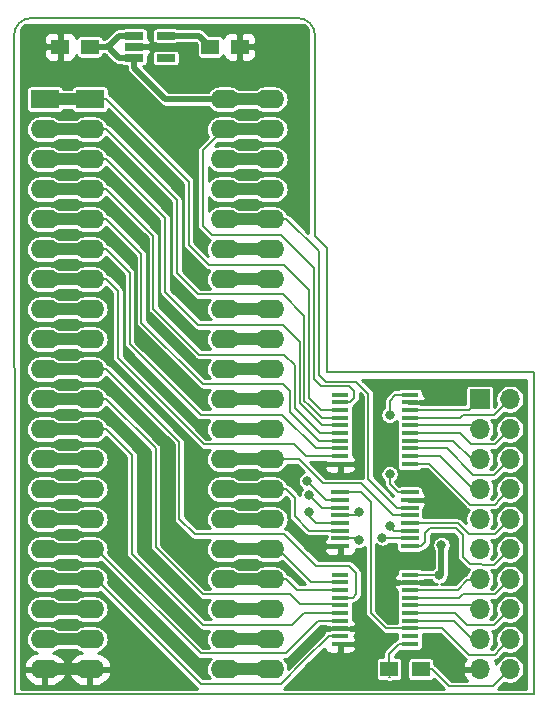
<source format=gbr>
%TF.GenerationSoftware,KiCad,Pcbnew,(5.1.5-0-10_14)*%
%TF.CreationDate,2020-10-24T19:52:31+02:00*%
%TF.ProjectId,c64board,63363462-6f61-4726-942e-6b696361645f,3.1*%
%TF.SameCoordinates,Original*%
%TF.FileFunction,Copper,L1,Top*%
%TF.FilePolarity,Positive*%
%FSLAX46Y46*%
G04 Gerber Fmt 4.6, Leading zero omitted, Abs format (unit mm)*
G04 Created by KiCad (PCBNEW (5.1.5-0-10_14)) date 2020-10-24 19:52:31*
%MOMM*%
%LPD*%
G04 APERTURE LIST*
%ADD10C,0.150000*%
%ADD11R,1.500000X1.250000*%
%ADD12O,1.700000X1.700000*%
%ADD13R,1.700000X1.700000*%
%ADD14R,1.500000X1.300000*%
%ADD15R,1.560000X0.650000*%
%ADD16R,1.500000X0.450000*%
%ADD17R,1.450000X0.450000*%
%ADD18O,2.400000X1.600000*%
%ADD19R,2.400000X1.600000*%
%ADD20C,0.400000*%
%ADD21C,0.800000*%
%ADD22C,1.000000*%
%ADD23C,0.500000*%
%ADD24C,0.200000*%
%ADD25C,0.254000*%
G04 APERTURE END LIST*
D10*
X132000000Y-50500000D02*
G75*
G02X133500000Y-49000000I1500000J0D01*
G01*
X156000000Y-49000000D02*
G75*
G02X157500000Y-50500000I0J-1500000D01*
G01*
X157500000Y-67500000D02*
X158500000Y-68500000D01*
X157500000Y-65000000D02*
X157500000Y-67500000D01*
X157500000Y-50500000D02*
X157500000Y-65000000D01*
X158500000Y-79000000D02*
X176000000Y-79000000D01*
X158500000Y-79000000D02*
X158500000Y-68500000D01*
X133500000Y-49000000D02*
X156000000Y-49000000D01*
X132080000Y-106250000D02*
X176000000Y-106250000D01*
X132080000Y-106250000D02*
X132000000Y-50500000D01*
X176000000Y-79000000D02*
X176000000Y-106250000D01*
D11*
X135910000Y-51435000D03*
X138410000Y-51435000D03*
X148610000Y-51435000D03*
X151110000Y-51435000D03*
D12*
X173990000Y-104140000D03*
X171450000Y-104140000D03*
X173990000Y-101600000D03*
X171450000Y-101600000D03*
X173990000Y-99060000D03*
X171450000Y-99060000D03*
X173990000Y-96520000D03*
X171450000Y-96520000D03*
X173990000Y-93980000D03*
X171450000Y-93980000D03*
X173990000Y-91440000D03*
X171450000Y-91440000D03*
X173990000Y-88900000D03*
X171450000Y-88900000D03*
X173990000Y-86360000D03*
X171450000Y-86360000D03*
X173990000Y-83820000D03*
X171450000Y-83820000D03*
X173990000Y-81280000D03*
D13*
X171450000Y-81280000D03*
D14*
X163750000Y-104140000D03*
X166450000Y-104140000D03*
D15*
X144860000Y-50485000D03*
X144860000Y-52385000D03*
X142160000Y-52385000D03*
X142160000Y-51435000D03*
X142160000Y-50485000D03*
D16*
X165510000Y-89165000D03*
X165510000Y-89815000D03*
X165510000Y-90465000D03*
X165510000Y-91115000D03*
X165510000Y-91765000D03*
X165510000Y-92415000D03*
X165510000Y-93065000D03*
X165510000Y-93715000D03*
X159610000Y-93715000D03*
X159610000Y-93065000D03*
X159610000Y-92415000D03*
X159610000Y-91765000D03*
X159610000Y-91115000D03*
X159610000Y-90465000D03*
X159610000Y-89815000D03*
X159610000Y-89165000D03*
D17*
X165510000Y-80895000D03*
X165510000Y-81545000D03*
X165510000Y-82195000D03*
X165510000Y-82845000D03*
X165510000Y-83495000D03*
X165510000Y-84145000D03*
X165510000Y-84795000D03*
X165510000Y-85445000D03*
X165510000Y-86095000D03*
X165510000Y-86745000D03*
X159610000Y-86745000D03*
X159610000Y-86095000D03*
X159610000Y-85445000D03*
X159610000Y-84795000D03*
X159610000Y-84145000D03*
X159610000Y-83495000D03*
X159610000Y-82845000D03*
X159610000Y-82195000D03*
X159610000Y-81545000D03*
X159610000Y-80895000D03*
X159610000Y-96135000D03*
X159610000Y-96785000D03*
X159610000Y-97435000D03*
X159610000Y-98085000D03*
X159610000Y-98735000D03*
X159610000Y-99385000D03*
X159610000Y-100035000D03*
X159610000Y-100685000D03*
X159610000Y-101335000D03*
X159610000Y-101985000D03*
X165510000Y-101985000D03*
X165510000Y-101335000D03*
X165510000Y-100685000D03*
X165510000Y-100035000D03*
X165510000Y-99385000D03*
X165510000Y-98735000D03*
X165510000Y-98085000D03*
X165510000Y-97435000D03*
X165510000Y-96785000D03*
X165510000Y-96135000D03*
D18*
X153670000Y-55880000D03*
X138430000Y-104140000D03*
X153670000Y-58420000D03*
X138430000Y-101600000D03*
X153670000Y-60960000D03*
X138430000Y-99060000D03*
X153670000Y-63500000D03*
X138430000Y-96520000D03*
X153670000Y-66040000D03*
X138430000Y-93980000D03*
X153670000Y-68580000D03*
X138430000Y-91440000D03*
X153670000Y-71120000D03*
X138430000Y-88900000D03*
X153670000Y-73660000D03*
X138430000Y-86360000D03*
X153670000Y-76200000D03*
X138430000Y-83820000D03*
X153670000Y-78740000D03*
X138430000Y-81280000D03*
X153670000Y-81280000D03*
X138430000Y-78740000D03*
X153670000Y-83820000D03*
X138430000Y-76200000D03*
X153670000Y-86360000D03*
X138430000Y-73660000D03*
X153670000Y-88900000D03*
X138430000Y-71120000D03*
X153670000Y-91440000D03*
X138430000Y-68580000D03*
X153670000Y-93980000D03*
X138430000Y-66040000D03*
X153670000Y-96520000D03*
X138430000Y-63500000D03*
X153670000Y-99060000D03*
X138430000Y-60960000D03*
X153670000Y-101600000D03*
X138430000Y-58420000D03*
X153670000Y-104140000D03*
D19*
X138430000Y-55880000D03*
D18*
X149860000Y-55880000D03*
X134620000Y-104140000D03*
X149860000Y-58420000D03*
X134620000Y-101600000D03*
X149860000Y-60960000D03*
X134620000Y-99060000D03*
X149860000Y-63500000D03*
X134620000Y-96520000D03*
X149860000Y-66040000D03*
X134620000Y-93980000D03*
X149860000Y-68580000D03*
X134620000Y-91440000D03*
X149860000Y-71120000D03*
X134620000Y-88900000D03*
X149860000Y-73660000D03*
X134620000Y-86360000D03*
X149860000Y-76200000D03*
X134620000Y-83820000D03*
X149860000Y-78740000D03*
X134620000Y-81280000D03*
X149860000Y-81280000D03*
X134620000Y-78740000D03*
X149860000Y-83820000D03*
X134620000Y-76200000D03*
X149860000Y-86360000D03*
X134620000Y-73660000D03*
X149860000Y-88900000D03*
X134620000Y-71120000D03*
X149860000Y-91440000D03*
X134620000Y-68580000D03*
X149860000Y-93980000D03*
X134620000Y-66040000D03*
X149860000Y-96520000D03*
X134620000Y-63500000D03*
X149860000Y-99060000D03*
X134620000Y-60960000D03*
X149860000Y-101600000D03*
X134620000Y-58420000D03*
X149860000Y-104140000D03*
D19*
X134620000Y-55880000D03*
D20*
X161200000Y-85000000D03*
X161800000Y-101000000D03*
X167800000Y-80200000D03*
X168000000Y-89000000D03*
X157600000Y-93400000D03*
X169200000Y-93200000D03*
D21*
X154800000Y-51800000D03*
D20*
X162800000Y-85000000D03*
X143800000Y-57400000D03*
X143600000Y-103200000D03*
D21*
X163800000Y-82600000D03*
X163810000Y-87630000D03*
X168200000Y-93600000D03*
X167999998Y-96199998D03*
D20*
X159610000Y-96135000D03*
X159610000Y-80895000D03*
X148610000Y-51435000D03*
D21*
X161199996Y-93200000D03*
X161200000Y-90800000D03*
X163800000Y-92000000D03*
X157000000Y-90800000D03*
X156800000Y-88200000D03*
X157000000Y-89400000D03*
X163200000Y-93000000D03*
D22*
X149860000Y-55880000D02*
X153670000Y-55880000D01*
D23*
X142160000Y-53210000D02*
X142160000Y-52385000D01*
X144830000Y-55880000D02*
X142160000Y-53210000D01*
X149860000Y-55880000D02*
X144830000Y-55880000D01*
X140880000Y-52385000D02*
X140200000Y-51705000D01*
X142160000Y-52385000D02*
X140880000Y-52385000D01*
X140880000Y-50485000D02*
X142160000Y-50485000D01*
X140200000Y-51165000D02*
X140880000Y-50485000D01*
X139965000Y-51435000D02*
X140000000Y-51400000D01*
X140000000Y-51400000D02*
X140200000Y-51165000D01*
X138410000Y-51435000D02*
X139965000Y-51435000D01*
X140200000Y-51705000D02*
X140000000Y-51400000D01*
D22*
X134620000Y-104140000D02*
X138430000Y-104140000D01*
D24*
X164560000Y-89165000D02*
X165510000Y-89165000D01*
X164520000Y-89165000D02*
X164560000Y-89165000D01*
X163810000Y-88455000D02*
X164520000Y-89165000D01*
X163810000Y-87630000D02*
X163810000Y-88455000D01*
D23*
X168200000Y-93600000D02*
X168200000Y-95999996D01*
X168200000Y-95999996D02*
X167999998Y-96199998D01*
D24*
X167935000Y-96135000D02*
X167999998Y-96199998D01*
X165510000Y-96135000D02*
X167935000Y-96135000D01*
D23*
X147660000Y-50485000D02*
X148610000Y-51435000D01*
X144860000Y-50485000D02*
X147660000Y-50485000D01*
D24*
X164305000Y-80895000D02*
X165510000Y-80895000D01*
X163800000Y-81400000D02*
X164305000Y-80895000D01*
X163800000Y-82600000D02*
X163800000Y-81400000D01*
D22*
X149860000Y-58420000D02*
X153670000Y-58420000D01*
D24*
X158000000Y-80200000D02*
X160400000Y-80200000D01*
X157400000Y-79600000D02*
X158000000Y-80200000D01*
X160455000Y-81545000D02*
X159610000Y-81545000D01*
X160800000Y-81200000D02*
X160455000Y-81545000D01*
X160800000Y-80600000D02*
X160800000Y-81200000D01*
X157400000Y-70200000D02*
X157400000Y-79600000D01*
X154600000Y-67400000D02*
X157400000Y-70200000D01*
X148000000Y-66600000D02*
X148800000Y-67400000D01*
X148000000Y-60200000D02*
X148000000Y-66600000D01*
X160400000Y-80200000D02*
X160800000Y-80600000D01*
X148800000Y-67400000D02*
X154600000Y-67400000D01*
X149780000Y-58420000D02*
X148000000Y-60200000D01*
X149860000Y-58420000D02*
X149780000Y-58420000D01*
D22*
X134620000Y-55880000D02*
X138430000Y-55880000D01*
D24*
X157995000Y-82195000D02*
X159610000Y-82195000D01*
X157000000Y-72000000D02*
X157000000Y-81200000D01*
X154900000Y-69900000D02*
X157000000Y-72000000D01*
X157000000Y-81200000D02*
X157995000Y-82195000D01*
X138430000Y-55880000D02*
X139830000Y-55880000D01*
X146800000Y-62850000D02*
X146800000Y-68200000D01*
X148500000Y-69900000D02*
X154900000Y-69900000D01*
X139830000Y-55880000D02*
X146800000Y-62850000D01*
X146800000Y-68200000D02*
X148500000Y-69900000D01*
D22*
X134620000Y-58420000D02*
X138430000Y-58420000D01*
D24*
X158045000Y-82845000D02*
X159610000Y-82845000D01*
X156600000Y-81400000D02*
X157000000Y-81800000D01*
X157000000Y-81800000D02*
X158045000Y-82845000D01*
X156599989Y-81399989D02*
X157000000Y-81800000D01*
X156599989Y-74199989D02*
X156599989Y-81399989D01*
X138430000Y-58420000D02*
X139830000Y-58420000D01*
X145800000Y-64390000D02*
X145800000Y-70600000D01*
X147600000Y-72400000D02*
X154800000Y-72400000D01*
X154800000Y-72400000D02*
X156599989Y-74199989D01*
X145800000Y-70600000D02*
X147600000Y-72400000D01*
X139830000Y-58420000D02*
X145800000Y-64390000D01*
D22*
X134620000Y-60960000D02*
X138430000Y-60960000D01*
D24*
X158685000Y-83495000D02*
X159610000Y-83495000D01*
X156199978Y-81599978D02*
X158095000Y-83495000D01*
X156199978Y-76399978D02*
X156199978Y-81599978D01*
X158095000Y-83495000D02*
X158685000Y-83495000D01*
X154800000Y-75000000D02*
X156199978Y-76399978D01*
X139830000Y-60960000D02*
X144800000Y-65930000D01*
X147600000Y-75000000D02*
X154800000Y-75000000D01*
X144800000Y-72200000D02*
X147600000Y-75000000D01*
X144800000Y-65930000D02*
X144800000Y-72200000D01*
X138430000Y-60960000D02*
X139830000Y-60960000D01*
D22*
X134620000Y-63500000D02*
X138430000Y-63500000D01*
D24*
X157945000Y-84145000D02*
X158685000Y-84145000D01*
X155799967Y-81999967D02*
X157945000Y-84145000D01*
X154900000Y-77500000D02*
X155799967Y-78399967D01*
X158685000Y-84145000D02*
X159610000Y-84145000D01*
X147700000Y-77500000D02*
X154900000Y-77500000D01*
X143800000Y-67470000D02*
X143800000Y-73600000D01*
X155799967Y-78399967D02*
X155799967Y-81999967D01*
X143800000Y-73600000D02*
X147700000Y-77500000D01*
X139830000Y-63500000D02*
X143800000Y-67470000D01*
X138430000Y-63500000D02*
X139830000Y-63500000D01*
D22*
X134620000Y-66040000D02*
X138430000Y-66040000D01*
D24*
X157795000Y-84795000D02*
X158685000Y-84795000D01*
X155399956Y-82399956D02*
X157795000Y-84795000D01*
X155399956Y-80599956D02*
X155399956Y-82399956D01*
X158685000Y-84795000D02*
X159610000Y-84795000D01*
X142800000Y-69010000D02*
X142800000Y-74800000D01*
X148000000Y-80000000D02*
X154800000Y-80000000D01*
X142800000Y-74800000D02*
X148000000Y-80000000D01*
X154800000Y-80000000D02*
X155399956Y-80599956D01*
X139830000Y-66040000D02*
X142800000Y-69010000D01*
X138430000Y-66040000D02*
X139830000Y-66040000D01*
D22*
X134620000Y-68580000D02*
X138430000Y-68580000D01*
D24*
X157545000Y-85445000D02*
X159610000Y-85445000D01*
X141800000Y-76600000D02*
X147800000Y-82600000D01*
X141800000Y-70550000D02*
X141800000Y-76600000D01*
X139830000Y-68580000D02*
X141800000Y-70550000D01*
X147800000Y-82600000D02*
X154700000Y-82600000D01*
X154700000Y-82600000D02*
X157545000Y-85445000D01*
X138430000Y-68580000D02*
X139830000Y-68580000D01*
D22*
X134620000Y-71120000D02*
X138430000Y-71120000D01*
D24*
X156695000Y-86095000D02*
X159610000Y-86095000D01*
X155700000Y-85100000D02*
X156695000Y-86095000D01*
X140800000Y-72090000D02*
X140800000Y-77800000D01*
X148100000Y-85100000D02*
X155700000Y-85100000D01*
X140800000Y-77800000D02*
X148100000Y-85100000D01*
X139830000Y-71120000D02*
X140800000Y-72090000D01*
X138430000Y-71120000D02*
X139830000Y-71120000D01*
D22*
X149860000Y-93980000D02*
X153670000Y-93980000D01*
D24*
X157185000Y-96785000D02*
X159610000Y-96785000D01*
X154380000Y-93980000D02*
X157185000Y-96785000D01*
X153670000Y-93980000D02*
X154380000Y-93980000D01*
X158685000Y-97435000D02*
X159610000Y-97435000D01*
X155985000Y-97435000D02*
X158685000Y-97435000D01*
X155070000Y-96520000D02*
X155985000Y-97435000D01*
X153670000Y-96520000D02*
X155070000Y-96520000D01*
D22*
X149860000Y-96520000D02*
X153670000Y-96520000D01*
X134620000Y-78740000D02*
X138430000Y-78740000D01*
D24*
X161000000Y-97800000D02*
X160715000Y-98085000D01*
X161000000Y-96000000D02*
X161000000Y-97800000D01*
X160400000Y-95400000D02*
X161000000Y-96000000D01*
X157600000Y-95400000D02*
X160400000Y-95400000D01*
X154900000Y-92700000D02*
X157600000Y-95400000D01*
X138430000Y-78740000D02*
X139830000Y-78740000D01*
X147300000Y-92700000D02*
X154900000Y-92700000D01*
X146000000Y-84910000D02*
X146000000Y-91400000D01*
X146000000Y-91400000D02*
X147300000Y-92700000D01*
X160715000Y-98085000D02*
X159610000Y-98085000D01*
X139830000Y-78740000D02*
X146000000Y-84910000D01*
D22*
X134620000Y-81280000D02*
X138430000Y-81280000D01*
D24*
X156200000Y-98600000D02*
X158600000Y-98600000D01*
X155400000Y-97800000D02*
X156200000Y-98600000D01*
X148000000Y-97800000D02*
X155400000Y-97800000D01*
X138430000Y-81280000D02*
X139830000Y-81280000D01*
X139830000Y-81280000D02*
X144000000Y-85450000D01*
X158600000Y-98600000D02*
X159610000Y-98735000D01*
X144000000Y-93800000D02*
X148000000Y-97800000D01*
X144000000Y-85450000D02*
X144000000Y-93800000D01*
D22*
X134620000Y-83820000D02*
X138430000Y-83820000D01*
D24*
X139830000Y-83820000D02*
X138430000Y-83820000D01*
X142000000Y-85990000D02*
X139830000Y-83820000D01*
X148000000Y-100400000D02*
X142000000Y-94400000D01*
X142000000Y-94400000D02*
X142000000Y-85990000D01*
X155520020Y-100400000D02*
X148000000Y-100400000D01*
X156535020Y-99385000D02*
X155520020Y-100400000D01*
X159610000Y-99385000D02*
X156535020Y-99385000D01*
D22*
X134620000Y-93980000D02*
X138430000Y-93980000D01*
D24*
X157765000Y-100035000D02*
X159610000Y-100035000D01*
X155000000Y-102800000D02*
X157765000Y-100035000D01*
X147800000Y-102800000D02*
X155000000Y-102800000D01*
X138980000Y-93980000D02*
X147800000Y-102800000D01*
X138430000Y-93980000D02*
X138980000Y-93980000D01*
D22*
X134620000Y-96520000D02*
X138430000Y-96520000D01*
D24*
X156600000Y-103400000D02*
X158685000Y-101335000D01*
X154600000Y-105400000D02*
X156600000Y-103400000D01*
X147800000Y-105400000D02*
X154600000Y-105400000D01*
X158685000Y-101335000D02*
X159610000Y-101335000D01*
X138920000Y-96520000D02*
X147800000Y-105400000D01*
X138430000Y-96520000D02*
X138920000Y-96520000D01*
X163850000Y-104775000D02*
X163750000Y-104775000D01*
X163750000Y-103290000D02*
X163750000Y-104140000D01*
X163750000Y-102820000D02*
X163750000Y-103290000D01*
X164585000Y-101985000D02*
X163750000Y-102820000D01*
X165510000Y-101985000D02*
X164585000Y-101985000D01*
X173140001Y-104989999D02*
X173990000Y-104140000D01*
X172530000Y-105600000D02*
X173140001Y-104989999D01*
X167400000Y-104140000D02*
X168860000Y-105600000D01*
X166450000Y-104140000D02*
X167400000Y-104140000D01*
X170400000Y-105600000D02*
X172530000Y-105600000D01*
X168860000Y-105600000D02*
X170400000Y-105600000D01*
X162200000Y-90000000D02*
X161365000Y-89165000D01*
X162200000Y-99400000D02*
X162200000Y-90000000D01*
X161365000Y-89165000D02*
X159610000Y-89165000D01*
X163485000Y-100685000D02*
X162200000Y-99400000D01*
X165510000Y-100685000D02*
X163485000Y-100685000D01*
X173140001Y-102449999D02*
X173990000Y-101600000D01*
X172690000Y-102900000D02*
X173140001Y-102449999D01*
X170500000Y-102900000D02*
X172690000Y-102900000D01*
X168285000Y-100685000D02*
X170500000Y-102900000D01*
X165510000Y-100685000D02*
X168285000Y-100685000D01*
X170800000Y-101600000D02*
X171450000Y-101600000D01*
X169235000Y-100035000D02*
X170800000Y-101600000D01*
X165510000Y-100035000D02*
X169235000Y-100035000D01*
X173140001Y-99909999D02*
X173990000Y-99060000D01*
X170400000Y-100400000D02*
X172650000Y-100400000D01*
X172650000Y-100400000D02*
X173140001Y-99909999D01*
X169385000Y-99385000D02*
X170400000Y-100400000D01*
X165510000Y-99385000D02*
X169385000Y-99385000D01*
X171125000Y-98735000D02*
X171450000Y-99060000D01*
X165510000Y-98735000D02*
X171125000Y-98735000D01*
X173140001Y-97369999D02*
X173990000Y-96520000D01*
X172710000Y-97800000D02*
X173140001Y-97369999D01*
X170000000Y-97800000D02*
X172710000Y-97800000D01*
X169715000Y-98085000D02*
X170000000Y-97800000D01*
X165510000Y-98085000D02*
X169715000Y-98085000D01*
X170400000Y-96600000D02*
X171370000Y-96600000D01*
X171370000Y-96600000D02*
X171450000Y-96520000D01*
X169565000Y-97435000D02*
X170400000Y-96600000D01*
X165510000Y-97435000D02*
X169565000Y-97435000D01*
X172670000Y-95300000D02*
X173990000Y-93980000D01*
X169400000Y-92200000D02*
X170000000Y-92800000D01*
X170600000Y-95200000D02*
X172670000Y-95300000D01*
X170000000Y-92800000D02*
X170000000Y-94600000D01*
X166485000Y-93715000D02*
X166800000Y-93400000D01*
X167200000Y-92200000D02*
X169400000Y-92200000D01*
X165510000Y-93715000D02*
X166485000Y-93715000D01*
X166800000Y-92600000D02*
X167200000Y-92200000D01*
X170000000Y-94600000D02*
X170600000Y-95200000D01*
X166800000Y-93400000D02*
X166800000Y-92600000D01*
X161064996Y-93065000D02*
X161199996Y-93200000D01*
X159610000Y-93065000D02*
X161064996Y-93065000D01*
X172730000Y-92700000D02*
X173140001Y-92289999D01*
X173140001Y-92289999D02*
X173990000Y-91440000D01*
X169565000Y-91765000D02*
X170500000Y-92700000D01*
X170500000Y-92700000D02*
X172730000Y-92700000D01*
X165510000Y-91765000D02*
X169565000Y-91765000D01*
X160885000Y-91115000D02*
X161200000Y-90800000D01*
X159610000Y-91115000D02*
X160885000Y-91115000D01*
X173140001Y-89749999D02*
X173990000Y-88900000D01*
X170600000Y-90200000D02*
X172690000Y-90200000D01*
X167145000Y-86745000D02*
X170600000Y-90200000D01*
X172690000Y-90200000D02*
X173140001Y-89749999D01*
X165510000Y-86745000D02*
X167145000Y-86745000D01*
X168095000Y-86095000D02*
X170900000Y-88900000D01*
X170900000Y-88900000D02*
X171450000Y-88900000D01*
X165510000Y-86095000D02*
X168095000Y-86095000D01*
X172650000Y-87700000D02*
X173990000Y-86360000D01*
X170900000Y-87700000D02*
X172650000Y-87700000D01*
X168645000Y-85445000D02*
X170900000Y-87700000D01*
X165510000Y-85445000D02*
X168645000Y-85445000D01*
X170760000Y-86360000D02*
X171450000Y-86360000D01*
X169195000Y-84795000D02*
X170760000Y-86360000D01*
X165510000Y-84795000D02*
X169195000Y-84795000D01*
X173140001Y-84669999D02*
X173990000Y-83820000D01*
X170700000Y-85100000D02*
X172710000Y-85100000D01*
X172710000Y-85100000D02*
X173140001Y-84669999D01*
X169745000Y-84145000D02*
X170700000Y-85100000D01*
X165510000Y-84145000D02*
X169745000Y-84145000D01*
X171125000Y-83495000D02*
X171450000Y-83820000D01*
X165510000Y-83495000D02*
X171125000Y-83495000D01*
X173140001Y-82129999D02*
X173990000Y-81280000D01*
X170000000Y-82600000D02*
X172670000Y-82600000D01*
X172670000Y-82600000D02*
X173140001Y-82129999D01*
X169755000Y-82845000D02*
X170000000Y-82600000D01*
X165510000Y-82845000D02*
X169755000Y-82845000D01*
X170535000Y-82195000D02*
X171450000Y-81280000D01*
X165510000Y-82195000D02*
X170535000Y-82195000D01*
D22*
X134620000Y-101600000D02*
X138430000Y-101600000D01*
D24*
X165510000Y-92415000D02*
X164215000Y-92415000D01*
X164215000Y-92415000D02*
X163800000Y-92000000D01*
D22*
X149860000Y-60960000D02*
X153670000Y-60960000D01*
X134620000Y-99060000D02*
X138430000Y-99060000D01*
D24*
X159365000Y-91765000D02*
X159240001Y-91640001D01*
X159610000Y-91765000D02*
X159365000Y-91765000D01*
X159610000Y-91765000D02*
X157565000Y-91765000D01*
X157000000Y-91200000D02*
X157000000Y-90800000D01*
X157565000Y-91765000D02*
X157000000Y-91200000D01*
D22*
X149860000Y-63500000D02*
X153670000Y-63500000D01*
X149860000Y-66040000D02*
X153670000Y-66040000D01*
D24*
X164465000Y-90465000D02*
X165510000Y-90465000D01*
X161000000Y-79800000D02*
X162000000Y-80800000D01*
X162000000Y-80800000D02*
X162000000Y-88000000D01*
X158400000Y-79800000D02*
X161000000Y-79800000D01*
X162000000Y-88000000D02*
X164465000Y-90465000D01*
X157800000Y-68770000D02*
X157800000Y-79200000D01*
X157800000Y-79200000D02*
X158400000Y-79800000D01*
X155070000Y-66040000D02*
X157800000Y-68770000D01*
X153670000Y-66040000D02*
X155070000Y-66040000D01*
X158415000Y-89815000D02*
X156800000Y-88200000D01*
X159610000Y-89815000D02*
X158415000Y-89815000D01*
D22*
X149860000Y-68580000D02*
X153670000Y-68580000D01*
X134620000Y-91440000D02*
X138430000Y-91440000D01*
D24*
X153670000Y-70670000D02*
X153600000Y-70600000D01*
X153670000Y-71120000D02*
X153670000Y-70670000D01*
D22*
X149860000Y-71120000D02*
X153670000Y-71120000D01*
X134620000Y-88900000D02*
X138430000Y-88900000D01*
X149860000Y-73660000D02*
X153670000Y-73660000D01*
X134620000Y-86360000D02*
X138430000Y-86360000D01*
X149860000Y-76200000D02*
X153670000Y-76200000D01*
X149860000Y-78740000D02*
X153670000Y-78740000D01*
X149860000Y-81280000D02*
X153670000Y-81280000D01*
D24*
X158065000Y-90465000D02*
X157000000Y-89400000D01*
X159610000Y-90465000D02*
X158065000Y-90465000D01*
D22*
X149860000Y-83820000D02*
X153670000Y-83820000D01*
X134620000Y-76200000D02*
X138430000Y-76200000D01*
X149860000Y-86360000D02*
X153670000Y-86360000D01*
D24*
X161400000Y-88400000D02*
X164115000Y-91115000D01*
X158200000Y-88400000D02*
X161400000Y-88400000D01*
X164115000Y-91115000D02*
X165510000Y-91115000D01*
X156160000Y-86360000D02*
X158200000Y-88400000D01*
X153670000Y-86360000D02*
X156160000Y-86360000D01*
D22*
X134620000Y-73660000D02*
X138430000Y-73660000D01*
D24*
X157015000Y-92415000D02*
X159610000Y-92415000D01*
X155800000Y-91200000D02*
X157015000Y-92415000D01*
X155070000Y-88900000D02*
X155800000Y-89630000D01*
X155800000Y-89630000D02*
X155800000Y-91200000D01*
X153670000Y-88900000D02*
X155070000Y-88900000D01*
D22*
X149860000Y-88900000D02*
X153670000Y-88900000D01*
D24*
X163265000Y-93065000D02*
X163200000Y-93000000D01*
X165510000Y-93065000D02*
X163265000Y-93065000D01*
D22*
X149860000Y-91440000D02*
X153670000Y-91440000D01*
X149860000Y-99060000D02*
X153670000Y-99060000D01*
X149860000Y-101600000D02*
X153670000Y-101600000D01*
X149860000Y-104140000D02*
X153670000Y-104140000D01*
D25*
G36*
X175373000Y-105798000D02*
G01*
X173006579Y-105798000D01*
X173493853Y-105310727D01*
X173493857Y-105310722D01*
X173527894Y-105276685D01*
X173632097Y-105319847D01*
X173869151Y-105367000D01*
X174110849Y-105367000D01*
X174347903Y-105319847D01*
X174571202Y-105227353D01*
X174772167Y-105093073D01*
X174943073Y-104922167D01*
X175077353Y-104721202D01*
X175169847Y-104497903D01*
X175217000Y-104260849D01*
X175217000Y-104019151D01*
X175169847Y-103782097D01*
X175077353Y-103558798D01*
X174943073Y-103357833D01*
X174772167Y-103186927D01*
X174571202Y-103052647D01*
X174347903Y-102960153D01*
X174110849Y-102913000D01*
X173869151Y-102913000D01*
X173632097Y-102960153D01*
X173408798Y-103052647D01*
X173207833Y-103186927D01*
X173036927Y-103357833D01*
X172902647Y-103558798D01*
X172856922Y-103669188D01*
X172846825Y-103635901D01*
X172723056Y-103376051D01*
X172783508Y-103370097D01*
X172873423Y-103342822D01*
X172956289Y-103298529D01*
X173028921Y-103238921D01*
X173043855Y-103220724D01*
X173493853Y-102770727D01*
X173493857Y-102770722D01*
X173527894Y-102736685D01*
X173632097Y-102779847D01*
X173869151Y-102827000D01*
X174110849Y-102827000D01*
X174347903Y-102779847D01*
X174571202Y-102687353D01*
X174772167Y-102553073D01*
X174943073Y-102382167D01*
X175077353Y-102181202D01*
X175169847Y-101957903D01*
X175217000Y-101720849D01*
X175217000Y-101479151D01*
X175169847Y-101242097D01*
X175077353Y-101018798D01*
X174943073Y-100817833D01*
X174772167Y-100646927D01*
X174571202Y-100512647D01*
X174347903Y-100420153D01*
X174110849Y-100373000D01*
X173869151Y-100373000D01*
X173632097Y-100420153D01*
X173408798Y-100512647D01*
X173207833Y-100646927D01*
X173036927Y-100817833D01*
X172902647Y-101018798D01*
X172810153Y-101242097D01*
X172763000Y-101479151D01*
X172763000Y-101720849D01*
X172810153Y-101957903D01*
X172853315Y-102062106D01*
X172819278Y-102096143D01*
X172819273Y-102096147D01*
X172492421Y-102423000D01*
X172362240Y-102423000D01*
X172403073Y-102382167D01*
X172537353Y-102181202D01*
X172629847Y-101957903D01*
X172677000Y-101720849D01*
X172677000Y-101479151D01*
X172629847Y-101242097D01*
X172537353Y-101018798D01*
X172442607Y-100877000D01*
X172626585Y-100877000D01*
X172650000Y-100879306D01*
X172673415Y-100877000D01*
X172673423Y-100877000D01*
X172743508Y-100870097D01*
X172833423Y-100842822D01*
X172916289Y-100798529D01*
X172988921Y-100738921D01*
X173003855Y-100720724D01*
X173493853Y-100230727D01*
X173493857Y-100230722D01*
X173527894Y-100196685D01*
X173632097Y-100239847D01*
X173869151Y-100287000D01*
X174110849Y-100287000D01*
X174347903Y-100239847D01*
X174571202Y-100147353D01*
X174772167Y-100013073D01*
X174943073Y-99842167D01*
X175077353Y-99641202D01*
X175169847Y-99417903D01*
X175217000Y-99180849D01*
X175217000Y-98939151D01*
X175169847Y-98702097D01*
X175077353Y-98478798D01*
X174943073Y-98277833D01*
X174772167Y-98106927D01*
X174571202Y-97972647D01*
X174347903Y-97880153D01*
X174110849Y-97833000D01*
X173869151Y-97833000D01*
X173632097Y-97880153D01*
X173408798Y-97972647D01*
X173207833Y-98106927D01*
X173036927Y-98277833D01*
X172902647Y-98478798D01*
X172810153Y-98702097D01*
X172763000Y-98939151D01*
X172763000Y-99180849D01*
X172810153Y-99417903D01*
X172853315Y-99522106D01*
X172819278Y-99556143D01*
X172819273Y-99556147D01*
X172452421Y-99923000D01*
X172322240Y-99923000D01*
X172403073Y-99842167D01*
X172537353Y-99641202D01*
X172629847Y-99417903D01*
X172677000Y-99180849D01*
X172677000Y-98939151D01*
X172629847Y-98702097D01*
X172537353Y-98478798D01*
X172403073Y-98277833D01*
X172402240Y-98277000D01*
X172686585Y-98277000D01*
X172710000Y-98279306D01*
X172733415Y-98277000D01*
X172733423Y-98277000D01*
X172803508Y-98270097D01*
X172893423Y-98242822D01*
X172976289Y-98198529D01*
X173048921Y-98138921D01*
X173063855Y-98120724D01*
X173493853Y-97690727D01*
X173493857Y-97690722D01*
X173527894Y-97656685D01*
X173632097Y-97699847D01*
X173869151Y-97747000D01*
X174110849Y-97747000D01*
X174347903Y-97699847D01*
X174571202Y-97607353D01*
X174772167Y-97473073D01*
X174943073Y-97302167D01*
X175077353Y-97101202D01*
X175169847Y-96877903D01*
X175217000Y-96640849D01*
X175217000Y-96399151D01*
X175169847Y-96162097D01*
X175077353Y-95938798D01*
X174943073Y-95737833D01*
X174772167Y-95566927D01*
X174571202Y-95432647D01*
X174347903Y-95340153D01*
X174110849Y-95293000D01*
X173869151Y-95293000D01*
X173632097Y-95340153D01*
X173408798Y-95432647D01*
X173207833Y-95566927D01*
X173036927Y-95737833D01*
X172902647Y-95938798D01*
X172810153Y-96162097D01*
X172763000Y-96399151D01*
X172763000Y-96640849D01*
X172810153Y-96877903D01*
X172853315Y-96982106D01*
X172819278Y-97016143D01*
X172819273Y-97016147D01*
X172512421Y-97323000D01*
X172382240Y-97323000D01*
X172403073Y-97302167D01*
X172537353Y-97101202D01*
X172629847Y-96877903D01*
X172677000Y-96640849D01*
X172677000Y-96399151D01*
X172629847Y-96162097D01*
X172537353Y-95938798D01*
X172421597Y-95765556D01*
X172635116Y-95775870D01*
X172670000Y-95779306D01*
X172705293Y-95775830D01*
X172740715Y-95774061D01*
X172751962Y-95771234D01*
X172763507Y-95770097D01*
X172797456Y-95759799D01*
X172831841Y-95751156D01*
X172842318Y-95746190D01*
X172853422Y-95742822D01*
X172884708Y-95726099D01*
X172916748Y-95710913D01*
X172926060Y-95703995D01*
X172936288Y-95698528D01*
X172963700Y-95676032D01*
X172992172Y-95654880D01*
X173015691Y-95628889D01*
X173527895Y-95116685D01*
X173632097Y-95159847D01*
X173869151Y-95207000D01*
X174110849Y-95207000D01*
X174347903Y-95159847D01*
X174571202Y-95067353D01*
X174772167Y-94933073D01*
X174943073Y-94762167D01*
X175077353Y-94561202D01*
X175169847Y-94337903D01*
X175217000Y-94100849D01*
X175217000Y-93859151D01*
X175169847Y-93622097D01*
X175077353Y-93398798D01*
X174943073Y-93197833D01*
X174772167Y-93026927D01*
X174571202Y-92892647D01*
X174347903Y-92800153D01*
X174110849Y-92753000D01*
X173869151Y-92753000D01*
X173632097Y-92800153D01*
X173408798Y-92892647D01*
X173207833Y-93026927D01*
X173036927Y-93197833D01*
X172902647Y-93398798D01*
X172810153Y-93622097D01*
X172763000Y-93859151D01*
X172763000Y-94100849D01*
X172810153Y-94337903D01*
X172853315Y-94442105D01*
X172482056Y-94813365D01*
X172357875Y-94807365D01*
X172403073Y-94762167D01*
X172537353Y-94561202D01*
X172629847Y-94337903D01*
X172677000Y-94100849D01*
X172677000Y-93859151D01*
X172629847Y-93622097D01*
X172537353Y-93398798D01*
X172403073Y-93197833D01*
X172382240Y-93177000D01*
X172706585Y-93177000D01*
X172730000Y-93179306D01*
X172753415Y-93177000D01*
X172753423Y-93177000D01*
X172823508Y-93170097D01*
X172913423Y-93142822D01*
X172996289Y-93098529D01*
X173068921Y-93038921D01*
X173083855Y-93020724D01*
X173493853Y-92610727D01*
X173493857Y-92610722D01*
X173527894Y-92576685D01*
X173632097Y-92619847D01*
X173869151Y-92667000D01*
X174110849Y-92667000D01*
X174347903Y-92619847D01*
X174571202Y-92527353D01*
X174772167Y-92393073D01*
X174943073Y-92222167D01*
X175077353Y-92021202D01*
X175169847Y-91797903D01*
X175217000Y-91560849D01*
X175217000Y-91319151D01*
X175169847Y-91082097D01*
X175077353Y-90858798D01*
X174943073Y-90657833D01*
X174772167Y-90486927D01*
X174571202Y-90352647D01*
X174347903Y-90260153D01*
X174110849Y-90213000D01*
X173869151Y-90213000D01*
X173632097Y-90260153D01*
X173408798Y-90352647D01*
X173207833Y-90486927D01*
X173036927Y-90657833D01*
X172902647Y-90858798D01*
X172810153Y-91082097D01*
X172763000Y-91319151D01*
X172763000Y-91560849D01*
X172810153Y-91797903D01*
X172853315Y-91902106D01*
X172819278Y-91936143D01*
X172819273Y-91936147D01*
X172532421Y-92223000D01*
X172402240Y-92223000D01*
X172403073Y-92222167D01*
X172537353Y-92021202D01*
X172629847Y-91797903D01*
X172677000Y-91560849D01*
X172677000Y-91319151D01*
X172629847Y-91082097D01*
X172537353Y-90858798D01*
X172415880Y-90677000D01*
X172666585Y-90677000D01*
X172690000Y-90679306D01*
X172713415Y-90677000D01*
X172713423Y-90677000D01*
X172783508Y-90670097D01*
X172873423Y-90642822D01*
X172956289Y-90598529D01*
X173028921Y-90538921D01*
X173043855Y-90520724D01*
X173493853Y-90070727D01*
X173493857Y-90070722D01*
X173527894Y-90036685D01*
X173632097Y-90079847D01*
X173869151Y-90127000D01*
X174110849Y-90127000D01*
X174347903Y-90079847D01*
X174571202Y-89987353D01*
X174772167Y-89853073D01*
X174943073Y-89682167D01*
X175077353Y-89481202D01*
X175169847Y-89257903D01*
X175217000Y-89020849D01*
X175217000Y-88779151D01*
X175169847Y-88542097D01*
X175077353Y-88318798D01*
X174943073Y-88117833D01*
X174772167Y-87946927D01*
X174571202Y-87812647D01*
X174347903Y-87720153D01*
X174110849Y-87673000D01*
X173869151Y-87673000D01*
X173632097Y-87720153D01*
X173408798Y-87812647D01*
X173207833Y-87946927D01*
X173036927Y-88117833D01*
X172902647Y-88318798D01*
X172810153Y-88542097D01*
X172763000Y-88779151D01*
X172763000Y-89020849D01*
X172810153Y-89257903D01*
X172853315Y-89362106D01*
X172819278Y-89396143D01*
X172819273Y-89396147D01*
X172492421Y-89723000D01*
X172362240Y-89723000D01*
X172403073Y-89682167D01*
X172537353Y-89481202D01*
X172629847Y-89257903D01*
X172677000Y-89020849D01*
X172677000Y-88779151D01*
X172629847Y-88542097D01*
X172537353Y-88318798D01*
X172442607Y-88177000D01*
X172626585Y-88177000D01*
X172650000Y-88179306D01*
X172673415Y-88177000D01*
X172673423Y-88177000D01*
X172743508Y-88170097D01*
X172833423Y-88142822D01*
X172916289Y-88098529D01*
X172988921Y-88038921D01*
X173003855Y-88020724D01*
X173527895Y-87496685D01*
X173632097Y-87539847D01*
X173869151Y-87587000D01*
X174110849Y-87587000D01*
X174347903Y-87539847D01*
X174571202Y-87447353D01*
X174772167Y-87313073D01*
X174943073Y-87142167D01*
X175077353Y-86941202D01*
X175169847Y-86717903D01*
X175217000Y-86480849D01*
X175217000Y-86239151D01*
X175169847Y-86002097D01*
X175077353Y-85778798D01*
X174943073Y-85577833D01*
X174772167Y-85406927D01*
X174571202Y-85272647D01*
X174347903Y-85180153D01*
X174110849Y-85133000D01*
X173869151Y-85133000D01*
X173632097Y-85180153D01*
X173408798Y-85272647D01*
X173207833Y-85406927D01*
X173036927Y-85577833D01*
X172902647Y-85778798D01*
X172810153Y-86002097D01*
X172763000Y-86239151D01*
X172763000Y-86480849D01*
X172810153Y-86717903D01*
X172853315Y-86822105D01*
X172452421Y-87223000D01*
X172322240Y-87223000D01*
X172403073Y-87142167D01*
X172537353Y-86941202D01*
X172629847Y-86717903D01*
X172677000Y-86480849D01*
X172677000Y-86239151D01*
X172629847Y-86002097D01*
X172537353Y-85778798D01*
X172403073Y-85577833D01*
X172402240Y-85577000D01*
X172686585Y-85577000D01*
X172710000Y-85579306D01*
X172733415Y-85577000D01*
X172733423Y-85577000D01*
X172803508Y-85570097D01*
X172893423Y-85542822D01*
X172976289Y-85498529D01*
X173048921Y-85438921D01*
X173063855Y-85420724D01*
X173493853Y-84990727D01*
X173493857Y-84990722D01*
X173527894Y-84956685D01*
X173632097Y-84999847D01*
X173869151Y-85047000D01*
X174110849Y-85047000D01*
X174347903Y-84999847D01*
X174571202Y-84907353D01*
X174772167Y-84773073D01*
X174943073Y-84602167D01*
X175077353Y-84401202D01*
X175169847Y-84177903D01*
X175217000Y-83940849D01*
X175217000Y-83699151D01*
X175169847Y-83462097D01*
X175077353Y-83238798D01*
X174943073Y-83037833D01*
X174772167Y-82866927D01*
X174571202Y-82732647D01*
X174347903Y-82640153D01*
X174110849Y-82593000D01*
X173869151Y-82593000D01*
X173632097Y-82640153D01*
X173408798Y-82732647D01*
X173207833Y-82866927D01*
X173036927Y-83037833D01*
X172902647Y-83238798D01*
X172810153Y-83462097D01*
X172763000Y-83699151D01*
X172763000Y-83940849D01*
X172810153Y-84177903D01*
X172853315Y-84282106D01*
X172819278Y-84316143D01*
X172819273Y-84316147D01*
X172512421Y-84623000D01*
X172382240Y-84623000D01*
X172403073Y-84602167D01*
X172537353Y-84401202D01*
X172629847Y-84177903D01*
X172677000Y-83940849D01*
X172677000Y-83699151D01*
X172629847Y-83462097D01*
X172537353Y-83238798D01*
X172429243Y-83077000D01*
X172646585Y-83077000D01*
X172670000Y-83079306D01*
X172693415Y-83077000D01*
X172693423Y-83077000D01*
X172763508Y-83070097D01*
X172853423Y-83042822D01*
X172936289Y-82998529D01*
X173008921Y-82938921D01*
X173023855Y-82920724D01*
X173493853Y-82450727D01*
X173493857Y-82450722D01*
X173527894Y-82416685D01*
X173632097Y-82459847D01*
X173869151Y-82507000D01*
X174110849Y-82507000D01*
X174347903Y-82459847D01*
X174571202Y-82367353D01*
X174772167Y-82233073D01*
X174943073Y-82062167D01*
X175077353Y-81861202D01*
X175169847Y-81637903D01*
X175217000Y-81400849D01*
X175217000Y-81159151D01*
X175169847Y-80922097D01*
X175077353Y-80698798D01*
X174943073Y-80497833D01*
X174772167Y-80326927D01*
X174571202Y-80192647D01*
X174347903Y-80100153D01*
X174110849Y-80053000D01*
X173869151Y-80053000D01*
X173632097Y-80100153D01*
X173408798Y-80192647D01*
X173207833Y-80326927D01*
X173036927Y-80497833D01*
X172902647Y-80698798D01*
X172810153Y-80922097D01*
X172763000Y-81159151D01*
X172763000Y-81400849D01*
X172810153Y-81637903D01*
X172853315Y-81742106D01*
X172819278Y-81776143D01*
X172819273Y-81776147D01*
X172678824Y-81916596D01*
X172678824Y-80430000D01*
X172671545Y-80356095D01*
X172649988Y-80285030D01*
X172614981Y-80219537D01*
X172567869Y-80162131D01*
X172510463Y-80115019D01*
X172444970Y-80080012D01*
X172373905Y-80058455D01*
X172300000Y-80051176D01*
X170600000Y-80051176D01*
X170526095Y-80058455D01*
X170455030Y-80080012D01*
X170389537Y-80115019D01*
X170332131Y-80162131D01*
X170285019Y-80219537D01*
X170250012Y-80285030D01*
X170228455Y-80356095D01*
X170221176Y-80430000D01*
X170221176Y-81718000D01*
X166786250Y-81718000D01*
X166711250Y-81643000D01*
X166422977Y-81643000D01*
X166379970Y-81620012D01*
X166308905Y-81598455D01*
X166235000Y-81591176D01*
X165363000Y-81591176D01*
X165363000Y-81498824D01*
X166235000Y-81498824D01*
X166308905Y-81491545D01*
X166379970Y-81469988D01*
X166422977Y-81447000D01*
X166711250Y-81447000D01*
X166870000Y-81288250D01*
X166858844Y-81186004D01*
X166820715Y-81066873D01*
X166760078Y-80957469D01*
X166679263Y-80861997D01*
X166613824Y-80809940D01*
X166613824Y-80670000D01*
X166606545Y-80596095D01*
X166584988Y-80525030D01*
X166549981Y-80459537D01*
X166502869Y-80402131D01*
X166445463Y-80355019D01*
X166379970Y-80320012D01*
X166308905Y-80298455D01*
X166235000Y-80291176D01*
X164785000Y-80291176D01*
X164711095Y-80298455D01*
X164640030Y-80320012D01*
X164574537Y-80355019D01*
X164517131Y-80402131D01*
X164504108Y-80418000D01*
X164328415Y-80418000D01*
X164305000Y-80415694D01*
X164281585Y-80418000D01*
X164281577Y-80418000D01*
X164211492Y-80424903D01*
X164121577Y-80452178D01*
X164038711Y-80496471D01*
X163966079Y-80556079D01*
X163951149Y-80574271D01*
X163479273Y-81046148D01*
X163461080Y-81061079D01*
X163401472Y-81133711D01*
X163387874Y-81159151D01*
X163357178Y-81216578D01*
X163329903Y-81306493D01*
X163320694Y-81400000D01*
X163323001Y-81423425D01*
X163323001Y-81984230D01*
X163304691Y-81996464D01*
X163196464Y-82104691D01*
X163111431Y-82231952D01*
X163052859Y-82373357D01*
X163023000Y-82523472D01*
X163023000Y-82676528D01*
X163052859Y-82826643D01*
X163111431Y-82968048D01*
X163196464Y-83095309D01*
X163304691Y-83203536D01*
X163431952Y-83288569D01*
X163573357Y-83347141D01*
X163723472Y-83377000D01*
X163876528Y-83377000D01*
X164026643Y-83347141D01*
X164168048Y-83288569D01*
X164295309Y-83203536D01*
X164403536Y-83095309D01*
X164408009Y-83088614D01*
X164413455Y-83143905D01*
X164421371Y-83170000D01*
X164413455Y-83196095D01*
X164406176Y-83270000D01*
X164406176Y-83720000D01*
X164413455Y-83793905D01*
X164421371Y-83820000D01*
X164413455Y-83846095D01*
X164406176Y-83920000D01*
X164406176Y-84370000D01*
X164413455Y-84443905D01*
X164421371Y-84470000D01*
X164413455Y-84496095D01*
X164406176Y-84570000D01*
X164406176Y-85020000D01*
X164413455Y-85093905D01*
X164421371Y-85120000D01*
X164413455Y-85146095D01*
X164406176Y-85220000D01*
X164406176Y-85670000D01*
X164413455Y-85743905D01*
X164421371Y-85770000D01*
X164413455Y-85796095D01*
X164406176Y-85870000D01*
X164406176Y-86320000D01*
X164413455Y-86393905D01*
X164421371Y-86420000D01*
X164413455Y-86446095D01*
X164406176Y-86520000D01*
X164406176Y-86970000D01*
X164413455Y-87043905D01*
X164435012Y-87114970D01*
X164470019Y-87180463D01*
X164517131Y-87237869D01*
X164574537Y-87284981D01*
X164640030Y-87319988D01*
X164711095Y-87341545D01*
X164785000Y-87348824D01*
X166235000Y-87348824D01*
X166308905Y-87341545D01*
X166379970Y-87319988D01*
X166445463Y-87284981D01*
X166502869Y-87237869D01*
X166515892Y-87222000D01*
X166947421Y-87222000D01*
X170246149Y-90520729D01*
X170261079Y-90538921D01*
X170279270Y-90553850D01*
X170279272Y-90553852D01*
X170290419Y-90563000D01*
X170333711Y-90598529D01*
X170416577Y-90642822D01*
X170491725Y-90665618D01*
X170362647Y-90858798D01*
X170270153Y-91082097D01*
X170223000Y-91319151D01*
X170223000Y-91560849D01*
X170269575Y-91794995D01*
X169918855Y-91444276D01*
X169903921Y-91426079D01*
X169831289Y-91366471D01*
X169748423Y-91322178D01*
X169658508Y-91294903D01*
X169588423Y-91288000D01*
X169588415Y-91288000D01*
X169565000Y-91285694D01*
X169541585Y-91288000D01*
X166638824Y-91288000D01*
X166638824Y-90890000D01*
X166631545Y-90816095D01*
X166623629Y-90790000D01*
X166631545Y-90763905D01*
X166638824Y-90690000D01*
X166638824Y-90550070D01*
X166704426Y-90497844D01*
X166785208Y-90402343D01*
X166845806Y-90292918D01*
X166883891Y-90173773D01*
X166895000Y-90071750D01*
X166736250Y-89913000D01*
X166447977Y-89913000D01*
X166404970Y-89890012D01*
X166333905Y-89868455D01*
X166260000Y-89861176D01*
X165363000Y-89861176D01*
X165363000Y-89768824D01*
X166260000Y-89768824D01*
X166333905Y-89761545D01*
X166404970Y-89739988D01*
X166447977Y-89717000D01*
X166736250Y-89717000D01*
X166895000Y-89558250D01*
X166883891Y-89456227D01*
X166845806Y-89337082D01*
X166785208Y-89227657D01*
X166704426Y-89132156D01*
X166638824Y-89079930D01*
X166638824Y-88940000D01*
X166631545Y-88866095D01*
X166609988Y-88795030D01*
X166574981Y-88729537D01*
X166527869Y-88672131D01*
X166470463Y-88625019D01*
X166404970Y-88590012D01*
X166333905Y-88568455D01*
X166260000Y-88561176D01*
X164760000Y-88561176D01*
X164686095Y-88568455D01*
X164618530Y-88588950D01*
X164287000Y-88257421D01*
X164287000Y-88245770D01*
X164305309Y-88233536D01*
X164413536Y-88125309D01*
X164498569Y-87998048D01*
X164557141Y-87856643D01*
X164587000Y-87706528D01*
X164587000Y-87553472D01*
X164557141Y-87403357D01*
X164498569Y-87261952D01*
X164413536Y-87134691D01*
X164305309Y-87026464D01*
X164178048Y-86941431D01*
X164036643Y-86882859D01*
X163886528Y-86853000D01*
X163733472Y-86853000D01*
X163583357Y-86882859D01*
X163441952Y-86941431D01*
X163314691Y-87026464D01*
X163206464Y-87134691D01*
X163121431Y-87261952D01*
X163062859Y-87403357D01*
X163033000Y-87553472D01*
X163033000Y-87706528D01*
X163062859Y-87856643D01*
X163121431Y-87998048D01*
X163206464Y-88125309D01*
X163314691Y-88233536D01*
X163333001Y-88245770D01*
X163333001Y-88431576D01*
X163330694Y-88455000D01*
X163339903Y-88548507D01*
X163367178Y-88638422D01*
X163367179Y-88638423D01*
X163411472Y-88721289D01*
X163471080Y-88793921D01*
X163489271Y-88808850D01*
X164136239Y-89455819D01*
X164136109Y-89456227D01*
X164135588Y-89461009D01*
X162477000Y-87802421D01*
X162477000Y-80823415D01*
X162479306Y-80800000D01*
X162477000Y-80776585D01*
X162477000Y-80776577D01*
X162470097Y-80706492D01*
X162442822Y-80616577D01*
X162398529Y-80533711D01*
X162376190Y-80506491D01*
X162353852Y-80479272D01*
X162353850Y-80479270D01*
X162338921Y-80461079D01*
X162320729Y-80446149D01*
X161501579Y-79627000D01*
X175373000Y-79627000D01*
X175373000Y-105798000D01*
G37*
X175373000Y-105798000D02*
X173006579Y-105798000D01*
X173493853Y-105310727D01*
X173493857Y-105310722D01*
X173527894Y-105276685D01*
X173632097Y-105319847D01*
X173869151Y-105367000D01*
X174110849Y-105367000D01*
X174347903Y-105319847D01*
X174571202Y-105227353D01*
X174772167Y-105093073D01*
X174943073Y-104922167D01*
X175077353Y-104721202D01*
X175169847Y-104497903D01*
X175217000Y-104260849D01*
X175217000Y-104019151D01*
X175169847Y-103782097D01*
X175077353Y-103558798D01*
X174943073Y-103357833D01*
X174772167Y-103186927D01*
X174571202Y-103052647D01*
X174347903Y-102960153D01*
X174110849Y-102913000D01*
X173869151Y-102913000D01*
X173632097Y-102960153D01*
X173408798Y-103052647D01*
X173207833Y-103186927D01*
X173036927Y-103357833D01*
X172902647Y-103558798D01*
X172856922Y-103669188D01*
X172846825Y-103635901D01*
X172723056Y-103376051D01*
X172783508Y-103370097D01*
X172873423Y-103342822D01*
X172956289Y-103298529D01*
X173028921Y-103238921D01*
X173043855Y-103220724D01*
X173493853Y-102770727D01*
X173493857Y-102770722D01*
X173527894Y-102736685D01*
X173632097Y-102779847D01*
X173869151Y-102827000D01*
X174110849Y-102827000D01*
X174347903Y-102779847D01*
X174571202Y-102687353D01*
X174772167Y-102553073D01*
X174943073Y-102382167D01*
X175077353Y-102181202D01*
X175169847Y-101957903D01*
X175217000Y-101720849D01*
X175217000Y-101479151D01*
X175169847Y-101242097D01*
X175077353Y-101018798D01*
X174943073Y-100817833D01*
X174772167Y-100646927D01*
X174571202Y-100512647D01*
X174347903Y-100420153D01*
X174110849Y-100373000D01*
X173869151Y-100373000D01*
X173632097Y-100420153D01*
X173408798Y-100512647D01*
X173207833Y-100646927D01*
X173036927Y-100817833D01*
X172902647Y-101018798D01*
X172810153Y-101242097D01*
X172763000Y-101479151D01*
X172763000Y-101720849D01*
X172810153Y-101957903D01*
X172853315Y-102062106D01*
X172819278Y-102096143D01*
X172819273Y-102096147D01*
X172492421Y-102423000D01*
X172362240Y-102423000D01*
X172403073Y-102382167D01*
X172537353Y-102181202D01*
X172629847Y-101957903D01*
X172677000Y-101720849D01*
X172677000Y-101479151D01*
X172629847Y-101242097D01*
X172537353Y-101018798D01*
X172442607Y-100877000D01*
X172626585Y-100877000D01*
X172650000Y-100879306D01*
X172673415Y-100877000D01*
X172673423Y-100877000D01*
X172743508Y-100870097D01*
X172833423Y-100842822D01*
X172916289Y-100798529D01*
X172988921Y-100738921D01*
X173003855Y-100720724D01*
X173493853Y-100230727D01*
X173493857Y-100230722D01*
X173527894Y-100196685D01*
X173632097Y-100239847D01*
X173869151Y-100287000D01*
X174110849Y-100287000D01*
X174347903Y-100239847D01*
X174571202Y-100147353D01*
X174772167Y-100013073D01*
X174943073Y-99842167D01*
X175077353Y-99641202D01*
X175169847Y-99417903D01*
X175217000Y-99180849D01*
X175217000Y-98939151D01*
X175169847Y-98702097D01*
X175077353Y-98478798D01*
X174943073Y-98277833D01*
X174772167Y-98106927D01*
X174571202Y-97972647D01*
X174347903Y-97880153D01*
X174110849Y-97833000D01*
X173869151Y-97833000D01*
X173632097Y-97880153D01*
X173408798Y-97972647D01*
X173207833Y-98106927D01*
X173036927Y-98277833D01*
X172902647Y-98478798D01*
X172810153Y-98702097D01*
X172763000Y-98939151D01*
X172763000Y-99180849D01*
X172810153Y-99417903D01*
X172853315Y-99522106D01*
X172819278Y-99556143D01*
X172819273Y-99556147D01*
X172452421Y-99923000D01*
X172322240Y-99923000D01*
X172403073Y-99842167D01*
X172537353Y-99641202D01*
X172629847Y-99417903D01*
X172677000Y-99180849D01*
X172677000Y-98939151D01*
X172629847Y-98702097D01*
X172537353Y-98478798D01*
X172403073Y-98277833D01*
X172402240Y-98277000D01*
X172686585Y-98277000D01*
X172710000Y-98279306D01*
X172733415Y-98277000D01*
X172733423Y-98277000D01*
X172803508Y-98270097D01*
X172893423Y-98242822D01*
X172976289Y-98198529D01*
X173048921Y-98138921D01*
X173063855Y-98120724D01*
X173493853Y-97690727D01*
X173493857Y-97690722D01*
X173527894Y-97656685D01*
X173632097Y-97699847D01*
X173869151Y-97747000D01*
X174110849Y-97747000D01*
X174347903Y-97699847D01*
X174571202Y-97607353D01*
X174772167Y-97473073D01*
X174943073Y-97302167D01*
X175077353Y-97101202D01*
X175169847Y-96877903D01*
X175217000Y-96640849D01*
X175217000Y-96399151D01*
X175169847Y-96162097D01*
X175077353Y-95938798D01*
X174943073Y-95737833D01*
X174772167Y-95566927D01*
X174571202Y-95432647D01*
X174347903Y-95340153D01*
X174110849Y-95293000D01*
X173869151Y-95293000D01*
X173632097Y-95340153D01*
X173408798Y-95432647D01*
X173207833Y-95566927D01*
X173036927Y-95737833D01*
X172902647Y-95938798D01*
X172810153Y-96162097D01*
X172763000Y-96399151D01*
X172763000Y-96640849D01*
X172810153Y-96877903D01*
X172853315Y-96982106D01*
X172819278Y-97016143D01*
X172819273Y-97016147D01*
X172512421Y-97323000D01*
X172382240Y-97323000D01*
X172403073Y-97302167D01*
X172537353Y-97101202D01*
X172629847Y-96877903D01*
X172677000Y-96640849D01*
X172677000Y-96399151D01*
X172629847Y-96162097D01*
X172537353Y-95938798D01*
X172421597Y-95765556D01*
X172635116Y-95775870D01*
X172670000Y-95779306D01*
X172705293Y-95775830D01*
X172740715Y-95774061D01*
X172751962Y-95771234D01*
X172763507Y-95770097D01*
X172797456Y-95759799D01*
X172831841Y-95751156D01*
X172842318Y-95746190D01*
X172853422Y-95742822D01*
X172884708Y-95726099D01*
X172916748Y-95710913D01*
X172926060Y-95703995D01*
X172936288Y-95698528D01*
X172963700Y-95676032D01*
X172992172Y-95654880D01*
X173015691Y-95628889D01*
X173527895Y-95116685D01*
X173632097Y-95159847D01*
X173869151Y-95207000D01*
X174110849Y-95207000D01*
X174347903Y-95159847D01*
X174571202Y-95067353D01*
X174772167Y-94933073D01*
X174943073Y-94762167D01*
X175077353Y-94561202D01*
X175169847Y-94337903D01*
X175217000Y-94100849D01*
X175217000Y-93859151D01*
X175169847Y-93622097D01*
X175077353Y-93398798D01*
X174943073Y-93197833D01*
X174772167Y-93026927D01*
X174571202Y-92892647D01*
X174347903Y-92800153D01*
X174110849Y-92753000D01*
X173869151Y-92753000D01*
X173632097Y-92800153D01*
X173408798Y-92892647D01*
X173207833Y-93026927D01*
X173036927Y-93197833D01*
X172902647Y-93398798D01*
X172810153Y-93622097D01*
X172763000Y-93859151D01*
X172763000Y-94100849D01*
X172810153Y-94337903D01*
X172853315Y-94442105D01*
X172482056Y-94813365D01*
X172357875Y-94807365D01*
X172403073Y-94762167D01*
X172537353Y-94561202D01*
X172629847Y-94337903D01*
X172677000Y-94100849D01*
X172677000Y-93859151D01*
X172629847Y-93622097D01*
X172537353Y-93398798D01*
X172403073Y-93197833D01*
X172382240Y-93177000D01*
X172706585Y-93177000D01*
X172730000Y-93179306D01*
X172753415Y-93177000D01*
X172753423Y-93177000D01*
X172823508Y-93170097D01*
X172913423Y-93142822D01*
X172996289Y-93098529D01*
X173068921Y-93038921D01*
X173083855Y-93020724D01*
X173493853Y-92610727D01*
X173493857Y-92610722D01*
X173527894Y-92576685D01*
X173632097Y-92619847D01*
X173869151Y-92667000D01*
X174110849Y-92667000D01*
X174347903Y-92619847D01*
X174571202Y-92527353D01*
X174772167Y-92393073D01*
X174943073Y-92222167D01*
X175077353Y-92021202D01*
X175169847Y-91797903D01*
X175217000Y-91560849D01*
X175217000Y-91319151D01*
X175169847Y-91082097D01*
X175077353Y-90858798D01*
X174943073Y-90657833D01*
X174772167Y-90486927D01*
X174571202Y-90352647D01*
X174347903Y-90260153D01*
X174110849Y-90213000D01*
X173869151Y-90213000D01*
X173632097Y-90260153D01*
X173408798Y-90352647D01*
X173207833Y-90486927D01*
X173036927Y-90657833D01*
X172902647Y-90858798D01*
X172810153Y-91082097D01*
X172763000Y-91319151D01*
X172763000Y-91560849D01*
X172810153Y-91797903D01*
X172853315Y-91902106D01*
X172819278Y-91936143D01*
X172819273Y-91936147D01*
X172532421Y-92223000D01*
X172402240Y-92223000D01*
X172403073Y-92222167D01*
X172537353Y-92021202D01*
X172629847Y-91797903D01*
X172677000Y-91560849D01*
X172677000Y-91319151D01*
X172629847Y-91082097D01*
X172537353Y-90858798D01*
X172415880Y-90677000D01*
X172666585Y-90677000D01*
X172690000Y-90679306D01*
X172713415Y-90677000D01*
X172713423Y-90677000D01*
X172783508Y-90670097D01*
X172873423Y-90642822D01*
X172956289Y-90598529D01*
X173028921Y-90538921D01*
X173043855Y-90520724D01*
X173493853Y-90070727D01*
X173493857Y-90070722D01*
X173527894Y-90036685D01*
X173632097Y-90079847D01*
X173869151Y-90127000D01*
X174110849Y-90127000D01*
X174347903Y-90079847D01*
X174571202Y-89987353D01*
X174772167Y-89853073D01*
X174943073Y-89682167D01*
X175077353Y-89481202D01*
X175169847Y-89257903D01*
X175217000Y-89020849D01*
X175217000Y-88779151D01*
X175169847Y-88542097D01*
X175077353Y-88318798D01*
X174943073Y-88117833D01*
X174772167Y-87946927D01*
X174571202Y-87812647D01*
X174347903Y-87720153D01*
X174110849Y-87673000D01*
X173869151Y-87673000D01*
X173632097Y-87720153D01*
X173408798Y-87812647D01*
X173207833Y-87946927D01*
X173036927Y-88117833D01*
X172902647Y-88318798D01*
X172810153Y-88542097D01*
X172763000Y-88779151D01*
X172763000Y-89020849D01*
X172810153Y-89257903D01*
X172853315Y-89362106D01*
X172819278Y-89396143D01*
X172819273Y-89396147D01*
X172492421Y-89723000D01*
X172362240Y-89723000D01*
X172403073Y-89682167D01*
X172537353Y-89481202D01*
X172629847Y-89257903D01*
X172677000Y-89020849D01*
X172677000Y-88779151D01*
X172629847Y-88542097D01*
X172537353Y-88318798D01*
X172442607Y-88177000D01*
X172626585Y-88177000D01*
X172650000Y-88179306D01*
X172673415Y-88177000D01*
X172673423Y-88177000D01*
X172743508Y-88170097D01*
X172833423Y-88142822D01*
X172916289Y-88098529D01*
X172988921Y-88038921D01*
X173003855Y-88020724D01*
X173527895Y-87496685D01*
X173632097Y-87539847D01*
X173869151Y-87587000D01*
X174110849Y-87587000D01*
X174347903Y-87539847D01*
X174571202Y-87447353D01*
X174772167Y-87313073D01*
X174943073Y-87142167D01*
X175077353Y-86941202D01*
X175169847Y-86717903D01*
X175217000Y-86480849D01*
X175217000Y-86239151D01*
X175169847Y-86002097D01*
X175077353Y-85778798D01*
X174943073Y-85577833D01*
X174772167Y-85406927D01*
X174571202Y-85272647D01*
X174347903Y-85180153D01*
X174110849Y-85133000D01*
X173869151Y-85133000D01*
X173632097Y-85180153D01*
X173408798Y-85272647D01*
X173207833Y-85406927D01*
X173036927Y-85577833D01*
X172902647Y-85778798D01*
X172810153Y-86002097D01*
X172763000Y-86239151D01*
X172763000Y-86480849D01*
X172810153Y-86717903D01*
X172853315Y-86822105D01*
X172452421Y-87223000D01*
X172322240Y-87223000D01*
X172403073Y-87142167D01*
X172537353Y-86941202D01*
X172629847Y-86717903D01*
X172677000Y-86480849D01*
X172677000Y-86239151D01*
X172629847Y-86002097D01*
X172537353Y-85778798D01*
X172403073Y-85577833D01*
X172402240Y-85577000D01*
X172686585Y-85577000D01*
X172710000Y-85579306D01*
X172733415Y-85577000D01*
X172733423Y-85577000D01*
X172803508Y-85570097D01*
X172893423Y-85542822D01*
X172976289Y-85498529D01*
X173048921Y-85438921D01*
X173063855Y-85420724D01*
X173493853Y-84990727D01*
X173493857Y-84990722D01*
X173527894Y-84956685D01*
X173632097Y-84999847D01*
X173869151Y-85047000D01*
X174110849Y-85047000D01*
X174347903Y-84999847D01*
X174571202Y-84907353D01*
X174772167Y-84773073D01*
X174943073Y-84602167D01*
X175077353Y-84401202D01*
X175169847Y-84177903D01*
X175217000Y-83940849D01*
X175217000Y-83699151D01*
X175169847Y-83462097D01*
X175077353Y-83238798D01*
X174943073Y-83037833D01*
X174772167Y-82866927D01*
X174571202Y-82732647D01*
X174347903Y-82640153D01*
X174110849Y-82593000D01*
X173869151Y-82593000D01*
X173632097Y-82640153D01*
X173408798Y-82732647D01*
X173207833Y-82866927D01*
X173036927Y-83037833D01*
X172902647Y-83238798D01*
X172810153Y-83462097D01*
X172763000Y-83699151D01*
X172763000Y-83940849D01*
X172810153Y-84177903D01*
X172853315Y-84282106D01*
X172819278Y-84316143D01*
X172819273Y-84316147D01*
X172512421Y-84623000D01*
X172382240Y-84623000D01*
X172403073Y-84602167D01*
X172537353Y-84401202D01*
X172629847Y-84177903D01*
X172677000Y-83940849D01*
X172677000Y-83699151D01*
X172629847Y-83462097D01*
X172537353Y-83238798D01*
X172429243Y-83077000D01*
X172646585Y-83077000D01*
X172670000Y-83079306D01*
X172693415Y-83077000D01*
X172693423Y-83077000D01*
X172763508Y-83070097D01*
X172853423Y-83042822D01*
X172936289Y-82998529D01*
X173008921Y-82938921D01*
X173023855Y-82920724D01*
X173493853Y-82450727D01*
X173493857Y-82450722D01*
X173527894Y-82416685D01*
X173632097Y-82459847D01*
X173869151Y-82507000D01*
X174110849Y-82507000D01*
X174347903Y-82459847D01*
X174571202Y-82367353D01*
X174772167Y-82233073D01*
X174943073Y-82062167D01*
X175077353Y-81861202D01*
X175169847Y-81637903D01*
X175217000Y-81400849D01*
X175217000Y-81159151D01*
X175169847Y-80922097D01*
X175077353Y-80698798D01*
X174943073Y-80497833D01*
X174772167Y-80326927D01*
X174571202Y-80192647D01*
X174347903Y-80100153D01*
X174110849Y-80053000D01*
X173869151Y-80053000D01*
X173632097Y-80100153D01*
X173408798Y-80192647D01*
X173207833Y-80326927D01*
X173036927Y-80497833D01*
X172902647Y-80698798D01*
X172810153Y-80922097D01*
X172763000Y-81159151D01*
X172763000Y-81400849D01*
X172810153Y-81637903D01*
X172853315Y-81742106D01*
X172819278Y-81776143D01*
X172819273Y-81776147D01*
X172678824Y-81916596D01*
X172678824Y-80430000D01*
X172671545Y-80356095D01*
X172649988Y-80285030D01*
X172614981Y-80219537D01*
X172567869Y-80162131D01*
X172510463Y-80115019D01*
X172444970Y-80080012D01*
X172373905Y-80058455D01*
X172300000Y-80051176D01*
X170600000Y-80051176D01*
X170526095Y-80058455D01*
X170455030Y-80080012D01*
X170389537Y-80115019D01*
X170332131Y-80162131D01*
X170285019Y-80219537D01*
X170250012Y-80285030D01*
X170228455Y-80356095D01*
X170221176Y-80430000D01*
X170221176Y-81718000D01*
X166786250Y-81718000D01*
X166711250Y-81643000D01*
X166422977Y-81643000D01*
X166379970Y-81620012D01*
X166308905Y-81598455D01*
X166235000Y-81591176D01*
X165363000Y-81591176D01*
X165363000Y-81498824D01*
X166235000Y-81498824D01*
X166308905Y-81491545D01*
X166379970Y-81469988D01*
X166422977Y-81447000D01*
X166711250Y-81447000D01*
X166870000Y-81288250D01*
X166858844Y-81186004D01*
X166820715Y-81066873D01*
X166760078Y-80957469D01*
X166679263Y-80861997D01*
X166613824Y-80809940D01*
X166613824Y-80670000D01*
X166606545Y-80596095D01*
X166584988Y-80525030D01*
X166549981Y-80459537D01*
X166502869Y-80402131D01*
X166445463Y-80355019D01*
X166379970Y-80320012D01*
X166308905Y-80298455D01*
X166235000Y-80291176D01*
X164785000Y-80291176D01*
X164711095Y-80298455D01*
X164640030Y-80320012D01*
X164574537Y-80355019D01*
X164517131Y-80402131D01*
X164504108Y-80418000D01*
X164328415Y-80418000D01*
X164305000Y-80415694D01*
X164281585Y-80418000D01*
X164281577Y-80418000D01*
X164211492Y-80424903D01*
X164121577Y-80452178D01*
X164038711Y-80496471D01*
X163966079Y-80556079D01*
X163951149Y-80574271D01*
X163479273Y-81046148D01*
X163461080Y-81061079D01*
X163401472Y-81133711D01*
X163387874Y-81159151D01*
X163357178Y-81216578D01*
X163329903Y-81306493D01*
X163320694Y-81400000D01*
X163323001Y-81423425D01*
X163323001Y-81984230D01*
X163304691Y-81996464D01*
X163196464Y-82104691D01*
X163111431Y-82231952D01*
X163052859Y-82373357D01*
X163023000Y-82523472D01*
X163023000Y-82676528D01*
X163052859Y-82826643D01*
X163111431Y-82968048D01*
X163196464Y-83095309D01*
X163304691Y-83203536D01*
X163431952Y-83288569D01*
X163573357Y-83347141D01*
X163723472Y-83377000D01*
X163876528Y-83377000D01*
X164026643Y-83347141D01*
X164168048Y-83288569D01*
X164295309Y-83203536D01*
X164403536Y-83095309D01*
X164408009Y-83088614D01*
X164413455Y-83143905D01*
X164421371Y-83170000D01*
X164413455Y-83196095D01*
X164406176Y-83270000D01*
X164406176Y-83720000D01*
X164413455Y-83793905D01*
X164421371Y-83820000D01*
X164413455Y-83846095D01*
X164406176Y-83920000D01*
X164406176Y-84370000D01*
X164413455Y-84443905D01*
X164421371Y-84470000D01*
X164413455Y-84496095D01*
X164406176Y-84570000D01*
X164406176Y-85020000D01*
X164413455Y-85093905D01*
X164421371Y-85120000D01*
X164413455Y-85146095D01*
X164406176Y-85220000D01*
X164406176Y-85670000D01*
X164413455Y-85743905D01*
X164421371Y-85770000D01*
X164413455Y-85796095D01*
X164406176Y-85870000D01*
X164406176Y-86320000D01*
X164413455Y-86393905D01*
X164421371Y-86420000D01*
X164413455Y-86446095D01*
X164406176Y-86520000D01*
X164406176Y-86970000D01*
X164413455Y-87043905D01*
X164435012Y-87114970D01*
X164470019Y-87180463D01*
X164517131Y-87237869D01*
X164574537Y-87284981D01*
X164640030Y-87319988D01*
X164711095Y-87341545D01*
X164785000Y-87348824D01*
X166235000Y-87348824D01*
X166308905Y-87341545D01*
X166379970Y-87319988D01*
X166445463Y-87284981D01*
X166502869Y-87237869D01*
X166515892Y-87222000D01*
X166947421Y-87222000D01*
X170246149Y-90520729D01*
X170261079Y-90538921D01*
X170279270Y-90553850D01*
X170279272Y-90553852D01*
X170290419Y-90563000D01*
X170333711Y-90598529D01*
X170416577Y-90642822D01*
X170491725Y-90665618D01*
X170362647Y-90858798D01*
X170270153Y-91082097D01*
X170223000Y-91319151D01*
X170223000Y-91560849D01*
X170269575Y-91794995D01*
X169918855Y-91444276D01*
X169903921Y-91426079D01*
X169831289Y-91366471D01*
X169748423Y-91322178D01*
X169658508Y-91294903D01*
X169588423Y-91288000D01*
X169588415Y-91288000D01*
X169565000Y-91285694D01*
X169541585Y-91288000D01*
X166638824Y-91288000D01*
X166638824Y-90890000D01*
X166631545Y-90816095D01*
X166623629Y-90790000D01*
X166631545Y-90763905D01*
X166638824Y-90690000D01*
X166638824Y-90550070D01*
X166704426Y-90497844D01*
X166785208Y-90402343D01*
X166845806Y-90292918D01*
X166883891Y-90173773D01*
X166895000Y-90071750D01*
X166736250Y-89913000D01*
X166447977Y-89913000D01*
X166404970Y-89890012D01*
X166333905Y-89868455D01*
X166260000Y-89861176D01*
X165363000Y-89861176D01*
X165363000Y-89768824D01*
X166260000Y-89768824D01*
X166333905Y-89761545D01*
X166404970Y-89739988D01*
X166447977Y-89717000D01*
X166736250Y-89717000D01*
X166895000Y-89558250D01*
X166883891Y-89456227D01*
X166845806Y-89337082D01*
X166785208Y-89227657D01*
X166704426Y-89132156D01*
X166638824Y-89079930D01*
X166638824Y-88940000D01*
X166631545Y-88866095D01*
X166609988Y-88795030D01*
X166574981Y-88729537D01*
X166527869Y-88672131D01*
X166470463Y-88625019D01*
X166404970Y-88590012D01*
X166333905Y-88568455D01*
X166260000Y-88561176D01*
X164760000Y-88561176D01*
X164686095Y-88568455D01*
X164618530Y-88588950D01*
X164287000Y-88257421D01*
X164287000Y-88245770D01*
X164305309Y-88233536D01*
X164413536Y-88125309D01*
X164498569Y-87998048D01*
X164557141Y-87856643D01*
X164587000Y-87706528D01*
X164587000Y-87553472D01*
X164557141Y-87403357D01*
X164498569Y-87261952D01*
X164413536Y-87134691D01*
X164305309Y-87026464D01*
X164178048Y-86941431D01*
X164036643Y-86882859D01*
X163886528Y-86853000D01*
X163733472Y-86853000D01*
X163583357Y-86882859D01*
X163441952Y-86941431D01*
X163314691Y-87026464D01*
X163206464Y-87134691D01*
X163121431Y-87261952D01*
X163062859Y-87403357D01*
X163033000Y-87553472D01*
X163033000Y-87706528D01*
X163062859Y-87856643D01*
X163121431Y-87998048D01*
X163206464Y-88125309D01*
X163314691Y-88233536D01*
X163333001Y-88245770D01*
X163333001Y-88431576D01*
X163330694Y-88455000D01*
X163339903Y-88548507D01*
X163367178Y-88638422D01*
X163367179Y-88638423D01*
X163411472Y-88721289D01*
X163471080Y-88793921D01*
X163489271Y-88808850D01*
X164136239Y-89455819D01*
X164136109Y-89456227D01*
X164135588Y-89461009D01*
X162477000Y-87802421D01*
X162477000Y-80823415D01*
X162479306Y-80800000D01*
X162477000Y-80776585D01*
X162477000Y-80776577D01*
X162470097Y-80706492D01*
X162442822Y-80616577D01*
X162398529Y-80533711D01*
X162376190Y-80506491D01*
X162353852Y-80479272D01*
X162353850Y-80479270D01*
X162338921Y-80461079D01*
X162320729Y-80446149D01*
X161501579Y-79627000D01*
X175373000Y-79627000D01*
X175373000Y-105798000D01*
G36*
X156578753Y-49628903D02*
G01*
X156736930Y-49757908D01*
X156867034Y-49915178D01*
X156873000Y-49926212D01*
X156873000Y-67168420D01*
X155423855Y-65719276D01*
X155408921Y-65701079D01*
X155336289Y-65641471D01*
X155253423Y-65597178D01*
X155163508Y-65569903D01*
X155152747Y-65568843D01*
X155053374Y-65382930D01*
X154906291Y-65203709D01*
X154727070Y-65056626D01*
X154522597Y-64947333D01*
X154300732Y-64880031D01*
X154127812Y-64863000D01*
X153212188Y-64863000D01*
X153039268Y-64880031D01*
X152817403Y-64947333D01*
X152612930Y-65056626D01*
X152483313Y-65163000D01*
X151046687Y-65163000D01*
X150917070Y-65056626D01*
X150712597Y-64947333D01*
X150490732Y-64880031D01*
X150317812Y-64863000D01*
X149402188Y-64863000D01*
X149229268Y-64880031D01*
X149007403Y-64947333D01*
X148802930Y-65056626D01*
X148623709Y-65203709D01*
X148477000Y-65382474D01*
X148477000Y-64157526D01*
X148623709Y-64336291D01*
X148802930Y-64483374D01*
X149007403Y-64592667D01*
X149229268Y-64659969D01*
X149402188Y-64677000D01*
X150317812Y-64677000D01*
X150490732Y-64659969D01*
X150712597Y-64592667D01*
X150917070Y-64483374D01*
X151046687Y-64377000D01*
X152483313Y-64377000D01*
X152612930Y-64483374D01*
X152817403Y-64592667D01*
X153039268Y-64659969D01*
X153212188Y-64677000D01*
X154127812Y-64677000D01*
X154300732Y-64659969D01*
X154522597Y-64592667D01*
X154727070Y-64483374D01*
X154906291Y-64336291D01*
X155053374Y-64157070D01*
X155162667Y-63952597D01*
X155229969Y-63730732D01*
X155252694Y-63500000D01*
X155229969Y-63269268D01*
X155162667Y-63047403D01*
X155053374Y-62842930D01*
X154906291Y-62663709D01*
X154727070Y-62516626D01*
X154522597Y-62407333D01*
X154300732Y-62340031D01*
X154127812Y-62323000D01*
X153212188Y-62323000D01*
X153039268Y-62340031D01*
X152817403Y-62407333D01*
X152612930Y-62516626D01*
X152483313Y-62623000D01*
X151046687Y-62623000D01*
X150917070Y-62516626D01*
X150712597Y-62407333D01*
X150490732Y-62340031D01*
X150317812Y-62323000D01*
X149402188Y-62323000D01*
X149229268Y-62340031D01*
X149007403Y-62407333D01*
X148802930Y-62516626D01*
X148623709Y-62663709D01*
X148477000Y-62842474D01*
X148477000Y-61617526D01*
X148623709Y-61796291D01*
X148802930Y-61943374D01*
X149007403Y-62052667D01*
X149229268Y-62119969D01*
X149402188Y-62137000D01*
X150317812Y-62137000D01*
X150490732Y-62119969D01*
X150712597Y-62052667D01*
X150917070Y-61943374D01*
X151046687Y-61837000D01*
X152483313Y-61837000D01*
X152612930Y-61943374D01*
X152817403Y-62052667D01*
X153039268Y-62119969D01*
X153212188Y-62137000D01*
X154127812Y-62137000D01*
X154300732Y-62119969D01*
X154522597Y-62052667D01*
X154727070Y-61943374D01*
X154906291Y-61796291D01*
X155053374Y-61617070D01*
X155162667Y-61412597D01*
X155229969Y-61190732D01*
X155252694Y-60960000D01*
X155229969Y-60729268D01*
X155162667Y-60507403D01*
X155053374Y-60302930D01*
X154906291Y-60123709D01*
X154727070Y-59976626D01*
X154522597Y-59867333D01*
X154300732Y-59800031D01*
X154127812Y-59783000D01*
X153212188Y-59783000D01*
X153039268Y-59800031D01*
X152817403Y-59867333D01*
X152612930Y-59976626D01*
X152483313Y-60083000D01*
X151046687Y-60083000D01*
X150917070Y-59976626D01*
X150712597Y-59867333D01*
X150490732Y-59800031D01*
X150317812Y-59783000D01*
X149402188Y-59783000D01*
X149229268Y-59800031D01*
X149007403Y-59867333D01*
X149007067Y-59867513D01*
X149288752Y-59585828D01*
X149402188Y-59597000D01*
X150317812Y-59597000D01*
X150490732Y-59579969D01*
X150712597Y-59512667D01*
X150917070Y-59403374D01*
X151046687Y-59297000D01*
X152483313Y-59297000D01*
X152612930Y-59403374D01*
X152817403Y-59512667D01*
X153039268Y-59579969D01*
X153212188Y-59597000D01*
X154127812Y-59597000D01*
X154300732Y-59579969D01*
X154522597Y-59512667D01*
X154727070Y-59403374D01*
X154906291Y-59256291D01*
X155053374Y-59077070D01*
X155162667Y-58872597D01*
X155229969Y-58650732D01*
X155252694Y-58420000D01*
X155229969Y-58189268D01*
X155162667Y-57967403D01*
X155053374Y-57762930D01*
X154906291Y-57583709D01*
X154727070Y-57436626D01*
X154522597Y-57327333D01*
X154300732Y-57260031D01*
X154127812Y-57243000D01*
X153212188Y-57243000D01*
X153039268Y-57260031D01*
X152817403Y-57327333D01*
X152612930Y-57436626D01*
X152483313Y-57543000D01*
X151046687Y-57543000D01*
X150917070Y-57436626D01*
X150712597Y-57327333D01*
X150490732Y-57260031D01*
X150317812Y-57243000D01*
X149402188Y-57243000D01*
X149229268Y-57260031D01*
X149007403Y-57327333D01*
X148802930Y-57436626D01*
X148623709Y-57583709D01*
X148476626Y-57762930D01*
X148367333Y-57967403D01*
X148300031Y-58189268D01*
X148277306Y-58420000D01*
X148300031Y-58650732D01*
X148367333Y-58872597D01*
X148466777Y-59058644D01*
X147679276Y-59846145D01*
X147661079Y-59861079D01*
X147601471Y-59933711D01*
X147557178Y-60016578D01*
X147529903Y-60106493D01*
X147523000Y-60176578D01*
X147523000Y-60176585D01*
X147520694Y-60200000D01*
X147523000Y-60223415D01*
X147523001Y-66576575D01*
X147520694Y-66600000D01*
X147529903Y-66693507D01*
X147557178Y-66783422D01*
X147557179Y-66783423D01*
X147601472Y-66866289D01*
X147630206Y-66901301D01*
X147643090Y-66917000D01*
X147661080Y-66938921D01*
X147679271Y-66953850D01*
X148446147Y-67720727D01*
X148461079Y-67738921D01*
X148533711Y-67798529D01*
X148564996Y-67815251D01*
X148476626Y-67922930D01*
X148367333Y-68127403D01*
X148300031Y-68349268D01*
X148277306Y-68580000D01*
X148300031Y-68810732D01*
X148367333Y-69032597D01*
X148436409Y-69161829D01*
X147277000Y-68002421D01*
X147277000Y-62873423D01*
X147279307Y-62850000D01*
X147270097Y-62756492D01*
X147242822Y-62666577D01*
X147198529Y-62583711D01*
X147153852Y-62529272D01*
X147153850Y-62529270D01*
X147138921Y-62511079D01*
X147120730Y-62496150D01*
X140183855Y-55559276D01*
X140168921Y-55541079D01*
X140096289Y-55481471D01*
X140013423Y-55437178D01*
X140008824Y-55435783D01*
X140008824Y-55080000D01*
X140001545Y-55006095D01*
X139979988Y-54935030D01*
X139944981Y-54869537D01*
X139897869Y-54812131D01*
X139840463Y-54765019D01*
X139774970Y-54730012D01*
X139703905Y-54708455D01*
X139630000Y-54701176D01*
X137230000Y-54701176D01*
X137156095Y-54708455D01*
X137085030Y-54730012D01*
X137019537Y-54765019D01*
X136962131Y-54812131D01*
X136915019Y-54869537D01*
X136880012Y-54935030D01*
X136859394Y-55003000D01*
X136190606Y-55003000D01*
X136169988Y-54935030D01*
X136134981Y-54869537D01*
X136087869Y-54812131D01*
X136030463Y-54765019D01*
X135964970Y-54730012D01*
X135893905Y-54708455D01*
X135820000Y-54701176D01*
X133420000Y-54701176D01*
X133346095Y-54708455D01*
X133275030Y-54730012D01*
X133209537Y-54765019D01*
X133152131Y-54812131D01*
X133105019Y-54869537D01*
X133070012Y-54935030D01*
X133048455Y-55006095D01*
X133041176Y-55080000D01*
X133041176Y-56680000D01*
X133048455Y-56753905D01*
X133070012Y-56824970D01*
X133105019Y-56890463D01*
X133152131Y-56947869D01*
X133209537Y-56994981D01*
X133275030Y-57029988D01*
X133346095Y-57051545D01*
X133420000Y-57058824D01*
X135820000Y-57058824D01*
X135893905Y-57051545D01*
X135964970Y-57029988D01*
X136030463Y-56994981D01*
X136087869Y-56947869D01*
X136134981Y-56890463D01*
X136169988Y-56824970D01*
X136190606Y-56757000D01*
X136859394Y-56757000D01*
X136880012Y-56824970D01*
X136915019Y-56890463D01*
X136962131Y-56947869D01*
X137019537Y-56994981D01*
X137085030Y-57029988D01*
X137156095Y-57051545D01*
X137230000Y-57058824D01*
X139630000Y-57058824D01*
X139703905Y-57051545D01*
X139774970Y-57029988D01*
X139840463Y-56994981D01*
X139897869Y-56947869D01*
X139944981Y-56890463D01*
X139979988Y-56824970D01*
X140001545Y-56753905D01*
X140004036Y-56728615D01*
X146323000Y-63047580D01*
X146323001Y-68176575D01*
X146320694Y-68200000D01*
X146329903Y-68293507D01*
X146357178Y-68383422D01*
X146370357Y-68408078D01*
X146401472Y-68466289D01*
X146461080Y-68538921D01*
X146479271Y-68553850D01*
X148146147Y-70220727D01*
X148161079Y-70238921D01*
X148233711Y-70298529D01*
X148316577Y-70342822D01*
X148406492Y-70370097D01*
X148476577Y-70377000D01*
X148476584Y-70377000D01*
X148499999Y-70379306D01*
X148523414Y-70377000D01*
X148547147Y-70377000D01*
X148476626Y-70462930D01*
X148367333Y-70667403D01*
X148300031Y-70889268D01*
X148277306Y-71120000D01*
X148300031Y-71350732D01*
X148367333Y-71572597D01*
X148476626Y-71777070D01*
X148596388Y-71923000D01*
X147797580Y-71923000D01*
X146277000Y-70402421D01*
X146277000Y-64413415D01*
X146279306Y-64390000D01*
X146277000Y-64366585D01*
X146277000Y-64366577D01*
X146270097Y-64296492D01*
X146242822Y-64206577D01*
X146198529Y-64123711D01*
X146138921Y-64051079D01*
X146120730Y-64036150D01*
X140183855Y-58099276D01*
X140168921Y-58081079D01*
X140096289Y-58021471D01*
X140013423Y-57977178D01*
X139923508Y-57949903D01*
X139912747Y-57948843D01*
X139813374Y-57762930D01*
X139666291Y-57583709D01*
X139487070Y-57436626D01*
X139282597Y-57327333D01*
X139060732Y-57260031D01*
X138887812Y-57243000D01*
X137972188Y-57243000D01*
X137799268Y-57260031D01*
X137577403Y-57327333D01*
X137372930Y-57436626D01*
X137243313Y-57543000D01*
X135806687Y-57543000D01*
X135677070Y-57436626D01*
X135472597Y-57327333D01*
X135250732Y-57260031D01*
X135077812Y-57243000D01*
X134162188Y-57243000D01*
X133989268Y-57260031D01*
X133767403Y-57327333D01*
X133562930Y-57436626D01*
X133383709Y-57583709D01*
X133236626Y-57762930D01*
X133127333Y-57967403D01*
X133060031Y-58189268D01*
X133037306Y-58420000D01*
X133060031Y-58650732D01*
X133127333Y-58872597D01*
X133236626Y-59077070D01*
X133383709Y-59256291D01*
X133562930Y-59403374D01*
X133767403Y-59512667D01*
X133989268Y-59579969D01*
X134162188Y-59597000D01*
X135077812Y-59597000D01*
X135250732Y-59579969D01*
X135472597Y-59512667D01*
X135677070Y-59403374D01*
X135806687Y-59297000D01*
X137243313Y-59297000D01*
X137372930Y-59403374D01*
X137577403Y-59512667D01*
X137799268Y-59579969D01*
X137972188Y-59597000D01*
X138887812Y-59597000D01*
X139060732Y-59579969D01*
X139282597Y-59512667D01*
X139487070Y-59403374D01*
X139666291Y-59256291D01*
X139812976Y-59077555D01*
X145323000Y-64587580D01*
X145323001Y-70576575D01*
X145320694Y-70600000D01*
X145329903Y-70693507D01*
X145357178Y-70783422D01*
X145357179Y-70783423D01*
X145401472Y-70866289D01*
X145461080Y-70938921D01*
X145479271Y-70953850D01*
X147246147Y-72720727D01*
X147261079Y-72738921D01*
X147333711Y-72798529D01*
X147416577Y-72842822D01*
X147479216Y-72861823D01*
X147506491Y-72870097D01*
X147515338Y-72870968D01*
X147576577Y-72877000D01*
X147576584Y-72877000D01*
X147599999Y-72879306D01*
X147623414Y-72877000D01*
X148579974Y-72877000D01*
X148476626Y-73002930D01*
X148367333Y-73207403D01*
X148300031Y-73429268D01*
X148277306Y-73660000D01*
X148300031Y-73890732D01*
X148367333Y-74112597D01*
X148476626Y-74317070D01*
X148623709Y-74496291D01*
X148656254Y-74523000D01*
X147797580Y-74523000D01*
X145277000Y-72002421D01*
X145277000Y-65953414D01*
X145279306Y-65929999D01*
X145277000Y-65906584D01*
X145277000Y-65906577D01*
X145270097Y-65836492D01*
X145242822Y-65746577D01*
X145198529Y-65663711D01*
X145138921Y-65591079D01*
X145120730Y-65576150D01*
X140183855Y-60639276D01*
X140168921Y-60621079D01*
X140096289Y-60561471D01*
X140013423Y-60517178D01*
X139923508Y-60489903D01*
X139912747Y-60488843D01*
X139813374Y-60302930D01*
X139666291Y-60123709D01*
X139487070Y-59976626D01*
X139282597Y-59867333D01*
X139060732Y-59800031D01*
X138887812Y-59783000D01*
X137972188Y-59783000D01*
X137799268Y-59800031D01*
X137577403Y-59867333D01*
X137372930Y-59976626D01*
X137243313Y-60083000D01*
X135806687Y-60083000D01*
X135677070Y-59976626D01*
X135472597Y-59867333D01*
X135250732Y-59800031D01*
X135077812Y-59783000D01*
X134162188Y-59783000D01*
X133989268Y-59800031D01*
X133767403Y-59867333D01*
X133562930Y-59976626D01*
X133383709Y-60123709D01*
X133236626Y-60302930D01*
X133127333Y-60507403D01*
X133060031Y-60729268D01*
X133037306Y-60960000D01*
X133060031Y-61190732D01*
X133127333Y-61412597D01*
X133236626Y-61617070D01*
X133383709Y-61796291D01*
X133562930Y-61943374D01*
X133767403Y-62052667D01*
X133989268Y-62119969D01*
X134162188Y-62137000D01*
X135077812Y-62137000D01*
X135250732Y-62119969D01*
X135472597Y-62052667D01*
X135677070Y-61943374D01*
X135806687Y-61837000D01*
X137243313Y-61837000D01*
X137372930Y-61943374D01*
X137577403Y-62052667D01*
X137799268Y-62119969D01*
X137972188Y-62137000D01*
X138887812Y-62137000D01*
X139060732Y-62119969D01*
X139282597Y-62052667D01*
X139487070Y-61943374D01*
X139666291Y-61796291D01*
X139812976Y-61617555D01*
X144323000Y-66127580D01*
X144323001Y-72176575D01*
X144320694Y-72200000D01*
X144329903Y-72293507D01*
X144357178Y-72383422D01*
X144377796Y-72421995D01*
X144401472Y-72466289D01*
X144461080Y-72538921D01*
X144479271Y-72553850D01*
X147246147Y-75320727D01*
X147261079Y-75338921D01*
X147333711Y-75398529D01*
X147416577Y-75442822D01*
X147506492Y-75470097D01*
X147576577Y-75477000D01*
X147576585Y-75477000D01*
X147600000Y-75479306D01*
X147623415Y-75477000D01*
X148530733Y-75477000D01*
X148476626Y-75542930D01*
X148367333Y-75747403D01*
X148300031Y-75969268D01*
X148277306Y-76200000D01*
X148300031Y-76430732D01*
X148367333Y-76652597D01*
X148476626Y-76857070D01*
X148612801Y-77023000D01*
X147897580Y-77023000D01*
X144277000Y-73402421D01*
X144277000Y-67493415D01*
X144279306Y-67470000D01*
X144277000Y-67446585D01*
X144277000Y-67446577D01*
X144270097Y-67376492D01*
X144242822Y-67286577D01*
X144198529Y-67203711D01*
X144195458Y-67199969D01*
X144153852Y-67149272D01*
X144153850Y-67149270D01*
X144138921Y-67131079D01*
X144120729Y-67116150D01*
X140183855Y-63179276D01*
X140168921Y-63161079D01*
X140096289Y-63101471D01*
X140013423Y-63057178D01*
X139923508Y-63029903D01*
X139912747Y-63028843D01*
X139813374Y-62842930D01*
X139666291Y-62663709D01*
X139487070Y-62516626D01*
X139282597Y-62407333D01*
X139060732Y-62340031D01*
X138887812Y-62323000D01*
X137972188Y-62323000D01*
X137799268Y-62340031D01*
X137577403Y-62407333D01*
X137372930Y-62516626D01*
X137243313Y-62623000D01*
X135806687Y-62623000D01*
X135677070Y-62516626D01*
X135472597Y-62407333D01*
X135250732Y-62340031D01*
X135077812Y-62323000D01*
X134162188Y-62323000D01*
X133989268Y-62340031D01*
X133767403Y-62407333D01*
X133562930Y-62516626D01*
X133383709Y-62663709D01*
X133236626Y-62842930D01*
X133127333Y-63047403D01*
X133060031Y-63269268D01*
X133037306Y-63500000D01*
X133060031Y-63730732D01*
X133127333Y-63952597D01*
X133236626Y-64157070D01*
X133383709Y-64336291D01*
X133562930Y-64483374D01*
X133767403Y-64592667D01*
X133989268Y-64659969D01*
X134162188Y-64677000D01*
X135077812Y-64677000D01*
X135250732Y-64659969D01*
X135472597Y-64592667D01*
X135677070Y-64483374D01*
X135806687Y-64377000D01*
X137243313Y-64377000D01*
X137372930Y-64483374D01*
X137577403Y-64592667D01*
X137799268Y-64659969D01*
X137972188Y-64677000D01*
X138887812Y-64677000D01*
X139060732Y-64659969D01*
X139282597Y-64592667D01*
X139487070Y-64483374D01*
X139666291Y-64336291D01*
X139812976Y-64157555D01*
X143323000Y-67667580D01*
X143323001Y-73576575D01*
X143320694Y-73600000D01*
X143329903Y-73693507D01*
X143357178Y-73783422D01*
X143357179Y-73783423D01*
X143401472Y-73866289D01*
X143461080Y-73938921D01*
X143479271Y-73953850D01*
X147346147Y-77820727D01*
X147361079Y-77838921D01*
X147433711Y-77898529D01*
X147516577Y-77942822D01*
X147606492Y-77970097D01*
X147676577Y-77977000D01*
X147676585Y-77977000D01*
X147700000Y-77979306D01*
X147723415Y-77977000D01*
X148563561Y-77977000D01*
X148476626Y-78082930D01*
X148367333Y-78287403D01*
X148300031Y-78509268D01*
X148277306Y-78740000D01*
X148300031Y-78970732D01*
X148367333Y-79192597D01*
X148476626Y-79397070D01*
X148579974Y-79523000D01*
X148197580Y-79523000D01*
X143277000Y-74602421D01*
X143277000Y-69033414D01*
X143279306Y-69009999D01*
X143277000Y-68986584D01*
X143277000Y-68986577D01*
X143270097Y-68916492D01*
X143242822Y-68826577D01*
X143198529Y-68743711D01*
X143138921Y-68671079D01*
X143120729Y-68656149D01*
X140183855Y-65719276D01*
X140168921Y-65701079D01*
X140096289Y-65641471D01*
X140013423Y-65597178D01*
X139923508Y-65569903D01*
X139912747Y-65568843D01*
X139813374Y-65382930D01*
X139666291Y-65203709D01*
X139487070Y-65056626D01*
X139282597Y-64947333D01*
X139060732Y-64880031D01*
X138887812Y-64863000D01*
X137972188Y-64863000D01*
X137799268Y-64880031D01*
X137577403Y-64947333D01*
X137372930Y-65056626D01*
X137243313Y-65163000D01*
X135806687Y-65163000D01*
X135677070Y-65056626D01*
X135472597Y-64947333D01*
X135250732Y-64880031D01*
X135077812Y-64863000D01*
X134162188Y-64863000D01*
X133989268Y-64880031D01*
X133767403Y-64947333D01*
X133562930Y-65056626D01*
X133383709Y-65203709D01*
X133236626Y-65382930D01*
X133127333Y-65587403D01*
X133060031Y-65809268D01*
X133037306Y-66040000D01*
X133060031Y-66270732D01*
X133127333Y-66492597D01*
X133236626Y-66697070D01*
X133383709Y-66876291D01*
X133562930Y-67023374D01*
X133767403Y-67132667D01*
X133989268Y-67199969D01*
X134162188Y-67217000D01*
X135077812Y-67217000D01*
X135250732Y-67199969D01*
X135472597Y-67132667D01*
X135677070Y-67023374D01*
X135806687Y-66917000D01*
X137243313Y-66917000D01*
X137372930Y-67023374D01*
X137577403Y-67132667D01*
X137799268Y-67199969D01*
X137972188Y-67217000D01*
X138887812Y-67217000D01*
X139060732Y-67199969D01*
X139282597Y-67132667D01*
X139487070Y-67023374D01*
X139666291Y-66876291D01*
X139812976Y-66697555D01*
X142323000Y-69207580D01*
X142323001Y-74776575D01*
X142320694Y-74800000D01*
X142329903Y-74893507D01*
X142357178Y-74983422D01*
X142377796Y-75021995D01*
X142401472Y-75066289D01*
X142461080Y-75138921D01*
X142479271Y-75153850D01*
X147646147Y-80320727D01*
X147661079Y-80338921D01*
X147679270Y-80353850D01*
X147679272Y-80353852D01*
X147733711Y-80398529D01*
X147816577Y-80442822D01*
X147906492Y-80470097D01*
X148000000Y-80479307D01*
X148023423Y-80477000D01*
X148596388Y-80477000D01*
X148476626Y-80622930D01*
X148367333Y-80827403D01*
X148300031Y-81049268D01*
X148277306Y-81280000D01*
X148300031Y-81510732D01*
X148367333Y-81732597D01*
X148476626Y-81937070D01*
X148623709Y-82116291D01*
X148631884Y-82123000D01*
X147997580Y-82123000D01*
X142277000Y-76402421D01*
X142277000Y-70573415D01*
X142279306Y-70550000D01*
X142277000Y-70526585D01*
X142277000Y-70526577D01*
X142270097Y-70456492D01*
X142242822Y-70366577D01*
X142198529Y-70283711D01*
X142138921Y-70211079D01*
X142120729Y-70196149D01*
X140183855Y-68259276D01*
X140168921Y-68241079D01*
X140096289Y-68181471D01*
X140013423Y-68137178D01*
X139923508Y-68109903D01*
X139912747Y-68108843D01*
X139813374Y-67922930D01*
X139666291Y-67743709D01*
X139487070Y-67596626D01*
X139282597Y-67487333D01*
X139060732Y-67420031D01*
X138887812Y-67403000D01*
X137972188Y-67403000D01*
X137799268Y-67420031D01*
X137577403Y-67487333D01*
X137372930Y-67596626D01*
X137243313Y-67703000D01*
X135806687Y-67703000D01*
X135677070Y-67596626D01*
X135472597Y-67487333D01*
X135250732Y-67420031D01*
X135077812Y-67403000D01*
X134162188Y-67403000D01*
X133989268Y-67420031D01*
X133767403Y-67487333D01*
X133562930Y-67596626D01*
X133383709Y-67743709D01*
X133236626Y-67922930D01*
X133127333Y-68127403D01*
X133060031Y-68349268D01*
X133037306Y-68580000D01*
X133060031Y-68810732D01*
X133127333Y-69032597D01*
X133236626Y-69237070D01*
X133383709Y-69416291D01*
X133562930Y-69563374D01*
X133767403Y-69672667D01*
X133989268Y-69739969D01*
X134162188Y-69757000D01*
X135077812Y-69757000D01*
X135250732Y-69739969D01*
X135472597Y-69672667D01*
X135677070Y-69563374D01*
X135806687Y-69457000D01*
X137243313Y-69457000D01*
X137372930Y-69563374D01*
X137577403Y-69672667D01*
X137799268Y-69739969D01*
X137972188Y-69757000D01*
X138887812Y-69757000D01*
X139060732Y-69739969D01*
X139282597Y-69672667D01*
X139487070Y-69563374D01*
X139666291Y-69416291D01*
X139812976Y-69237555D01*
X141323000Y-70747580D01*
X141323001Y-76576575D01*
X141320694Y-76600000D01*
X141329903Y-76693507D01*
X141357178Y-76783422D01*
X141377796Y-76821995D01*
X141401472Y-76866289D01*
X141461080Y-76938921D01*
X141479271Y-76953850D01*
X147446147Y-82920727D01*
X147461079Y-82938921D01*
X147533711Y-82998529D01*
X147616577Y-83042822D01*
X147671680Y-83059537D01*
X147706491Y-83070097D01*
X147715338Y-83070968D01*
X147776577Y-83077000D01*
X147776584Y-83077000D01*
X147799999Y-83079306D01*
X147823414Y-83077000D01*
X148547147Y-83077000D01*
X148476626Y-83162930D01*
X148367333Y-83367403D01*
X148300031Y-83589268D01*
X148277306Y-83820000D01*
X148300031Y-84050732D01*
X148367333Y-84272597D01*
X148476626Y-84477070D01*
X148596388Y-84623000D01*
X148297580Y-84623000D01*
X141277000Y-77602421D01*
X141277000Y-72113414D01*
X141279306Y-72089999D01*
X141277000Y-72066584D01*
X141277000Y-72066577D01*
X141270097Y-71996492D01*
X141242822Y-71906577D01*
X141198529Y-71823711D01*
X141163516Y-71781048D01*
X141153852Y-71769272D01*
X141153850Y-71769270D01*
X141138921Y-71751079D01*
X141120729Y-71736149D01*
X140183855Y-70799276D01*
X140168921Y-70781079D01*
X140096289Y-70721471D01*
X140013423Y-70677178D01*
X139923508Y-70649903D01*
X139912747Y-70648843D01*
X139813374Y-70462930D01*
X139666291Y-70283709D01*
X139487070Y-70136626D01*
X139282597Y-70027333D01*
X139060732Y-69960031D01*
X138887812Y-69943000D01*
X137972188Y-69943000D01*
X137799268Y-69960031D01*
X137577403Y-70027333D01*
X137372930Y-70136626D01*
X137243313Y-70243000D01*
X135806687Y-70243000D01*
X135677070Y-70136626D01*
X135472597Y-70027333D01*
X135250732Y-69960031D01*
X135077812Y-69943000D01*
X134162188Y-69943000D01*
X133989268Y-69960031D01*
X133767403Y-70027333D01*
X133562930Y-70136626D01*
X133383709Y-70283709D01*
X133236626Y-70462930D01*
X133127333Y-70667403D01*
X133060031Y-70889268D01*
X133037306Y-71120000D01*
X133060031Y-71350732D01*
X133127333Y-71572597D01*
X133236626Y-71777070D01*
X133383709Y-71956291D01*
X133562930Y-72103374D01*
X133767403Y-72212667D01*
X133989268Y-72279969D01*
X134162188Y-72297000D01*
X135077812Y-72297000D01*
X135250732Y-72279969D01*
X135472597Y-72212667D01*
X135677070Y-72103374D01*
X135806687Y-71997000D01*
X137243313Y-71997000D01*
X137372930Y-72103374D01*
X137577403Y-72212667D01*
X137799268Y-72279969D01*
X137972188Y-72297000D01*
X138887812Y-72297000D01*
X139060732Y-72279969D01*
X139282597Y-72212667D01*
X139487070Y-72103374D01*
X139666291Y-71956291D01*
X139812976Y-71777555D01*
X140323000Y-72287580D01*
X140323001Y-77776575D01*
X140320694Y-77800000D01*
X140329903Y-77893507D01*
X140357178Y-77983422D01*
X140357179Y-77983423D01*
X140401472Y-78066289D01*
X140412100Y-78079239D01*
X140442981Y-78116867D01*
X140461080Y-78138921D01*
X140479271Y-78153850D01*
X147746147Y-85420727D01*
X147761079Y-85438921D01*
X147833711Y-85498529D01*
X147916577Y-85542822D01*
X148006492Y-85570097D01*
X148076577Y-85577000D01*
X148076584Y-85577000D01*
X148099999Y-85579306D01*
X148123414Y-85577000D01*
X148579974Y-85577000D01*
X148476626Y-85702930D01*
X148367333Y-85907403D01*
X148300031Y-86129268D01*
X148277306Y-86360000D01*
X148300031Y-86590732D01*
X148367333Y-86812597D01*
X148476626Y-87017070D01*
X148623709Y-87196291D01*
X148802930Y-87343374D01*
X149007403Y-87452667D01*
X149229268Y-87519969D01*
X149402188Y-87537000D01*
X150317812Y-87537000D01*
X150490732Y-87519969D01*
X150712597Y-87452667D01*
X150917070Y-87343374D01*
X151046687Y-87237000D01*
X152483313Y-87237000D01*
X152612930Y-87343374D01*
X152817403Y-87452667D01*
X153039268Y-87519969D01*
X153212188Y-87537000D01*
X154127812Y-87537000D01*
X154300732Y-87519969D01*
X154522597Y-87452667D01*
X154727070Y-87343374D01*
X154906291Y-87196291D01*
X155053374Y-87017070D01*
X155149623Y-86837000D01*
X155962421Y-86837000D01*
X156577463Y-87452042D01*
X156573357Y-87452859D01*
X156431952Y-87511431D01*
X156304691Y-87596464D01*
X156196464Y-87704691D01*
X156111431Y-87831952D01*
X156052859Y-87973357D01*
X156023000Y-88123472D01*
X156023000Y-88276528D01*
X156052859Y-88426643D01*
X156111431Y-88568048D01*
X156196464Y-88695309D01*
X156304691Y-88803536D01*
X156420343Y-88880812D01*
X156396464Y-88904691D01*
X156311431Y-89031952D01*
X156252859Y-89173357D01*
X156223000Y-89323472D01*
X156223000Y-89409493D01*
X156198529Y-89363711D01*
X156138921Y-89291079D01*
X156120729Y-89276149D01*
X155423855Y-88579276D01*
X155408921Y-88561079D01*
X155336289Y-88501471D01*
X155253423Y-88457178D01*
X155163508Y-88429903D01*
X155152747Y-88428843D01*
X155053374Y-88242930D01*
X154906291Y-88063709D01*
X154727070Y-87916626D01*
X154522597Y-87807333D01*
X154300732Y-87740031D01*
X154127812Y-87723000D01*
X153212188Y-87723000D01*
X153039268Y-87740031D01*
X152817403Y-87807333D01*
X152612930Y-87916626D01*
X152483313Y-88023000D01*
X151046687Y-88023000D01*
X150917070Y-87916626D01*
X150712597Y-87807333D01*
X150490732Y-87740031D01*
X150317812Y-87723000D01*
X149402188Y-87723000D01*
X149229268Y-87740031D01*
X149007403Y-87807333D01*
X148802930Y-87916626D01*
X148623709Y-88063709D01*
X148476626Y-88242930D01*
X148367333Y-88447403D01*
X148300031Y-88669268D01*
X148277306Y-88900000D01*
X148300031Y-89130732D01*
X148367333Y-89352597D01*
X148476626Y-89557070D01*
X148623709Y-89736291D01*
X148802930Y-89883374D01*
X149007403Y-89992667D01*
X149229268Y-90059969D01*
X149402188Y-90077000D01*
X150317812Y-90077000D01*
X150490732Y-90059969D01*
X150712597Y-89992667D01*
X150917070Y-89883374D01*
X151046687Y-89777000D01*
X152483313Y-89777000D01*
X152612930Y-89883374D01*
X152817403Y-89992667D01*
X153039268Y-90059969D01*
X153212188Y-90077000D01*
X154127812Y-90077000D01*
X154300732Y-90059969D01*
X154522597Y-89992667D01*
X154727070Y-89883374D01*
X154906291Y-89736291D01*
X155052976Y-89557555D01*
X155323000Y-89827580D01*
X155323001Y-91176575D01*
X155320694Y-91200000D01*
X155329903Y-91293507D01*
X155357178Y-91383422D01*
X155371998Y-91411148D01*
X155401472Y-91466289D01*
X155461080Y-91538921D01*
X155479271Y-91553850D01*
X156661149Y-92735729D01*
X156676079Y-92753921D01*
X156694270Y-92768850D01*
X156694272Y-92768852D01*
X156703685Y-92776577D01*
X156748711Y-92813529D01*
X156831577Y-92857822D01*
X156921492Y-92885097D01*
X156991577Y-92892000D01*
X156991586Y-92892000D01*
X157014999Y-92894306D01*
X157038412Y-92892000D01*
X158481176Y-92892000D01*
X158481176Y-92979930D01*
X158415574Y-93032156D01*
X158334792Y-93127657D01*
X158274194Y-93237082D01*
X158236109Y-93356227D01*
X158225000Y-93458250D01*
X158383750Y-93617000D01*
X158672023Y-93617000D01*
X158715030Y-93639988D01*
X158786095Y-93661545D01*
X158860000Y-93668824D01*
X159757000Y-93668824D01*
X159757000Y-93813000D01*
X159737000Y-93813000D01*
X159737000Y-94416250D01*
X159895750Y-94575000D01*
X160350512Y-94578001D01*
X160475162Y-94567593D01*
X160595387Y-94533067D01*
X160706566Y-94475750D01*
X160804426Y-94397844D01*
X160885208Y-94302343D01*
X160945806Y-94192918D01*
X160983891Y-94073773D01*
X160995000Y-93971750D01*
X160968297Y-93945047D01*
X160973353Y-93947141D01*
X161123468Y-93977000D01*
X161276524Y-93977000D01*
X161426639Y-93947141D01*
X161568044Y-93888569D01*
X161695305Y-93803536D01*
X161723001Y-93775840D01*
X161723000Y-99376585D01*
X161720694Y-99400000D01*
X161723000Y-99423415D01*
X161723000Y-99423422D01*
X161729903Y-99493507D01*
X161757178Y-99583422D01*
X161801471Y-99666289D01*
X161861079Y-99738921D01*
X161879276Y-99753855D01*
X163131147Y-101005727D01*
X163146079Y-101023921D01*
X163218711Y-101083529D01*
X163301577Y-101127822D01*
X163364216Y-101146823D01*
X163391491Y-101155097D01*
X163400338Y-101155968D01*
X163461577Y-101162000D01*
X163461584Y-101162000D01*
X163484999Y-101164306D01*
X163508414Y-101162000D01*
X164406176Y-101162000D01*
X164406176Y-101540783D01*
X164401577Y-101542178D01*
X164318711Y-101586471D01*
X164246079Y-101646079D01*
X164231149Y-101664271D01*
X163429276Y-102466145D01*
X163411079Y-102481079D01*
X163351471Y-102553711D01*
X163307178Y-102636578D01*
X163279903Y-102726493D01*
X163273000Y-102796578D01*
X163273000Y-102796585D01*
X163270694Y-102820000D01*
X163273000Y-102843416D01*
X163273001Y-103111176D01*
X163000000Y-103111176D01*
X162926095Y-103118455D01*
X162855030Y-103140012D01*
X162789537Y-103175019D01*
X162732131Y-103222131D01*
X162685019Y-103279537D01*
X162650012Y-103345030D01*
X162628455Y-103416095D01*
X162621176Y-103490000D01*
X162621176Y-104790000D01*
X162628455Y-104863905D01*
X162650012Y-104934970D01*
X162685019Y-105000463D01*
X162732131Y-105057869D01*
X162789537Y-105104981D01*
X162855030Y-105139988D01*
X162926095Y-105161545D01*
X163000000Y-105168824D01*
X163477978Y-105168824D01*
X163483711Y-105173529D01*
X163566577Y-105217822D01*
X163656492Y-105245097D01*
X163726577Y-105252000D01*
X163873423Y-105252000D01*
X163943508Y-105245097D01*
X164033423Y-105217822D01*
X164116289Y-105173529D01*
X164122022Y-105168824D01*
X164500000Y-105168824D01*
X164573905Y-105161545D01*
X164644970Y-105139988D01*
X164710463Y-105104981D01*
X164767869Y-105057869D01*
X164814981Y-105000463D01*
X164849988Y-104934970D01*
X164871545Y-104863905D01*
X164878824Y-104790000D01*
X164878824Y-103490000D01*
X164871545Y-103416095D01*
X164849988Y-103345030D01*
X164814981Y-103279537D01*
X164767869Y-103222131D01*
X164710463Y-103175019D01*
X164644970Y-103140012D01*
X164573905Y-103118455D01*
X164500000Y-103111176D01*
X164227000Y-103111176D01*
X164227000Y-103017579D01*
X164674220Y-102570359D01*
X164711095Y-102581545D01*
X164785000Y-102588824D01*
X166235000Y-102588824D01*
X166308905Y-102581545D01*
X166379970Y-102559988D01*
X166445463Y-102524981D01*
X166502869Y-102477869D01*
X166549981Y-102420463D01*
X166584988Y-102354970D01*
X166606545Y-102283905D01*
X166613824Y-102210000D01*
X166613824Y-101760000D01*
X166606545Y-101686095D01*
X166598629Y-101660000D01*
X166606545Y-101633905D01*
X166613824Y-101560000D01*
X166613824Y-101162000D01*
X168087421Y-101162000D01*
X170146149Y-103220729D01*
X170161079Y-103238921D01*
X170233711Y-103298529D01*
X170233893Y-103298626D01*
X170178359Y-103373080D01*
X170053175Y-103635901D01*
X170008524Y-103783110D01*
X170129845Y-104013000D01*
X171323000Y-104013000D01*
X171323000Y-103993000D01*
X171577000Y-103993000D01*
X171577000Y-104013000D01*
X171597000Y-104013000D01*
X171597000Y-104267000D01*
X171577000Y-104267000D01*
X171577000Y-104287000D01*
X171323000Y-104287000D01*
X171323000Y-104267000D01*
X170129845Y-104267000D01*
X170008524Y-104496890D01*
X170053175Y-104644099D01*
X170178359Y-104906920D01*
X170339531Y-105123000D01*
X169057580Y-105123000D01*
X167753855Y-103819276D01*
X167738921Y-103801079D01*
X167666289Y-103741471D01*
X167583423Y-103697178D01*
X167578824Y-103695783D01*
X167578824Y-103490000D01*
X167571545Y-103416095D01*
X167549988Y-103345030D01*
X167514981Y-103279537D01*
X167467869Y-103222131D01*
X167410463Y-103175019D01*
X167344970Y-103140012D01*
X167273905Y-103118455D01*
X167200000Y-103111176D01*
X165700000Y-103111176D01*
X165626095Y-103118455D01*
X165555030Y-103140012D01*
X165489537Y-103175019D01*
X165432131Y-103222131D01*
X165385019Y-103279537D01*
X165350012Y-103345030D01*
X165328455Y-103416095D01*
X165321176Y-103490000D01*
X165321176Y-104790000D01*
X165328455Y-104863905D01*
X165350012Y-104934970D01*
X165385019Y-105000463D01*
X165432131Y-105057869D01*
X165489537Y-105104981D01*
X165555030Y-105139988D01*
X165626095Y-105161545D01*
X165700000Y-105168824D01*
X167200000Y-105168824D01*
X167273905Y-105161545D01*
X167344970Y-105139988D01*
X167410463Y-105104981D01*
X167467869Y-105057869D01*
X167514981Y-105000463D01*
X167539678Y-104954258D01*
X168383420Y-105798000D01*
X154866934Y-105798000D01*
X154938921Y-105738921D01*
X154953855Y-105720724D01*
X156936530Y-103738050D01*
X158281117Y-102406361D01*
X158299285Y-102463127D01*
X158359922Y-102572531D01*
X158440737Y-102668003D01*
X158538625Y-102745874D01*
X158649825Y-102803151D01*
X158770061Y-102837634D01*
X158894715Y-102847998D01*
X159324250Y-102845000D01*
X159483000Y-102686250D01*
X159483000Y-102083000D01*
X159737000Y-102083000D01*
X159737000Y-102686250D01*
X159895750Y-102845000D01*
X160325285Y-102847998D01*
X160449939Y-102837634D01*
X160570175Y-102803151D01*
X160681375Y-102745874D01*
X160779263Y-102668003D01*
X160860078Y-102572531D01*
X160920715Y-102463127D01*
X160958844Y-102343996D01*
X160970000Y-102241750D01*
X160811250Y-102083000D01*
X159737000Y-102083000D01*
X159483000Y-102083000D01*
X159463000Y-102083000D01*
X159463000Y-101938824D01*
X160335000Y-101938824D01*
X160408905Y-101931545D01*
X160479970Y-101909988D01*
X160522977Y-101887000D01*
X160811250Y-101887000D01*
X160970000Y-101728250D01*
X160958844Y-101626004D01*
X160920715Y-101506873D01*
X160860078Y-101397469D01*
X160807199Y-101335000D01*
X160860078Y-101272531D01*
X160920715Y-101163127D01*
X160958844Y-101043996D01*
X160970000Y-100941750D01*
X160811250Y-100783000D01*
X160522977Y-100783000D01*
X160479970Y-100760012D01*
X160408905Y-100738455D01*
X160335000Y-100731176D01*
X158885000Y-100731176D01*
X158811095Y-100738455D01*
X158740030Y-100760012D01*
X158697023Y-100783000D01*
X158408750Y-100783000D01*
X158250000Y-100941750D01*
X158261156Y-101043996D01*
X158270739Y-101073936D01*
X156280172Y-103045409D01*
X156279272Y-103046148D01*
X156263337Y-103062083D01*
X156247698Y-103077572D01*
X156246972Y-103078448D01*
X155246662Y-104078758D01*
X155229969Y-103909268D01*
X155162667Y-103687403D01*
X155053374Y-103482930D01*
X154906291Y-103303709D01*
X154873746Y-103277000D01*
X154976585Y-103277000D01*
X155000000Y-103279306D01*
X155023415Y-103277000D01*
X155023423Y-103277000D01*
X155093508Y-103270097D01*
X155183423Y-103242822D01*
X155266289Y-103198529D01*
X155338921Y-103138921D01*
X155353855Y-103120724D01*
X157962580Y-100512000D01*
X158333750Y-100512000D01*
X158408750Y-100587000D01*
X158697023Y-100587000D01*
X158740030Y-100609988D01*
X158811095Y-100631545D01*
X158885000Y-100638824D01*
X160335000Y-100638824D01*
X160408905Y-100631545D01*
X160479970Y-100609988D01*
X160522977Y-100587000D01*
X160811250Y-100587000D01*
X160970000Y-100428250D01*
X160958844Y-100326004D01*
X160920715Y-100206873D01*
X160860078Y-100097469D01*
X160779263Y-100001997D01*
X160713824Y-99949940D01*
X160713824Y-99810000D01*
X160706545Y-99736095D01*
X160698629Y-99710000D01*
X160706545Y-99683905D01*
X160713824Y-99610000D01*
X160713824Y-99160000D01*
X160706545Y-99086095D01*
X160698629Y-99060000D01*
X160706545Y-99033905D01*
X160713824Y-98960000D01*
X160713824Y-98564190D01*
X160715000Y-98564306D01*
X160738415Y-98562000D01*
X160738423Y-98562000D01*
X160808508Y-98555097D01*
X160898423Y-98527822D01*
X160981289Y-98483529D01*
X161053921Y-98423921D01*
X161068855Y-98405724D01*
X161320724Y-98153855D01*
X161338921Y-98138921D01*
X161398529Y-98066289D01*
X161442822Y-97983423D01*
X161470097Y-97893508D01*
X161477000Y-97823423D01*
X161477000Y-97823415D01*
X161479306Y-97800000D01*
X161477000Y-97776585D01*
X161477000Y-96023414D01*
X161479306Y-95999999D01*
X161477000Y-95976584D01*
X161477000Y-95976577D01*
X161470097Y-95906492D01*
X161442822Y-95816577D01*
X161398529Y-95733711D01*
X161338921Y-95661079D01*
X161320729Y-95646149D01*
X160753855Y-95079276D01*
X160738921Y-95061079D01*
X160666289Y-95001471D01*
X160583423Y-94957178D01*
X160493508Y-94929903D01*
X160423423Y-94923000D01*
X160423415Y-94923000D01*
X160400000Y-94920694D01*
X160376585Y-94923000D01*
X157797580Y-94923000D01*
X156846330Y-93971750D01*
X158225000Y-93971750D01*
X158236109Y-94073773D01*
X158274194Y-94192918D01*
X158334792Y-94302343D01*
X158415574Y-94397844D01*
X158513434Y-94475750D01*
X158624613Y-94533067D01*
X158744838Y-94567593D01*
X158869488Y-94578001D01*
X159324250Y-94575000D01*
X159483000Y-94416250D01*
X159483000Y-93813000D01*
X158383750Y-93813000D01*
X158225000Y-93971750D01*
X156846330Y-93971750D01*
X155253855Y-92379276D01*
X155238921Y-92361079D01*
X155166289Y-92301471D01*
X155083423Y-92257178D01*
X154993508Y-92229903D01*
X154948036Y-92225424D01*
X155053374Y-92097070D01*
X155162667Y-91892597D01*
X155229969Y-91670732D01*
X155252694Y-91440000D01*
X155229969Y-91209268D01*
X155162667Y-90987403D01*
X155053374Y-90782930D01*
X154906291Y-90603709D01*
X154727070Y-90456626D01*
X154522597Y-90347333D01*
X154300732Y-90280031D01*
X154127812Y-90263000D01*
X153212188Y-90263000D01*
X153039268Y-90280031D01*
X152817403Y-90347333D01*
X152612930Y-90456626D01*
X152483313Y-90563000D01*
X151046687Y-90563000D01*
X150917070Y-90456626D01*
X150712597Y-90347333D01*
X150490732Y-90280031D01*
X150317812Y-90263000D01*
X149402188Y-90263000D01*
X149229268Y-90280031D01*
X149007403Y-90347333D01*
X148802930Y-90456626D01*
X148623709Y-90603709D01*
X148476626Y-90782930D01*
X148367333Y-90987403D01*
X148300031Y-91209268D01*
X148277306Y-91440000D01*
X148300031Y-91670732D01*
X148367333Y-91892597D01*
X148476626Y-92097070D01*
X148579974Y-92223000D01*
X147497580Y-92223000D01*
X146477000Y-91202421D01*
X146477000Y-84933415D01*
X146479306Y-84910000D01*
X146477000Y-84886585D01*
X146477000Y-84886577D01*
X146470097Y-84816492D01*
X146442822Y-84726577D01*
X146398529Y-84643711D01*
X146372157Y-84611577D01*
X146353852Y-84589272D01*
X146353850Y-84589270D01*
X146338921Y-84571079D01*
X146320730Y-84556150D01*
X140183855Y-78419276D01*
X140168921Y-78401079D01*
X140096289Y-78341471D01*
X140013423Y-78297178D01*
X139923508Y-78269903D01*
X139912747Y-78268843D01*
X139813374Y-78082930D01*
X139666291Y-77903709D01*
X139487070Y-77756626D01*
X139282597Y-77647333D01*
X139060732Y-77580031D01*
X138887812Y-77563000D01*
X137972188Y-77563000D01*
X137799268Y-77580031D01*
X137577403Y-77647333D01*
X137372930Y-77756626D01*
X137243313Y-77863000D01*
X135806687Y-77863000D01*
X135677070Y-77756626D01*
X135472597Y-77647333D01*
X135250732Y-77580031D01*
X135077812Y-77563000D01*
X134162188Y-77563000D01*
X133989268Y-77580031D01*
X133767403Y-77647333D01*
X133562930Y-77756626D01*
X133383709Y-77903709D01*
X133236626Y-78082930D01*
X133127333Y-78287403D01*
X133060031Y-78509268D01*
X133037306Y-78740000D01*
X133060031Y-78970732D01*
X133127333Y-79192597D01*
X133236626Y-79397070D01*
X133383709Y-79576291D01*
X133562930Y-79723374D01*
X133767403Y-79832667D01*
X133989268Y-79899969D01*
X134162188Y-79917000D01*
X135077812Y-79917000D01*
X135250732Y-79899969D01*
X135472597Y-79832667D01*
X135677070Y-79723374D01*
X135806687Y-79617000D01*
X137243313Y-79617000D01*
X137372930Y-79723374D01*
X137577403Y-79832667D01*
X137799268Y-79899969D01*
X137972188Y-79917000D01*
X138887812Y-79917000D01*
X139060732Y-79899969D01*
X139282597Y-79832667D01*
X139487070Y-79723374D01*
X139666291Y-79576291D01*
X139812976Y-79397555D01*
X145523000Y-85107580D01*
X145523001Y-91376575D01*
X145520694Y-91400000D01*
X145529903Y-91493507D01*
X145557178Y-91583422D01*
X145562996Y-91594306D01*
X145601472Y-91666289D01*
X145630206Y-91701301D01*
X145644587Y-91718824D01*
X145661080Y-91738921D01*
X145679271Y-91753850D01*
X146946147Y-93020727D01*
X146961079Y-93038921D01*
X146979270Y-93053850D01*
X146979272Y-93053852D01*
X147006903Y-93076528D01*
X147033711Y-93098529D01*
X147116577Y-93142822D01*
X147206492Y-93170097D01*
X147276577Y-93177000D01*
X147276585Y-93177000D01*
X147300000Y-93179306D01*
X147323415Y-93177000D01*
X148596388Y-93177000D01*
X148476626Y-93322930D01*
X148367333Y-93527403D01*
X148300031Y-93749268D01*
X148277306Y-93980000D01*
X148300031Y-94210732D01*
X148367333Y-94432597D01*
X148476626Y-94637070D01*
X148623709Y-94816291D01*
X148802930Y-94963374D01*
X149007403Y-95072667D01*
X149229268Y-95139969D01*
X149402188Y-95157000D01*
X150317812Y-95157000D01*
X150490732Y-95139969D01*
X150712597Y-95072667D01*
X150917070Y-94963374D01*
X151046687Y-94857000D01*
X152483313Y-94857000D01*
X152612930Y-94963374D01*
X152817403Y-95072667D01*
X153039268Y-95139969D01*
X153212188Y-95157000D01*
X154127812Y-95157000D01*
X154300732Y-95139969D01*
X154522597Y-95072667D01*
X154702127Y-94976706D01*
X156683420Y-96958000D01*
X156182580Y-96958000D01*
X155423855Y-96199276D01*
X155408921Y-96181079D01*
X155336289Y-96121471D01*
X155253423Y-96077178D01*
X155163508Y-96049903D01*
X155152747Y-96048843D01*
X155053374Y-95862930D01*
X154906291Y-95683709D01*
X154727070Y-95536626D01*
X154522597Y-95427333D01*
X154300732Y-95360031D01*
X154127812Y-95343000D01*
X153212188Y-95343000D01*
X153039268Y-95360031D01*
X152817403Y-95427333D01*
X152612930Y-95536626D01*
X152483313Y-95643000D01*
X151046687Y-95643000D01*
X150917070Y-95536626D01*
X150712597Y-95427333D01*
X150490732Y-95360031D01*
X150317812Y-95343000D01*
X149402188Y-95343000D01*
X149229268Y-95360031D01*
X149007403Y-95427333D01*
X148802930Y-95536626D01*
X148623709Y-95683709D01*
X148476626Y-95862930D01*
X148367333Y-96067403D01*
X148300031Y-96289268D01*
X148277306Y-96520000D01*
X148300031Y-96750732D01*
X148367333Y-96972597D01*
X148476626Y-97177070D01*
X148596388Y-97323000D01*
X148197580Y-97323000D01*
X144477000Y-93602421D01*
X144477000Y-85473415D01*
X144479306Y-85450000D01*
X144477000Y-85426585D01*
X144477000Y-85426577D01*
X144470097Y-85356492D01*
X144442822Y-85266577D01*
X144398529Y-85183711D01*
X144338921Y-85111079D01*
X144320729Y-85096150D01*
X140183855Y-80959276D01*
X140168921Y-80941079D01*
X140096289Y-80881471D01*
X140013423Y-80837178D01*
X139923508Y-80809903D01*
X139912747Y-80808843D01*
X139813374Y-80622930D01*
X139666291Y-80443709D01*
X139487070Y-80296626D01*
X139282597Y-80187333D01*
X139060732Y-80120031D01*
X138887812Y-80103000D01*
X137972188Y-80103000D01*
X137799268Y-80120031D01*
X137577403Y-80187333D01*
X137372930Y-80296626D01*
X137243313Y-80403000D01*
X135806687Y-80403000D01*
X135677070Y-80296626D01*
X135472597Y-80187333D01*
X135250732Y-80120031D01*
X135077812Y-80103000D01*
X134162188Y-80103000D01*
X133989268Y-80120031D01*
X133767403Y-80187333D01*
X133562930Y-80296626D01*
X133383709Y-80443709D01*
X133236626Y-80622930D01*
X133127333Y-80827403D01*
X133060031Y-81049268D01*
X133037306Y-81280000D01*
X133060031Y-81510732D01*
X133127333Y-81732597D01*
X133236626Y-81937070D01*
X133383709Y-82116291D01*
X133562930Y-82263374D01*
X133767403Y-82372667D01*
X133989268Y-82439969D01*
X134162188Y-82457000D01*
X135077812Y-82457000D01*
X135250732Y-82439969D01*
X135472597Y-82372667D01*
X135677070Y-82263374D01*
X135806687Y-82157000D01*
X137243313Y-82157000D01*
X137372930Y-82263374D01*
X137577403Y-82372667D01*
X137799268Y-82439969D01*
X137972188Y-82457000D01*
X138887812Y-82457000D01*
X139060732Y-82439969D01*
X139282597Y-82372667D01*
X139487070Y-82263374D01*
X139666291Y-82116291D01*
X139812976Y-81937555D01*
X143523000Y-85647580D01*
X143523001Y-93776575D01*
X143520694Y-93800000D01*
X143529903Y-93893507D01*
X143557178Y-93983422D01*
X143557179Y-93983423D01*
X143601472Y-94066289D01*
X143661080Y-94138921D01*
X143679271Y-94153850D01*
X147646147Y-98120727D01*
X147661079Y-98138921D01*
X147733711Y-98198529D01*
X147816577Y-98242822D01*
X147906492Y-98270097D01*
X147976577Y-98277000D01*
X147976584Y-98277000D01*
X147999999Y-98279306D01*
X148023414Y-98277000D01*
X148579974Y-98277000D01*
X148476626Y-98402930D01*
X148367333Y-98607403D01*
X148300031Y-98829268D01*
X148277306Y-99060000D01*
X148300031Y-99290732D01*
X148367333Y-99512597D01*
X148476626Y-99717070D01*
X148623709Y-99896291D01*
X148656254Y-99923000D01*
X148197580Y-99923000D01*
X142477000Y-94202421D01*
X142477000Y-86013414D01*
X142479306Y-85989999D01*
X142477000Y-85966584D01*
X142477000Y-85966577D01*
X142470097Y-85896492D01*
X142468846Y-85892366D01*
X142449536Y-85828711D01*
X142442822Y-85806577D01*
X142398529Y-85723711D01*
X142338921Y-85651079D01*
X142320729Y-85636149D01*
X140183855Y-83499276D01*
X140168921Y-83481079D01*
X140096289Y-83421471D01*
X140013423Y-83377178D01*
X139923508Y-83349903D01*
X139912747Y-83348843D01*
X139813374Y-83162930D01*
X139666291Y-82983709D01*
X139487070Y-82836626D01*
X139282597Y-82727333D01*
X139060732Y-82660031D01*
X138887812Y-82643000D01*
X137972188Y-82643000D01*
X137799268Y-82660031D01*
X137577403Y-82727333D01*
X137372930Y-82836626D01*
X137243313Y-82943000D01*
X135806687Y-82943000D01*
X135677070Y-82836626D01*
X135472597Y-82727333D01*
X135250732Y-82660031D01*
X135077812Y-82643000D01*
X134162188Y-82643000D01*
X133989268Y-82660031D01*
X133767403Y-82727333D01*
X133562930Y-82836626D01*
X133383709Y-82983709D01*
X133236626Y-83162930D01*
X133127333Y-83367403D01*
X133060031Y-83589268D01*
X133037306Y-83820000D01*
X133060031Y-84050732D01*
X133127333Y-84272597D01*
X133236626Y-84477070D01*
X133383709Y-84656291D01*
X133562930Y-84803374D01*
X133767403Y-84912667D01*
X133989268Y-84979969D01*
X134162188Y-84997000D01*
X135077812Y-84997000D01*
X135250732Y-84979969D01*
X135472597Y-84912667D01*
X135677070Y-84803374D01*
X135806687Y-84697000D01*
X137243313Y-84697000D01*
X137372930Y-84803374D01*
X137577403Y-84912667D01*
X137799268Y-84979969D01*
X137972188Y-84997000D01*
X138887812Y-84997000D01*
X139060732Y-84979969D01*
X139282597Y-84912667D01*
X139487070Y-84803374D01*
X139666291Y-84656291D01*
X139812976Y-84477555D01*
X141523001Y-86187581D01*
X141523000Y-94376585D01*
X141520694Y-94400000D01*
X141523000Y-94423415D01*
X141523000Y-94423422D01*
X141529903Y-94493507D01*
X141557178Y-94583422D01*
X141601471Y-94666289D01*
X141661079Y-94738921D01*
X141679276Y-94753855D01*
X147646150Y-100720730D01*
X147661079Y-100738921D01*
X147733711Y-100798529D01*
X147816577Y-100842822D01*
X147859031Y-100855700D01*
X147906491Y-100870097D01*
X147915338Y-100870968D01*
X147976577Y-100877000D01*
X147976584Y-100877000D01*
X147999999Y-100879306D01*
X148023414Y-100877000D01*
X148530733Y-100877000D01*
X148476626Y-100942930D01*
X148367333Y-101147403D01*
X148300031Y-101369268D01*
X148277306Y-101600000D01*
X148300031Y-101830732D01*
X148367333Y-102052597D01*
X148476626Y-102257070D01*
X148530733Y-102323000D01*
X147997580Y-102323000D01*
X139965610Y-94291031D01*
X139989969Y-94210732D01*
X140012694Y-93980000D01*
X139989969Y-93749268D01*
X139922667Y-93527403D01*
X139813374Y-93322930D01*
X139666291Y-93143709D01*
X139487070Y-92996626D01*
X139282597Y-92887333D01*
X139060732Y-92820031D01*
X138887812Y-92803000D01*
X137972188Y-92803000D01*
X137799268Y-92820031D01*
X137577403Y-92887333D01*
X137372930Y-92996626D01*
X137243313Y-93103000D01*
X135806687Y-93103000D01*
X135677070Y-92996626D01*
X135472597Y-92887333D01*
X135250732Y-92820031D01*
X135077812Y-92803000D01*
X134162188Y-92803000D01*
X133989268Y-92820031D01*
X133767403Y-92887333D01*
X133562930Y-92996626D01*
X133383709Y-93143709D01*
X133236626Y-93322930D01*
X133127333Y-93527403D01*
X133060031Y-93749268D01*
X133037306Y-93980000D01*
X133060031Y-94210732D01*
X133127333Y-94432597D01*
X133236626Y-94637070D01*
X133383709Y-94816291D01*
X133562930Y-94963374D01*
X133767403Y-95072667D01*
X133989268Y-95139969D01*
X134162188Y-95157000D01*
X135077812Y-95157000D01*
X135250732Y-95139969D01*
X135472597Y-95072667D01*
X135677070Y-94963374D01*
X135806687Y-94857000D01*
X137243313Y-94857000D01*
X137372930Y-94963374D01*
X137577403Y-95072667D01*
X137799268Y-95139969D01*
X137972188Y-95157000D01*
X138887812Y-95157000D01*
X139060732Y-95139969D01*
X139282597Y-95072667D01*
X139357859Y-95032438D01*
X147446150Y-103120730D01*
X147461079Y-103138921D01*
X147479270Y-103153850D01*
X147479272Y-103153852D01*
X147494427Y-103166289D01*
X147533711Y-103198529D01*
X147616577Y-103242822D01*
X147706492Y-103270097D01*
X147776577Y-103277000D01*
X147776585Y-103277000D01*
X147800000Y-103279306D01*
X147823415Y-103277000D01*
X148656254Y-103277000D01*
X148623709Y-103303709D01*
X148476626Y-103482930D01*
X148367333Y-103687403D01*
X148300031Y-103909268D01*
X148277306Y-104140000D01*
X148300031Y-104370732D01*
X148367333Y-104592597D01*
X148476626Y-104797070D01*
X148579974Y-104923000D01*
X147997580Y-104923000D01*
X139951646Y-96877067D01*
X139989969Y-96750732D01*
X140012694Y-96520000D01*
X139989969Y-96289268D01*
X139922667Y-96067403D01*
X139813374Y-95862930D01*
X139666291Y-95683709D01*
X139487070Y-95536626D01*
X139282597Y-95427333D01*
X139060732Y-95360031D01*
X138887812Y-95343000D01*
X137972188Y-95343000D01*
X137799268Y-95360031D01*
X137577403Y-95427333D01*
X137372930Y-95536626D01*
X137243313Y-95643000D01*
X135806687Y-95643000D01*
X135677070Y-95536626D01*
X135472597Y-95427333D01*
X135250732Y-95360031D01*
X135077812Y-95343000D01*
X134162188Y-95343000D01*
X133989268Y-95360031D01*
X133767403Y-95427333D01*
X133562930Y-95536626D01*
X133383709Y-95683709D01*
X133236626Y-95862930D01*
X133127333Y-96067403D01*
X133060031Y-96289268D01*
X133037306Y-96520000D01*
X133060031Y-96750732D01*
X133127333Y-96972597D01*
X133236626Y-97177070D01*
X133383709Y-97356291D01*
X133562930Y-97503374D01*
X133767403Y-97612667D01*
X133989268Y-97679969D01*
X134162188Y-97697000D01*
X135077812Y-97697000D01*
X135250732Y-97679969D01*
X135472597Y-97612667D01*
X135677070Y-97503374D01*
X135806687Y-97397000D01*
X137243313Y-97397000D01*
X137372930Y-97503374D01*
X137577403Y-97612667D01*
X137799268Y-97679969D01*
X137972188Y-97697000D01*
X138887812Y-97697000D01*
X139060732Y-97679969D01*
X139282597Y-97612667D01*
X139318759Y-97593338D01*
X147446150Y-105720730D01*
X147461079Y-105738921D01*
X147533066Y-105798000D01*
X132627000Y-105798000D01*
X132627000Y-104489039D01*
X132828096Y-104489039D01*
X132845633Y-104571818D01*
X132956285Y-104831646D01*
X133115500Y-105064895D01*
X133317161Y-105262601D01*
X133553517Y-105417166D01*
X133815486Y-105522650D01*
X134093000Y-105575000D01*
X134493000Y-105575000D01*
X134493000Y-104267000D01*
X134747000Y-104267000D01*
X134747000Y-105575000D01*
X135147000Y-105575000D01*
X135424514Y-105522650D01*
X135686483Y-105417166D01*
X135922839Y-105262601D01*
X136124500Y-105064895D01*
X136283715Y-104831646D01*
X136394367Y-104571818D01*
X136411904Y-104489039D01*
X136638096Y-104489039D01*
X136655633Y-104571818D01*
X136766285Y-104831646D01*
X136925500Y-105064895D01*
X137127161Y-105262601D01*
X137363517Y-105417166D01*
X137625486Y-105522650D01*
X137903000Y-105575000D01*
X138303000Y-105575000D01*
X138303000Y-104267000D01*
X138557000Y-104267000D01*
X138557000Y-105575000D01*
X138957000Y-105575000D01*
X139234514Y-105522650D01*
X139496483Y-105417166D01*
X139732839Y-105262601D01*
X139934500Y-105064895D01*
X140093715Y-104831646D01*
X140204367Y-104571818D01*
X140221904Y-104489039D01*
X140099915Y-104267000D01*
X138557000Y-104267000D01*
X138303000Y-104267000D01*
X136760085Y-104267000D01*
X136638096Y-104489039D01*
X136411904Y-104489039D01*
X136289915Y-104267000D01*
X134747000Y-104267000D01*
X134493000Y-104267000D01*
X132950085Y-104267000D01*
X132828096Y-104489039D01*
X132627000Y-104489039D01*
X132627000Y-103790961D01*
X132828096Y-103790961D01*
X132950085Y-104013000D01*
X134493000Y-104013000D01*
X134493000Y-103993000D01*
X134747000Y-103993000D01*
X134747000Y-104013000D01*
X136289915Y-104013000D01*
X136411904Y-103790961D01*
X136394367Y-103708182D01*
X136283715Y-103448354D01*
X136124500Y-103215105D01*
X135922839Y-103017399D01*
X135686483Y-102862834D01*
X135424514Y-102757350D01*
X135322688Y-102738142D01*
X135472597Y-102692667D01*
X135677070Y-102583374D01*
X135806687Y-102477000D01*
X137243313Y-102477000D01*
X137372930Y-102583374D01*
X137577403Y-102692667D01*
X137727312Y-102738142D01*
X137625486Y-102757350D01*
X137363517Y-102862834D01*
X137127161Y-103017399D01*
X136925500Y-103215105D01*
X136766285Y-103448354D01*
X136655633Y-103708182D01*
X136638096Y-103790961D01*
X136760085Y-104013000D01*
X138303000Y-104013000D01*
X138303000Y-103993000D01*
X138557000Y-103993000D01*
X138557000Y-104013000D01*
X140099915Y-104013000D01*
X140221904Y-103790961D01*
X140204367Y-103708182D01*
X140093715Y-103448354D01*
X139934500Y-103215105D01*
X139732839Y-103017399D01*
X139496483Y-102862834D01*
X139234514Y-102757350D01*
X139132688Y-102738142D01*
X139282597Y-102692667D01*
X139487070Y-102583374D01*
X139666291Y-102436291D01*
X139813374Y-102257070D01*
X139922667Y-102052597D01*
X139989969Y-101830732D01*
X140012694Y-101600000D01*
X139989969Y-101369268D01*
X139922667Y-101147403D01*
X139813374Y-100942930D01*
X139666291Y-100763709D01*
X139487070Y-100616626D01*
X139282597Y-100507333D01*
X139060732Y-100440031D01*
X138887812Y-100423000D01*
X137972188Y-100423000D01*
X137799268Y-100440031D01*
X137577403Y-100507333D01*
X137372930Y-100616626D01*
X137243313Y-100723000D01*
X135806687Y-100723000D01*
X135677070Y-100616626D01*
X135472597Y-100507333D01*
X135250732Y-100440031D01*
X135077812Y-100423000D01*
X134162188Y-100423000D01*
X133989268Y-100440031D01*
X133767403Y-100507333D01*
X133562930Y-100616626D01*
X133383709Y-100763709D01*
X133236626Y-100942930D01*
X133127333Y-101147403D01*
X133060031Y-101369268D01*
X133037306Y-101600000D01*
X133060031Y-101830732D01*
X133127333Y-102052597D01*
X133236626Y-102257070D01*
X133383709Y-102436291D01*
X133562930Y-102583374D01*
X133767403Y-102692667D01*
X133917312Y-102738142D01*
X133815486Y-102757350D01*
X133553517Y-102862834D01*
X133317161Y-103017399D01*
X133115500Y-103215105D01*
X132956285Y-103448354D01*
X132845633Y-103708182D01*
X132828096Y-103790961D01*
X132627000Y-103790961D01*
X132627000Y-99060000D01*
X133037306Y-99060000D01*
X133060031Y-99290732D01*
X133127333Y-99512597D01*
X133236626Y-99717070D01*
X133383709Y-99896291D01*
X133562930Y-100043374D01*
X133767403Y-100152667D01*
X133989268Y-100219969D01*
X134162188Y-100237000D01*
X135077812Y-100237000D01*
X135250732Y-100219969D01*
X135472597Y-100152667D01*
X135677070Y-100043374D01*
X135806687Y-99937000D01*
X137243313Y-99937000D01*
X137372930Y-100043374D01*
X137577403Y-100152667D01*
X137799268Y-100219969D01*
X137972188Y-100237000D01*
X138887812Y-100237000D01*
X139060732Y-100219969D01*
X139282597Y-100152667D01*
X139487070Y-100043374D01*
X139666291Y-99896291D01*
X139813374Y-99717070D01*
X139922667Y-99512597D01*
X139989969Y-99290732D01*
X140012694Y-99060000D01*
X139989969Y-98829268D01*
X139922667Y-98607403D01*
X139813374Y-98402930D01*
X139666291Y-98223709D01*
X139487070Y-98076626D01*
X139282597Y-97967333D01*
X139060732Y-97900031D01*
X138887812Y-97883000D01*
X137972188Y-97883000D01*
X137799268Y-97900031D01*
X137577403Y-97967333D01*
X137372930Y-98076626D01*
X137243313Y-98183000D01*
X135806687Y-98183000D01*
X135677070Y-98076626D01*
X135472597Y-97967333D01*
X135250732Y-97900031D01*
X135077812Y-97883000D01*
X134162188Y-97883000D01*
X133989268Y-97900031D01*
X133767403Y-97967333D01*
X133562930Y-98076626D01*
X133383709Y-98223709D01*
X133236626Y-98402930D01*
X133127333Y-98607403D01*
X133060031Y-98829268D01*
X133037306Y-99060000D01*
X132627000Y-99060000D01*
X132627000Y-91440000D01*
X133037306Y-91440000D01*
X133060031Y-91670732D01*
X133127333Y-91892597D01*
X133236626Y-92097070D01*
X133383709Y-92276291D01*
X133562930Y-92423374D01*
X133767403Y-92532667D01*
X133989268Y-92599969D01*
X134162188Y-92617000D01*
X135077812Y-92617000D01*
X135250732Y-92599969D01*
X135472597Y-92532667D01*
X135677070Y-92423374D01*
X135806687Y-92317000D01*
X137243313Y-92317000D01*
X137372930Y-92423374D01*
X137577403Y-92532667D01*
X137799268Y-92599969D01*
X137972188Y-92617000D01*
X138887812Y-92617000D01*
X139060732Y-92599969D01*
X139282597Y-92532667D01*
X139487070Y-92423374D01*
X139666291Y-92276291D01*
X139813374Y-92097070D01*
X139922667Y-91892597D01*
X139989969Y-91670732D01*
X140012694Y-91440000D01*
X139989969Y-91209268D01*
X139922667Y-90987403D01*
X139813374Y-90782930D01*
X139666291Y-90603709D01*
X139487070Y-90456626D01*
X139282597Y-90347333D01*
X139060732Y-90280031D01*
X138887812Y-90263000D01*
X137972188Y-90263000D01*
X137799268Y-90280031D01*
X137577403Y-90347333D01*
X137372930Y-90456626D01*
X137243313Y-90563000D01*
X135806687Y-90563000D01*
X135677070Y-90456626D01*
X135472597Y-90347333D01*
X135250732Y-90280031D01*
X135077812Y-90263000D01*
X134162188Y-90263000D01*
X133989268Y-90280031D01*
X133767403Y-90347333D01*
X133562930Y-90456626D01*
X133383709Y-90603709D01*
X133236626Y-90782930D01*
X133127333Y-90987403D01*
X133060031Y-91209268D01*
X133037306Y-91440000D01*
X132627000Y-91440000D01*
X132627000Y-88900000D01*
X133037306Y-88900000D01*
X133060031Y-89130732D01*
X133127333Y-89352597D01*
X133236626Y-89557070D01*
X133383709Y-89736291D01*
X133562930Y-89883374D01*
X133767403Y-89992667D01*
X133989268Y-90059969D01*
X134162188Y-90077000D01*
X135077812Y-90077000D01*
X135250732Y-90059969D01*
X135472597Y-89992667D01*
X135677070Y-89883374D01*
X135806687Y-89777000D01*
X137243313Y-89777000D01*
X137372930Y-89883374D01*
X137577403Y-89992667D01*
X137799268Y-90059969D01*
X137972188Y-90077000D01*
X138887812Y-90077000D01*
X139060732Y-90059969D01*
X139282597Y-89992667D01*
X139487070Y-89883374D01*
X139666291Y-89736291D01*
X139813374Y-89557070D01*
X139922667Y-89352597D01*
X139989969Y-89130732D01*
X140012694Y-88900000D01*
X139989969Y-88669268D01*
X139922667Y-88447403D01*
X139813374Y-88242930D01*
X139666291Y-88063709D01*
X139487070Y-87916626D01*
X139282597Y-87807333D01*
X139060732Y-87740031D01*
X138887812Y-87723000D01*
X137972188Y-87723000D01*
X137799268Y-87740031D01*
X137577403Y-87807333D01*
X137372930Y-87916626D01*
X137243313Y-88023000D01*
X135806687Y-88023000D01*
X135677070Y-87916626D01*
X135472597Y-87807333D01*
X135250732Y-87740031D01*
X135077812Y-87723000D01*
X134162188Y-87723000D01*
X133989268Y-87740031D01*
X133767403Y-87807333D01*
X133562930Y-87916626D01*
X133383709Y-88063709D01*
X133236626Y-88242930D01*
X133127333Y-88447403D01*
X133060031Y-88669268D01*
X133037306Y-88900000D01*
X132627000Y-88900000D01*
X132627000Y-86360000D01*
X133037306Y-86360000D01*
X133060031Y-86590732D01*
X133127333Y-86812597D01*
X133236626Y-87017070D01*
X133383709Y-87196291D01*
X133562930Y-87343374D01*
X133767403Y-87452667D01*
X133989268Y-87519969D01*
X134162188Y-87537000D01*
X135077812Y-87537000D01*
X135250732Y-87519969D01*
X135472597Y-87452667D01*
X135677070Y-87343374D01*
X135806687Y-87237000D01*
X137243313Y-87237000D01*
X137372930Y-87343374D01*
X137577403Y-87452667D01*
X137799268Y-87519969D01*
X137972188Y-87537000D01*
X138887812Y-87537000D01*
X139060732Y-87519969D01*
X139282597Y-87452667D01*
X139487070Y-87343374D01*
X139666291Y-87196291D01*
X139813374Y-87017070D01*
X139922667Y-86812597D01*
X139989969Y-86590732D01*
X140012694Y-86360000D01*
X139989969Y-86129268D01*
X139922667Y-85907403D01*
X139813374Y-85702930D01*
X139666291Y-85523709D01*
X139487070Y-85376626D01*
X139282597Y-85267333D01*
X139060732Y-85200031D01*
X138887812Y-85183000D01*
X137972188Y-85183000D01*
X137799268Y-85200031D01*
X137577403Y-85267333D01*
X137372930Y-85376626D01*
X137243313Y-85483000D01*
X135806687Y-85483000D01*
X135677070Y-85376626D01*
X135472597Y-85267333D01*
X135250732Y-85200031D01*
X135077812Y-85183000D01*
X134162188Y-85183000D01*
X133989268Y-85200031D01*
X133767403Y-85267333D01*
X133562930Y-85376626D01*
X133383709Y-85523709D01*
X133236626Y-85702930D01*
X133127333Y-85907403D01*
X133060031Y-86129268D01*
X133037306Y-86360000D01*
X132627000Y-86360000D01*
X132627000Y-76200000D01*
X133037306Y-76200000D01*
X133060031Y-76430732D01*
X133127333Y-76652597D01*
X133236626Y-76857070D01*
X133383709Y-77036291D01*
X133562930Y-77183374D01*
X133767403Y-77292667D01*
X133989268Y-77359969D01*
X134162188Y-77377000D01*
X135077812Y-77377000D01*
X135250732Y-77359969D01*
X135472597Y-77292667D01*
X135677070Y-77183374D01*
X135806687Y-77077000D01*
X137243313Y-77077000D01*
X137372930Y-77183374D01*
X137577403Y-77292667D01*
X137799268Y-77359969D01*
X137972188Y-77377000D01*
X138887812Y-77377000D01*
X139060732Y-77359969D01*
X139282597Y-77292667D01*
X139487070Y-77183374D01*
X139666291Y-77036291D01*
X139813374Y-76857070D01*
X139922667Y-76652597D01*
X139989969Y-76430732D01*
X140012694Y-76200000D01*
X139989969Y-75969268D01*
X139922667Y-75747403D01*
X139813374Y-75542930D01*
X139666291Y-75363709D01*
X139487070Y-75216626D01*
X139282597Y-75107333D01*
X139060732Y-75040031D01*
X138887812Y-75023000D01*
X137972188Y-75023000D01*
X137799268Y-75040031D01*
X137577403Y-75107333D01*
X137372930Y-75216626D01*
X137243313Y-75323000D01*
X135806687Y-75323000D01*
X135677070Y-75216626D01*
X135472597Y-75107333D01*
X135250732Y-75040031D01*
X135077812Y-75023000D01*
X134162188Y-75023000D01*
X133989268Y-75040031D01*
X133767403Y-75107333D01*
X133562930Y-75216626D01*
X133383709Y-75363709D01*
X133236626Y-75542930D01*
X133127333Y-75747403D01*
X133060031Y-75969268D01*
X133037306Y-76200000D01*
X132627000Y-76200000D01*
X132627000Y-73660000D01*
X133037306Y-73660000D01*
X133060031Y-73890732D01*
X133127333Y-74112597D01*
X133236626Y-74317070D01*
X133383709Y-74496291D01*
X133562930Y-74643374D01*
X133767403Y-74752667D01*
X133989268Y-74819969D01*
X134162188Y-74837000D01*
X135077812Y-74837000D01*
X135250732Y-74819969D01*
X135472597Y-74752667D01*
X135677070Y-74643374D01*
X135806687Y-74537000D01*
X137243313Y-74537000D01*
X137372930Y-74643374D01*
X137577403Y-74752667D01*
X137799268Y-74819969D01*
X137972188Y-74837000D01*
X138887812Y-74837000D01*
X139060732Y-74819969D01*
X139282597Y-74752667D01*
X139487070Y-74643374D01*
X139666291Y-74496291D01*
X139813374Y-74317070D01*
X139922667Y-74112597D01*
X139989969Y-73890732D01*
X140012694Y-73660000D01*
X139989969Y-73429268D01*
X139922667Y-73207403D01*
X139813374Y-73002930D01*
X139666291Y-72823709D01*
X139487070Y-72676626D01*
X139282597Y-72567333D01*
X139060732Y-72500031D01*
X138887812Y-72483000D01*
X137972188Y-72483000D01*
X137799268Y-72500031D01*
X137577403Y-72567333D01*
X137372930Y-72676626D01*
X137243313Y-72783000D01*
X135806687Y-72783000D01*
X135677070Y-72676626D01*
X135472597Y-72567333D01*
X135250732Y-72500031D01*
X135077812Y-72483000D01*
X134162188Y-72483000D01*
X133989268Y-72500031D01*
X133767403Y-72567333D01*
X133562930Y-72676626D01*
X133383709Y-72823709D01*
X133236626Y-73002930D01*
X133127333Y-73207403D01*
X133060031Y-73429268D01*
X133037306Y-73660000D01*
X132627000Y-73660000D01*
X132627000Y-52060000D01*
X134521928Y-52060000D01*
X134534188Y-52184482D01*
X134570498Y-52304180D01*
X134629463Y-52414494D01*
X134708815Y-52511185D01*
X134805506Y-52590537D01*
X134915820Y-52649502D01*
X135035518Y-52685812D01*
X135160000Y-52698072D01*
X135624250Y-52695000D01*
X135783000Y-52536250D01*
X135783000Y-51562000D01*
X134683750Y-51562000D01*
X134525000Y-51720750D01*
X134521928Y-52060000D01*
X132627000Y-52060000D01*
X132627000Y-50810000D01*
X134521928Y-50810000D01*
X134525000Y-51149250D01*
X134683750Y-51308000D01*
X135783000Y-51308000D01*
X135783000Y-50333750D01*
X136037000Y-50333750D01*
X136037000Y-51308000D01*
X136057000Y-51308000D01*
X136057000Y-51562000D01*
X136037000Y-51562000D01*
X136037000Y-52536250D01*
X136195750Y-52695000D01*
X136660000Y-52698072D01*
X136784482Y-52685812D01*
X136904180Y-52649502D01*
X137014494Y-52590537D01*
X137111185Y-52511185D01*
X137190537Y-52414494D01*
X137249502Y-52304180D01*
X137285812Y-52184482D01*
X137290220Y-52139724D01*
X137310012Y-52204970D01*
X137345019Y-52270463D01*
X137392131Y-52327869D01*
X137449537Y-52374981D01*
X137515030Y-52409988D01*
X137586095Y-52431545D01*
X137660000Y-52438824D01*
X139160000Y-52438824D01*
X139233905Y-52431545D01*
X139304970Y-52409988D01*
X139370463Y-52374981D01*
X139427869Y-52327869D01*
X139474981Y-52270463D01*
X139509988Y-52204970D01*
X139531545Y-52133905D01*
X139538627Y-52062000D01*
X139681871Y-52062000D01*
X139713578Y-52100636D01*
X139750663Y-52146629D01*
X139776493Y-52168204D01*
X140414866Y-52806578D01*
X140434499Y-52830501D01*
X140529972Y-52908853D01*
X140638897Y-52967075D01*
X140757087Y-53002927D01*
X140879999Y-53015033D01*
X140910793Y-53012000D01*
X141153720Y-53012000D01*
X141169537Y-53024981D01*
X141235030Y-53059988D01*
X141306095Y-53081545D01*
X141380000Y-53088824D01*
X141533000Y-53088824D01*
X141533000Y-53179206D01*
X141529967Y-53210000D01*
X141533000Y-53240793D01*
X141542073Y-53332912D01*
X141577925Y-53451102D01*
X141636147Y-53560027D01*
X141714499Y-53655501D01*
X141738427Y-53675138D01*
X144364866Y-56301578D01*
X144384499Y-56325501D01*
X144479972Y-56403853D01*
X144588897Y-56462075D01*
X144707087Y-56497927D01*
X144829999Y-56510033D01*
X144860793Y-56507000D01*
X148460553Y-56507000D01*
X148476626Y-56537070D01*
X148623709Y-56716291D01*
X148802930Y-56863374D01*
X149007403Y-56972667D01*
X149229268Y-57039969D01*
X149402188Y-57057000D01*
X150317812Y-57057000D01*
X150490732Y-57039969D01*
X150712597Y-56972667D01*
X150917070Y-56863374D01*
X151046687Y-56757000D01*
X152483313Y-56757000D01*
X152612930Y-56863374D01*
X152817403Y-56972667D01*
X153039268Y-57039969D01*
X153212188Y-57057000D01*
X154127812Y-57057000D01*
X154300732Y-57039969D01*
X154522597Y-56972667D01*
X154727070Y-56863374D01*
X154906291Y-56716291D01*
X155053374Y-56537070D01*
X155162667Y-56332597D01*
X155229969Y-56110732D01*
X155252694Y-55880000D01*
X155229969Y-55649268D01*
X155162667Y-55427403D01*
X155053374Y-55222930D01*
X154906291Y-55043709D01*
X154727070Y-54896626D01*
X154522597Y-54787333D01*
X154300732Y-54720031D01*
X154127812Y-54703000D01*
X153212188Y-54703000D01*
X153039268Y-54720031D01*
X152817403Y-54787333D01*
X152612930Y-54896626D01*
X152483313Y-55003000D01*
X151046687Y-55003000D01*
X150917070Y-54896626D01*
X150712597Y-54787333D01*
X150490732Y-54720031D01*
X150317812Y-54703000D01*
X149402188Y-54703000D01*
X149229268Y-54720031D01*
X149007403Y-54787333D01*
X148802930Y-54896626D01*
X148623709Y-55043709D01*
X148476626Y-55222930D01*
X148460553Y-55253000D01*
X145089712Y-55253000D01*
X142925535Y-53088824D01*
X142940000Y-53088824D01*
X143013905Y-53081545D01*
X143084970Y-53059988D01*
X143150463Y-53024981D01*
X143207869Y-52977869D01*
X143254981Y-52920463D01*
X143289988Y-52854970D01*
X143311545Y-52783905D01*
X143318824Y-52710000D01*
X143318824Y-52270570D01*
X143391185Y-52211185D01*
X143470537Y-52114494D01*
X143499665Y-52060000D01*
X143701176Y-52060000D01*
X143701176Y-52710000D01*
X143708455Y-52783905D01*
X143730012Y-52854970D01*
X143765019Y-52920463D01*
X143812131Y-52977869D01*
X143869537Y-53024981D01*
X143935030Y-53059988D01*
X144006095Y-53081545D01*
X144080000Y-53088824D01*
X145640000Y-53088824D01*
X145713905Y-53081545D01*
X145784970Y-53059988D01*
X145850463Y-53024981D01*
X145907869Y-52977869D01*
X145954981Y-52920463D01*
X145989988Y-52854970D01*
X146011545Y-52783905D01*
X146018824Y-52710000D01*
X146018824Y-52060000D01*
X146011545Y-51986095D01*
X145989988Y-51915030D01*
X145954981Y-51849537D01*
X145907869Y-51792131D01*
X145850463Y-51745019D01*
X145784970Y-51710012D01*
X145713905Y-51688455D01*
X145640000Y-51681176D01*
X144080000Y-51681176D01*
X144006095Y-51688455D01*
X143935030Y-51710012D01*
X143869537Y-51745019D01*
X143812131Y-51792131D01*
X143765019Y-51849537D01*
X143730012Y-51915030D01*
X143708455Y-51986095D01*
X143701176Y-52060000D01*
X143499665Y-52060000D01*
X143529502Y-52004180D01*
X143565812Y-51884482D01*
X143578072Y-51760000D01*
X143575000Y-51720750D01*
X143416250Y-51562000D01*
X142287000Y-51562000D01*
X142287000Y-51582000D01*
X142033000Y-51582000D01*
X142033000Y-51562000D01*
X142013000Y-51562000D01*
X142013000Y-51308000D01*
X142033000Y-51308000D01*
X142033000Y-51288000D01*
X142287000Y-51288000D01*
X142287000Y-51308000D01*
X143416250Y-51308000D01*
X143575000Y-51149250D01*
X143578072Y-51110000D01*
X143565812Y-50985518D01*
X143529502Y-50865820D01*
X143470537Y-50755506D01*
X143391185Y-50658815D01*
X143318824Y-50599430D01*
X143318824Y-50160000D01*
X143701176Y-50160000D01*
X143701176Y-50810000D01*
X143708455Y-50883905D01*
X143730012Y-50954970D01*
X143765019Y-51020463D01*
X143812131Y-51077869D01*
X143869537Y-51124981D01*
X143935030Y-51159988D01*
X144006095Y-51181545D01*
X144080000Y-51188824D01*
X145640000Y-51188824D01*
X145713905Y-51181545D01*
X145784970Y-51159988D01*
X145850463Y-51124981D01*
X145866280Y-51112000D01*
X147400289Y-51112000D01*
X147481176Y-51192887D01*
X147481176Y-52060000D01*
X147488455Y-52133905D01*
X147510012Y-52204970D01*
X147545019Y-52270463D01*
X147592131Y-52327869D01*
X147649537Y-52374981D01*
X147715030Y-52409988D01*
X147786095Y-52431545D01*
X147860000Y-52438824D01*
X149360000Y-52438824D01*
X149433905Y-52431545D01*
X149504970Y-52409988D01*
X149570463Y-52374981D01*
X149627869Y-52327869D01*
X149674981Y-52270463D01*
X149709988Y-52204970D01*
X149729780Y-52139724D01*
X149734188Y-52184482D01*
X149770498Y-52304180D01*
X149829463Y-52414494D01*
X149908815Y-52511185D01*
X150005506Y-52590537D01*
X150115820Y-52649502D01*
X150235518Y-52685812D01*
X150360000Y-52698072D01*
X150824250Y-52695000D01*
X150983000Y-52536250D01*
X150983000Y-51562000D01*
X151237000Y-51562000D01*
X151237000Y-52536250D01*
X151395750Y-52695000D01*
X151860000Y-52698072D01*
X151984482Y-52685812D01*
X152104180Y-52649502D01*
X152214494Y-52590537D01*
X152311185Y-52511185D01*
X152390537Y-52414494D01*
X152449502Y-52304180D01*
X152485812Y-52184482D01*
X152498072Y-52060000D01*
X152495000Y-51720750D01*
X152336250Y-51562000D01*
X151237000Y-51562000D01*
X150983000Y-51562000D01*
X150963000Y-51562000D01*
X150963000Y-51308000D01*
X150983000Y-51308000D01*
X150983000Y-50333750D01*
X151237000Y-50333750D01*
X151237000Y-51308000D01*
X152336250Y-51308000D01*
X152495000Y-51149250D01*
X152498072Y-50810000D01*
X152485812Y-50685518D01*
X152449502Y-50565820D01*
X152390537Y-50455506D01*
X152311185Y-50358815D01*
X152214494Y-50279463D01*
X152104180Y-50220498D01*
X151984482Y-50184188D01*
X151860000Y-50171928D01*
X151395750Y-50175000D01*
X151237000Y-50333750D01*
X150983000Y-50333750D01*
X150824250Y-50175000D01*
X150360000Y-50171928D01*
X150235518Y-50184188D01*
X150115820Y-50220498D01*
X150005506Y-50279463D01*
X149908815Y-50358815D01*
X149829463Y-50455506D01*
X149770498Y-50565820D01*
X149734188Y-50685518D01*
X149729780Y-50730276D01*
X149709988Y-50665030D01*
X149674981Y-50599537D01*
X149627869Y-50542131D01*
X149570463Y-50495019D01*
X149504970Y-50460012D01*
X149433905Y-50438455D01*
X149360000Y-50431176D01*
X148492887Y-50431176D01*
X148125138Y-50063427D01*
X148105501Y-50039499D01*
X148010028Y-49961147D01*
X147901103Y-49902925D01*
X147782913Y-49867073D01*
X147690794Y-49858000D01*
X147660000Y-49854967D01*
X147629206Y-49858000D01*
X145866280Y-49858000D01*
X145850463Y-49845019D01*
X145784970Y-49810012D01*
X145713905Y-49788455D01*
X145640000Y-49781176D01*
X144080000Y-49781176D01*
X144006095Y-49788455D01*
X143935030Y-49810012D01*
X143869537Y-49845019D01*
X143812131Y-49892131D01*
X143765019Y-49949537D01*
X143730012Y-50015030D01*
X143708455Y-50086095D01*
X143701176Y-50160000D01*
X143318824Y-50160000D01*
X143311545Y-50086095D01*
X143289988Y-50015030D01*
X143254981Y-49949537D01*
X143207869Y-49892131D01*
X143150463Y-49845019D01*
X143084970Y-49810012D01*
X143013905Y-49788455D01*
X142940000Y-49781176D01*
X141380000Y-49781176D01*
X141306095Y-49788455D01*
X141235030Y-49810012D01*
X141169537Y-49845019D01*
X141153720Y-49858000D01*
X140910793Y-49858000D01*
X140879999Y-49854967D01*
X140825082Y-49860376D01*
X140757087Y-49867073D01*
X140638897Y-49902925D01*
X140529972Y-49961147D01*
X140434499Y-50039499D01*
X140414866Y-50063422D01*
X139760562Y-50717727D01*
X139742473Y-50735180D01*
X139738839Y-50739450D01*
X139734870Y-50743419D01*
X139718912Y-50762864D01*
X139680498Y-50808000D01*
X139538627Y-50808000D01*
X139531545Y-50736095D01*
X139509988Y-50665030D01*
X139474981Y-50599537D01*
X139427869Y-50542131D01*
X139370463Y-50495019D01*
X139304970Y-50460012D01*
X139233905Y-50438455D01*
X139160000Y-50431176D01*
X137660000Y-50431176D01*
X137586095Y-50438455D01*
X137515030Y-50460012D01*
X137449537Y-50495019D01*
X137392131Y-50542131D01*
X137345019Y-50599537D01*
X137310012Y-50665030D01*
X137290220Y-50730276D01*
X137285812Y-50685518D01*
X137249502Y-50565820D01*
X137190537Y-50455506D01*
X137111185Y-50358815D01*
X137014494Y-50279463D01*
X136904180Y-50220498D01*
X136784482Y-50184188D01*
X136660000Y-50171928D01*
X136195750Y-50175000D01*
X136037000Y-50333750D01*
X135783000Y-50333750D01*
X135624250Y-50175000D01*
X135160000Y-50171928D01*
X135035518Y-50184188D01*
X134915820Y-50220498D01*
X134805506Y-50279463D01*
X134708815Y-50358815D01*
X134629463Y-50455506D01*
X134570498Y-50565820D01*
X134534188Y-50685518D01*
X134521928Y-50810000D01*
X132627000Y-50810000D01*
X132627000Y-49924826D01*
X132628903Y-49921247D01*
X132757908Y-49763070D01*
X132915178Y-49632966D01*
X132926212Y-49627000D01*
X156575174Y-49627000D01*
X156578753Y-49628903D01*
G37*
X156578753Y-49628903D02*
X156736930Y-49757908D01*
X156867034Y-49915178D01*
X156873000Y-49926212D01*
X156873000Y-67168420D01*
X155423855Y-65719276D01*
X155408921Y-65701079D01*
X155336289Y-65641471D01*
X155253423Y-65597178D01*
X155163508Y-65569903D01*
X155152747Y-65568843D01*
X155053374Y-65382930D01*
X154906291Y-65203709D01*
X154727070Y-65056626D01*
X154522597Y-64947333D01*
X154300732Y-64880031D01*
X154127812Y-64863000D01*
X153212188Y-64863000D01*
X153039268Y-64880031D01*
X152817403Y-64947333D01*
X152612930Y-65056626D01*
X152483313Y-65163000D01*
X151046687Y-65163000D01*
X150917070Y-65056626D01*
X150712597Y-64947333D01*
X150490732Y-64880031D01*
X150317812Y-64863000D01*
X149402188Y-64863000D01*
X149229268Y-64880031D01*
X149007403Y-64947333D01*
X148802930Y-65056626D01*
X148623709Y-65203709D01*
X148477000Y-65382474D01*
X148477000Y-64157526D01*
X148623709Y-64336291D01*
X148802930Y-64483374D01*
X149007403Y-64592667D01*
X149229268Y-64659969D01*
X149402188Y-64677000D01*
X150317812Y-64677000D01*
X150490732Y-64659969D01*
X150712597Y-64592667D01*
X150917070Y-64483374D01*
X151046687Y-64377000D01*
X152483313Y-64377000D01*
X152612930Y-64483374D01*
X152817403Y-64592667D01*
X153039268Y-64659969D01*
X153212188Y-64677000D01*
X154127812Y-64677000D01*
X154300732Y-64659969D01*
X154522597Y-64592667D01*
X154727070Y-64483374D01*
X154906291Y-64336291D01*
X155053374Y-64157070D01*
X155162667Y-63952597D01*
X155229969Y-63730732D01*
X155252694Y-63500000D01*
X155229969Y-63269268D01*
X155162667Y-63047403D01*
X155053374Y-62842930D01*
X154906291Y-62663709D01*
X154727070Y-62516626D01*
X154522597Y-62407333D01*
X154300732Y-62340031D01*
X154127812Y-62323000D01*
X153212188Y-62323000D01*
X153039268Y-62340031D01*
X152817403Y-62407333D01*
X152612930Y-62516626D01*
X152483313Y-62623000D01*
X151046687Y-62623000D01*
X150917070Y-62516626D01*
X150712597Y-62407333D01*
X150490732Y-62340031D01*
X150317812Y-62323000D01*
X149402188Y-62323000D01*
X149229268Y-62340031D01*
X149007403Y-62407333D01*
X148802930Y-62516626D01*
X148623709Y-62663709D01*
X148477000Y-62842474D01*
X148477000Y-61617526D01*
X148623709Y-61796291D01*
X148802930Y-61943374D01*
X149007403Y-62052667D01*
X149229268Y-62119969D01*
X149402188Y-62137000D01*
X150317812Y-62137000D01*
X150490732Y-62119969D01*
X150712597Y-62052667D01*
X150917070Y-61943374D01*
X151046687Y-61837000D01*
X152483313Y-61837000D01*
X152612930Y-61943374D01*
X152817403Y-62052667D01*
X153039268Y-62119969D01*
X153212188Y-62137000D01*
X154127812Y-62137000D01*
X154300732Y-62119969D01*
X154522597Y-62052667D01*
X154727070Y-61943374D01*
X154906291Y-61796291D01*
X155053374Y-61617070D01*
X155162667Y-61412597D01*
X155229969Y-61190732D01*
X155252694Y-60960000D01*
X155229969Y-60729268D01*
X155162667Y-60507403D01*
X155053374Y-60302930D01*
X154906291Y-60123709D01*
X154727070Y-59976626D01*
X154522597Y-59867333D01*
X154300732Y-59800031D01*
X154127812Y-59783000D01*
X153212188Y-59783000D01*
X153039268Y-59800031D01*
X152817403Y-59867333D01*
X152612930Y-59976626D01*
X152483313Y-60083000D01*
X151046687Y-60083000D01*
X150917070Y-59976626D01*
X150712597Y-59867333D01*
X150490732Y-59800031D01*
X150317812Y-59783000D01*
X149402188Y-59783000D01*
X149229268Y-59800031D01*
X149007403Y-59867333D01*
X149007067Y-59867513D01*
X149288752Y-59585828D01*
X149402188Y-59597000D01*
X150317812Y-59597000D01*
X150490732Y-59579969D01*
X150712597Y-59512667D01*
X150917070Y-59403374D01*
X151046687Y-59297000D01*
X152483313Y-59297000D01*
X152612930Y-59403374D01*
X152817403Y-59512667D01*
X153039268Y-59579969D01*
X153212188Y-59597000D01*
X154127812Y-59597000D01*
X154300732Y-59579969D01*
X154522597Y-59512667D01*
X154727070Y-59403374D01*
X154906291Y-59256291D01*
X155053374Y-59077070D01*
X155162667Y-58872597D01*
X155229969Y-58650732D01*
X155252694Y-58420000D01*
X155229969Y-58189268D01*
X155162667Y-57967403D01*
X155053374Y-57762930D01*
X154906291Y-57583709D01*
X154727070Y-57436626D01*
X154522597Y-57327333D01*
X154300732Y-57260031D01*
X154127812Y-57243000D01*
X153212188Y-57243000D01*
X153039268Y-57260031D01*
X152817403Y-57327333D01*
X152612930Y-57436626D01*
X152483313Y-57543000D01*
X151046687Y-57543000D01*
X150917070Y-57436626D01*
X150712597Y-57327333D01*
X150490732Y-57260031D01*
X150317812Y-57243000D01*
X149402188Y-57243000D01*
X149229268Y-57260031D01*
X149007403Y-57327333D01*
X148802930Y-57436626D01*
X148623709Y-57583709D01*
X148476626Y-57762930D01*
X148367333Y-57967403D01*
X148300031Y-58189268D01*
X148277306Y-58420000D01*
X148300031Y-58650732D01*
X148367333Y-58872597D01*
X148466777Y-59058644D01*
X147679276Y-59846145D01*
X147661079Y-59861079D01*
X147601471Y-59933711D01*
X147557178Y-60016578D01*
X147529903Y-60106493D01*
X147523000Y-60176578D01*
X147523000Y-60176585D01*
X147520694Y-60200000D01*
X147523000Y-60223415D01*
X147523001Y-66576575D01*
X147520694Y-66600000D01*
X147529903Y-66693507D01*
X147557178Y-66783422D01*
X147557179Y-66783423D01*
X147601472Y-66866289D01*
X147630206Y-66901301D01*
X147643090Y-66917000D01*
X147661080Y-66938921D01*
X147679271Y-66953850D01*
X148446147Y-67720727D01*
X148461079Y-67738921D01*
X148533711Y-67798529D01*
X148564996Y-67815251D01*
X148476626Y-67922930D01*
X148367333Y-68127403D01*
X148300031Y-68349268D01*
X148277306Y-68580000D01*
X148300031Y-68810732D01*
X148367333Y-69032597D01*
X148436409Y-69161829D01*
X147277000Y-68002421D01*
X147277000Y-62873423D01*
X147279307Y-62850000D01*
X147270097Y-62756492D01*
X147242822Y-62666577D01*
X147198529Y-62583711D01*
X147153852Y-62529272D01*
X147153850Y-62529270D01*
X147138921Y-62511079D01*
X147120730Y-62496150D01*
X140183855Y-55559276D01*
X140168921Y-55541079D01*
X140096289Y-55481471D01*
X140013423Y-55437178D01*
X140008824Y-55435783D01*
X140008824Y-55080000D01*
X140001545Y-55006095D01*
X139979988Y-54935030D01*
X139944981Y-54869537D01*
X139897869Y-54812131D01*
X139840463Y-54765019D01*
X139774970Y-54730012D01*
X139703905Y-54708455D01*
X139630000Y-54701176D01*
X137230000Y-54701176D01*
X137156095Y-54708455D01*
X137085030Y-54730012D01*
X137019537Y-54765019D01*
X136962131Y-54812131D01*
X136915019Y-54869537D01*
X136880012Y-54935030D01*
X136859394Y-55003000D01*
X136190606Y-55003000D01*
X136169988Y-54935030D01*
X136134981Y-54869537D01*
X136087869Y-54812131D01*
X136030463Y-54765019D01*
X135964970Y-54730012D01*
X135893905Y-54708455D01*
X135820000Y-54701176D01*
X133420000Y-54701176D01*
X133346095Y-54708455D01*
X133275030Y-54730012D01*
X133209537Y-54765019D01*
X133152131Y-54812131D01*
X133105019Y-54869537D01*
X133070012Y-54935030D01*
X133048455Y-55006095D01*
X133041176Y-55080000D01*
X133041176Y-56680000D01*
X133048455Y-56753905D01*
X133070012Y-56824970D01*
X133105019Y-56890463D01*
X133152131Y-56947869D01*
X133209537Y-56994981D01*
X133275030Y-57029988D01*
X133346095Y-57051545D01*
X133420000Y-57058824D01*
X135820000Y-57058824D01*
X135893905Y-57051545D01*
X135964970Y-57029988D01*
X136030463Y-56994981D01*
X136087869Y-56947869D01*
X136134981Y-56890463D01*
X136169988Y-56824970D01*
X136190606Y-56757000D01*
X136859394Y-56757000D01*
X136880012Y-56824970D01*
X136915019Y-56890463D01*
X136962131Y-56947869D01*
X137019537Y-56994981D01*
X137085030Y-57029988D01*
X137156095Y-57051545D01*
X137230000Y-57058824D01*
X139630000Y-57058824D01*
X139703905Y-57051545D01*
X139774970Y-57029988D01*
X139840463Y-56994981D01*
X139897869Y-56947869D01*
X139944981Y-56890463D01*
X139979988Y-56824970D01*
X140001545Y-56753905D01*
X140004036Y-56728615D01*
X146323000Y-63047580D01*
X146323001Y-68176575D01*
X146320694Y-68200000D01*
X146329903Y-68293507D01*
X146357178Y-68383422D01*
X146370357Y-68408078D01*
X146401472Y-68466289D01*
X146461080Y-68538921D01*
X146479271Y-68553850D01*
X148146147Y-70220727D01*
X148161079Y-70238921D01*
X148233711Y-70298529D01*
X148316577Y-70342822D01*
X148406492Y-70370097D01*
X148476577Y-70377000D01*
X148476584Y-70377000D01*
X148499999Y-70379306D01*
X148523414Y-70377000D01*
X148547147Y-70377000D01*
X148476626Y-70462930D01*
X148367333Y-70667403D01*
X148300031Y-70889268D01*
X148277306Y-71120000D01*
X148300031Y-71350732D01*
X148367333Y-71572597D01*
X148476626Y-71777070D01*
X148596388Y-71923000D01*
X147797580Y-71923000D01*
X146277000Y-70402421D01*
X146277000Y-64413415D01*
X146279306Y-64390000D01*
X146277000Y-64366585D01*
X146277000Y-64366577D01*
X146270097Y-64296492D01*
X146242822Y-64206577D01*
X146198529Y-64123711D01*
X146138921Y-64051079D01*
X146120730Y-64036150D01*
X140183855Y-58099276D01*
X140168921Y-58081079D01*
X140096289Y-58021471D01*
X140013423Y-57977178D01*
X139923508Y-57949903D01*
X139912747Y-57948843D01*
X139813374Y-57762930D01*
X139666291Y-57583709D01*
X139487070Y-57436626D01*
X139282597Y-57327333D01*
X139060732Y-57260031D01*
X138887812Y-57243000D01*
X137972188Y-57243000D01*
X137799268Y-57260031D01*
X137577403Y-57327333D01*
X137372930Y-57436626D01*
X137243313Y-57543000D01*
X135806687Y-57543000D01*
X135677070Y-57436626D01*
X135472597Y-57327333D01*
X135250732Y-57260031D01*
X135077812Y-57243000D01*
X134162188Y-57243000D01*
X133989268Y-57260031D01*
X133767403Y-57327333D01*
X133562930Y-57436626D01*
X133383709Y-57583709D01*
X133236626Y-57762930D01*
X133127333Y-57967403D01*
X133060031Y-58189268D01*
X133037306Y-58420000D01*
X133060031Y-58650732D01*
X133127333Y-58872597D01*
X133236626Y-59077070D01*
X133383709Y-59256291D01*
X133562930Y-59403374D01*
X133767403Y-59512667D01*
X133989268Y-59579969D01*
X134162188Y-59597000D01*
X135077812Y-59597000D01*
X135250732Y-59579969D01*
X135472597Y-59512667D01*
X135677070Y-59403374D01*
X135806687Y-59297000D01*
X137243313Y-59297000D01*
X137372930Y-59403374D01*
X137577403Y-59512667D01*
X137799268Y-59579969D01*
X137972188Y-59597000D01*
X138887812Y-59597000D01*
X139060732Y-59579969D01*
X139282597Y-59512667D01*
X139487070Y-59403374D01*
X139666291Y-59256291D01*
X139812976Y-59077555D01*
X145323000Y-64587580D01*
X145323001Y-70576575D01*
X145320694Y-70600000D01*
X145329903Y-70693507D01*
X145357178Y-70783422D01*
X145357179Y-70783423D01*
X145401472Y-70866289D01*
X145461080Y-70938921D01*
X145479271Y-70953850D01*
X147246147Y-72720727D01*
X147261079Y-72738921D01*
X147333711Y-72798529D01*
X147416577Y-72842822D01*
X147479216Y-72861823D01*
X147506491Y-72870097D01*
X147515338Y-72870968D01*
X147576577Y-72877000D01*
X147576584Y-72877000D01*
X147599999Y-72879306D01*
X147623414Y-72877000D01*
X148579974Y-72877000D01*
X148476626Y-73002930D01*
X148367333Y-73207403D01*
X148300031Y-73429268D01*
X148277306Y-73660000D01*
X148300031Y-73890732D01*
X148367333Y-74112597D01*
X148476626Y-74317070D01*
X148623709Y-74496291D01*
X148656254Y-74523000D01*
X147797580Y-74523000D01*
X145277000Y-72002421D01*
X145277000Y-65953414D01*
X145279306Y-65929999D01*
X145277000Y-65906584D01*
X145277000Y-65906577D01*
X145270097Y-65836492D01*
X145242822Y-65746577D01*
X145198529Y-65663711D01*
X145138921Y-65591079D01*
X145120730Y-65576150D01*
X140183855Y-60639276D01*
X140168921Y-60621079D01*
X140096289Y-60561471D01*
X140013423Y-60517178D01*
X139923508Y-60489903D01*
X139912747Y-60488843D01*
X139813374Y-60302930D01*
X139666291Y-60123709D01*
X139487070Y-59976626D01*
X139282597Y-59867333D01*
X139060732Y-59800031D01*
X138887812Y-59783000D01*
X137972188Y-59783000D01*
X137799268Y-59800031D01*
X137577403Y-59867333D01*
X137372930Y-59976626D01*
X137243313Y-60083000D01*
X135806687Y-60083000D01*
X135677070Y-59976626D01*
X135472597Y-59867333D01*
X135250732Y-59800031D01*
X135077812Y-59783000D01*
X134162188Y-59783000D01*
X133989268Y-59800031D01*
X133767403Y-59867333D01*
X133562930Y-59976626D01*
X133383709Y-60123709D01*
X133236626Y-60302930D01*
X133127333Y-60507403D01*
X133060031Y-60729268D01*
X133037306Y-60960000D01*
X133060031Y-61190732D01*
X133127333Y-61412597D01*
X133236626Y-61617070D01*
X133383709Y-61796291D01*
X133562930Y-61943374D01*
X133767403Y-62052667D01*
X133989268Y-62119969D01*
X134162188Y-62137000D01*
X135077812Y-62137000D01*
X135250732Y-62119969D01*
X135472597Y-62052667D01*
X135677070Y-61943374D01*
X135806687Y-61837000D01*
X137243313Y-61837000D01*
X137372930Y-61943374D01*
X137577403Y-62052667D01*
X137799268Y-62119969D01*
X137972188Y-62137000D01*
X138887812Y-62137000D01*
X139060732Y-62119969D01*
X139282597Y-62052667D01*
X139487070Y-61943374D01*
X139666291Y-61796291D01*
X139812976Y-61617555D01*
X144323000Y-66127580D01*
X144323001Y-72176575D01*
X144320694Y-72200000D01*
X144329903Y-72293507D01*
X144357178Y-72383422D01*
X144377796Y-72421995D01*
X144401472Y-72466289D01*
X144461080Y-72538921D01*
X144479271Y-72553850D01*
X147246147Y-75320727D01*
X147261079Y-75338921D01*
X147333711Y-75398529D01*
X147416577Y-75442822D01*
X147506492Y-75470097D01*
X147576577Y-75477000D01*
X147576585Y-75477000D01*
X147600000Y-75479306D01*
X147623415Y-75477000D01*
X148530733Y-75477000D01*
X148476626Y-75542930D01*
X148367333Y-75747403D01*
X148300031Y-75969268D01*
X148277306Y-76200000D01*
X148300031Y-76430732D01*
X148367333Y-76652597D01*
X148476626Y-76857070D01*
X148612801Y-77023000D01*
X147897580Y-77023000D01*
X144277000Y-73402421D01*
X144277000Y-67493415D01*
X144279306Y-67470000D01*
X144277000Y-67446585D01*
X144277000Y-67446577D01*
X144270097Y-67376492D01*
X144242822Y-67286577D01*
X144198529Y-67203711D01*
X144195458Y-67199969D01*
X144153852Y-67149272D01*
X144153850Y-67149270D01*
X144138921Y-67131079D01*
X144120729Y-67116150D01*
X140183855Y-63179276D01*
X140168921Y-63161079D01*
X140096289Y-63101471D01*
X140013423Y-63057178D01*
X139923508Y-63029903D01*
X139912747Y-63028843D01*
X139813374Y-62842930D01*
X139666291Y-62663709D01*
X139487070Y-62516626D01*
X139282597Y-62407333D01*
X139060732Y-62340031D01*
X138887812Y-62323000D01*
X137972188Y-62323000D01*
X137799268Y-62340031D01*
X137577403Y-62407333D01*
X137372930Y-62516626D01*
X137243313Y-62623000D01*
X135806687Y-62623000D01*
X135677070Y-62516626D01*
X135472597Y-62407333D01*
X135250732Y-62340031D01*
X135077812Y-62323000D01*
X134162188Y-62323000D01*
X133989268Y-62340031D01*
X133767403Y-62407333D01*
X133562930Y-62516626D01*
X133383709Y-62663709D01*
X133236626Y-62842930D01*
X133127333Y-63047403D01*
X133060031Y-63269268D01*
X133037306Y-63500000D01*
X133060031Y-63730732D01*
X133127333Y-63952597D01*
X133236626Y-64157070D01*
X133383709Y-64336291D01*
X133562930Y-64483374D01*
X133767403Y-64592667D01*
X133989268Y-64659969D01*
X134162188Y-64677000D01*
X135077812Y-64677000D01*
X135250732Y-64659969D01*
X135472597Y-64592667D01*
X135677070Y-64483374D01*
X135806687Y-64377000D01*
X137243313Y-64377000D01*
X137372930Y-64483374D01*
X137577403Y-64592667D01*
X137799268Y-64659969D01*
X137972188Y-64677000D01*
X138887812Y-64677000D01*
X139060732Y-64659969D01*
X139282597Y-64592667D01*
X139487070Y-64483374D01*
X139666291Y-64336291D01*
X139812976Y-64157555D01*
X143323000Y-67667580D01*
X143323001Y-73576575D01*
X143320694Y-73600000D01*
X143329903Y-73693507D01*
X143357178Y-73783422D01*
X143357179Y-73783423D01*
X143401472Y-73866289D01*
X143461080Y-73938921D01*
X143479271Y-73953850D01*
X147346147Y-77820727D01*
X147361079Y-77838921D01*
X147433711Y-77898529D01*
X147516577Y-77942822D01*
X147606492Y-77970097D01*
X147676577Y-77977000D01*
X147676585Y-77977000D01*
X147700000Y-77979306D01*
X147723415Y-77977000D01*
X148563561Y-77977000D01*
X148476626Y-78082930D01*
X148367333Y-78287403D01*
X148300031Y-78509268D01*
X148277306Y-78740000D01*
X148300031Y-78970732D01*
X148367333Y-79192597D01*
X148476626Y-79397070D01*
X148579974Y-79523000D01*
X148197580Y-79523000D01*
X143277000Y-74602421D01*
X143277000Y-69033414D01*
X143279306Y-69009999D01*
X143277000Y-68986584D01*
X143277000Y-68986577D01*
X143270097Y-68916492D01*
X143242822Y-68826577D01*
X143198529Y-68743711D01*
X143138921Y-68671079D01*
X143120729Y-68656149D01*
X140183855Y-65719276D01*
X140168921Y-65701079D01*
X140096289Y-65641471D01*
X140013423Y-65597178D01*
X139923508Y-65569903D01*
X139912747Y-65568843D01*
X139813374Y-65382930D01*
X139666291Y-65203709D01*
X139487070Y-65056626D01*
X139282597Y-64947333D01*
X139060732Y-64880031D01*
X138887812Y-64863000D01*
X137972188Y-64863000D01*
X137799268Y-64880031D01*
X137577403Y-64947333D01*
X137372930Y-65056626D01*
X137243313Y-65163000D01*
X135806687Y-65163000D01*
X135677070Y-65056626D01*
X135472597Y-64947333D01*
X135250732Y-64880031D01*
X135077812Y-64863000D01*
X134162188Y-64863000D01*
X133989268Y-64880031D01*
X133767403Y-64947333D01*
X133562930Y-65056626D01*
X133383709Y-65203709D01*
X133236626Y-65382930D01*
X133127333Y-65587403D01*
X133060031Y-65809268D01*
X133037306Y-66040000D01*
X133060031Y-66270732D01*
X133127333Y-66492597D01*
X133236626Y-66697070D01*
X133383709Y-66876291D01*
X133562930Y-67023374D01*
X133767403Y-67132667D01*
X133989268Y-67199969D01*
X134162188Y-67217000D01*
X135077812Y-67217000D01*
X135250732Y-67199969D01*
X135472597Y-67132667D01*
X135677070Y-67023374D01*
X135806687Y-66917000D01*
X137243313Y-66917000D01*
X137372930Y-67023374D01*
X137577403Y-67132667D01*
X137799268Y-67199969D01*
X137972188Y-67217000D01*
X138887812Y-67217000D01*
X139060732Y-67199969D01*
X139282597Y-67132667D01*
X139487070Y-67023374D01*
X139666291Y-66876291D01*
X139812976Y-66697555D01*
X142323000Y-69207580D01*
X142323001Y-74776575D01*
X142320694Y-74800000D01*
X142329903Y-74893507D01*
X142357178Y-74983422D01*
X142377796Y-75021995D01*
X142401472Y-75066289D01*
X142461080Y-75138921D01*
X142479271Y-75153850D01*
X147646147Y-80320727D01*
X147661079Y-80338921D01*
X147679270Y-80353850D01*
X147679272Y-80353852D01*
X147733711Y-80398529D01*
X147816577Y-80442822D01*
X147906492Y-80470097D01*
X148000000Y-80479307D01*
X148023423Y-80477000D01*
X148596388Y-80477000D01*
X148476626Y-80622930D01*
X148367333Y-80827403D01*
X148300031Y-81049268D01*
X148277306Y-81280000D01*
X148300031Y-81510732D01*
X148367333Y-81732597D01*
X148476626Y-81937070D01*
X148623709Y-82116291D01*
X148631884Y-82123000D01*
X147997580Y-82123000D01*
X142277000Y-76402421D01*
X142277000Y-70573415D01*
X142279306Y-70550000D01*
X142277000Y-70526585D01*
X142277000Y-70526577D01*
X142270097Y-70456492D01*
X142242822Y-70366577D01*
X142198529Y-70283711D01*
X142138921Y-70211079D01*
X142120729Y-70196149D01*
X140183855Y-68259276D01*
X140168921Y-68241079D01*
X140096289Y-68181471D01*
X140013423Y-68137178D01*
X139923508Y-68109903D01*
X139912747Y-68108843D01*
X139813374Y-67922930D01*
X139666291Y-67743709D01*
X139487070Y-67596626D01*
X139282597Y-67487333D01*
X139060732Y-67420031D01*
X138887812Y-67403000D01*
X137972188Y-67403000D01*
X137799268Y-67420031D01*
X137577403Y-67487333D01*
X137372930Y-67596626D01*
X137243313Y-67703000D01*
X135806687Y-67703000D01*
X135677070Y-67596626D01*
X135472597Y-67487333D01*
X135250732Y-67420031D01*
X135077812Y-67403000D01*
X134162188Y-67403000D01*
X133989268Y-67420031D01*
X133767403Y-67487333D01*
X133562930Y-67596626D01*
X133383709Y-67743709D01*
X133236626Y-67922930D01*
X133127333Y-68127403D01*
X133060031Y-68349268D01*
X133037306Y-68580000D01*
X133060031Y-68810732D01*
X133127333Y-69032597D01*
X133236626Y-69237070D01*
X133383709Y-69416291D01*
X133562930Y-69563374D01*
X133767403Y-69672667D01*
X133989268Y-69739969D01*
X134162188Y-69757000D01*
X135077812Y-69757000D01*
X135250732Y-69739969D01*
X135472597Y-69672667D01*
X135677070Y-69563374D01*
X135806687Y-69457000D01*
X137243313Y-69457000D01*
X137372930Y-69563374D01*
X137577403Y-69672667D01*
X137799268Y-69739969D01*
X137972188Y-69757000D01*
X138887812Y-69757000D01*
X139060732Y-69739969D01*
X139282597Y-69672667D01*
X139487070Y-69563374D01*
X139666291Y-69416291D01*
X139812976Y-69237555D01*
X141323000Y-70747580D01*
X141323001Y-76576575D01*
X141320694Y-76600000D01*
X141329903Y-76693507D01*
X141357178Y-76783422D01*
X141377796Y-76821995D01*
X141401472Y-76866289D01*
X141461080Y-76938921D01*
X141479271Y-76953850D01*
X147446147Y-82920727D01*
X147461079Y-82938921D01*
X147533711Y-82998529D01*
X147616577Y-83042822D01*
X147671680Y-83059537D01*
X147706491Y-83070097D01*
X147715338Y-83070968D01*
X147776577Y-83077000D01*
X147776584Y-83077000D01*
X147799999Y-83079306D01*
X147823414Y-83077000D01*
X148547147Y-83077000D01*
X148476626Y-83162930D01*
X148367333Y-83367403D01*
X148300031Y-83589268D01*
X148277306Y-83820000D01*
X148300031Y-84050732D01*
X148367333Y-84272597D01*
X148476626Y-84477070D01*
X148596388Y-84623000D01*
X148297580Y-84623000D01*
X141277000Y-77602421D01*
X141277000Y-72113414D01*
X141279306Y-72089999D01*
X141277000Y-72066584D01*
X141277000Y-72066577D01*
X141270097Y-71996492D01*
X141242822Y-71906577D01*
X141198529Y-71823711D01*
X141163516Y-71781048D01*
X141153852Y-71769272D01*
X141153850Y-71769270D01*
X141138921Y-71751079D01*
X141120729Y-71736149D01*
X140183855Y-70799276D01*
X140168921Y-70781079D01*
X140096289Y-70721471D01*
X140013423Y-70677178D01*
X139923508Y-70649903D01*
X139912747Y-70648843D01*
X139813374Y-70462930D01*
X139666291Y-70283709D01*
X139487070Y-70136626D01*
X139282597Y-70027333D01*
X139060732Y-69960031D01*
X138887812Y-69943000D01*
X137972188Y-69943000D01*
X137799268Y-69960031D01*
X137577403Y-70027333D01*
X137372930Y-70136626D01*
X137243313Y-70243000D01*
X135806687Y-70243000D01*
X135677070Y-70136626D01*
X135472597Y-70027333D01*
X135250732Y-69960031D01*
X135077812Y-69943000D01*
X134162188Y-69943000D01*
X133989268Y-69960031D01*
X133767403Y-70027333D01*
X133562930Y-70136626D01*
X133383709Y-70283709D01*
X133236626Y-70462930D01*
X133127333Y-70667403D01*
X133060031Y-70889268D01*
X133037306Y-71120000D01*
X133060031Y-71350732D01*
X133127333Y-71572597D01*
X133236626Y-71777070D01*
X133383709Y-71956291D01*
X133562930Y-72103374D01*
X133767403Y-72212667D01*
X133989268Y-72279969D01*
X134162188Y-72297000D01*
X135077812Y-72297000D01*
X135250732Y-72279969D01*
X135472597Y-72212667D01*
X135677070Y-72103374D01*
X135806687Y-71997000D01*
X137243313Y-71997000D01*
X137372930Y-72103374D01*
X137577403Y-72212667D01*
X137799268Y-72279969D01*
X137972188Y-72297000D01*
X138887812Y-72297000D01*
X139060732Y-72279969D01*
X139282597Y-72212667D01*
X139487070Y-72103374D01*
X139666291Y-71956291D01*
X139812976Y-71777555D01*
X140323000Y-72287580D01*
X140323001Y-77776575D01*
X140320694Y-77800000D01*
X140329903Y-77893507D01*
X140357178Y-77983422D01*
X140357179Y-77983423D01*
X140401472Y-78066289D01*
X140412100Y-78079239D01*
X140442981Y-78116867D01*
X140461080Y-78138921D01*
X140479271Y-78153850D01*
X147746147Y-85420727D01*
X147761079Y-85438921D01*
X147833711Y-85498529D01*
X147916577Y-85542822D01*
X148006492Y-85570097D01*
X148076577Y-85577000D01*
X148076584Y-85577000D01*
X148099999Y-85579306D01*
X148123414Y-85577000D01*
X148579974Y-85577000D01*
X148476626Y-85702930D01*
X148367333Y-85907403D01*
X148300031Y-86129268D01*
X148277306Y-86360000D01*
X148300031Y-86590732D01*
X148367333Y-86812597D01*
X148476626Y-87017070D01*
X148623709Y-87196291D01*
X148802930Y-87343374D01*
X149007403Y-87452667D01*
X149229268Y-87519969D01*
X149402188Y-87537000D01*
X150317812Y-87537000D01*
X150490732Y-87519969D01*
X150712597Y-87452667D01*
X150917070Y-87343374D01*
X151046687Y-87237000D01*
X152483313Y-87237000D01*
X152612930Y-87343374D01*
X152817403Y-87452667D01*
X153039268Y-87519969D01*
X153212188Y-87537000D01*
X154127812Y-87537000D01*
X154300732Y-87519969D01*
X154522597Y-87452667D01*
X154727070Y-87343374D01*
X154906291Y-87196291D01*
X155053374Y-87017070D01*
X155149623Y-86837000D01*
X155962421Y-86837000D01*
X156577463Y-87452042D01*
X156573357Y-87452859D01*
X156431952Y-87511431D01*
X156304691Y-87596464D01*
X156196464Y-87704691D01*
X156111431Y-87831952D01*
X156052859Y-87973357D01*
X156023000Y-88123472D01*
X156023000Y-88276528D01*
X156052859Y-88426643D01*
X156111431Y-88568048D01*
X156196464Y-88695309D01*
X156304691Y-88803536D01*
X156420343Y-88880812D01*
X156396464Y-88904691D01*
X156311431Y-89031952D01*
X156252859Y-89173357D01*
X156223000Y-89323472D01*
X156223000Y-89409493D01*
X156198529Y-89363711D01*
X156138921Y-89291079D01*
X156120729Y-89276149D01*
X155423855Y-88579276D01*
X155408921Y-88561079D01*
X155336289Y-88501471D01*
X155253423Y-88457178D01*
X155163508Y-88429903D01*
X155152747Y-88428843D01*
X155053374Y-88242930D01*
X154906291Y-88063709D01*
X154727070Y-87916626D01*
X154522597Y-87807333D01*
X154300732Y-87740031D01*
X154127812Y-87723000D01*
X153212188Y-87723000D01*
X153039268Y-87740031D01*
X152817403Y-87807333D01*
X152612930Y-87916626D01*
X152483313Y-88023000D01*
X151046687Y-88023000D01*
X150917070Y-87916626D01*
X150712597Y-87807333D01*
X150490732Y-87740031D01*
X150317812Y-87723000D01*
X149402188Y-87723000D01*
X149229268Y-87740031D01*
X149007403Y-87807333D01*
X148802930Y-87916626D01*
X148623709Y-88063709D01*
X148476626Y-88242930D01*
X148367333Y-88447403D01*
X148300031Y-88669268D01*
X148277306Y-88900000D01*
X148300031Y-89130732D01*
X148367333Y-89352597D01*
X148476626Y-89557070D01*
X148623709Y-89736291D01*
X148802930Y-89883374D01*
X149007403Y-89992667D01*
X149229268Y-90059969D01*
X149402188Y-90077000D01*
X150317812Y-90077000D01*
X150490732Y-90059969D01*
X150712597Y-89992667D01*
X150917070Y-89883374D01*
X151046687Y-89777000D01*
X152483313Y-89777000D01*
X152612930Y-89883374D01*
X152817403Y-89992667D01*
X153039268Y-90059969D01*
X153212188Y-90077000D01*
X154127812Y-90077000D01*
X154300732Y-90059969D01*
X154522597Y-89992667D01*
X154727070Y-89883374D01*
X154906291Y-89736291D01*
X155052976Y-89557555D01*
X155323000Y-89827580D01*
X155323001Y-91176575D01*
X155320694Y-91200000D01*
X155329903Y-91293507D01*
X155357178Y-91383422D01*
X155371998Y-91411148D01*
X155401472Y-91466289D01*
X155461080Y-91538921D01*
X155479271Y-91553850D01*
X156661149Y-92735729D01*
X156676079Y-92753921D01*
X156694270Y-92768850D01*
X156694272Y-92768852D01*
X156703685Y-92776577D01*
X156748711Y-92813529D01*
X156831577Y-92857822D01*
X156921492Y-92885097D01*
X156991577Y-92892000D01*
X156991586Y-92892000D01*
X157014999Y-92894306D01*
X157038412Y-92892000D01*
X158481176Y-92892000D01*
X158481176Y-92979930D01*
X158415574Y-93032156D01*
X158334792Y-93127657D01*
X158274194Y-93237082D01*
X158236109Y-93356227D01*
X158225000Y-93458250D01*
X158383750Y-93617000D01*
X158672023Y-93617000D01*
X158715030Y-93639988D01*
X158786095Y-93661545D01*
X158860000Y-93668824D01*
X159757000Y-93668824D01*
X159757000Y-93813000D01*
X159737000Y-93813000D01*
X159737000Y-94416250D01*
X159895750Y-94575000D01*
X160350512Y-94578001D01*
X160475162Y-94567593D01*
X160595387Y-94533067D01*
X160706566Y-94475750D01*
X160804426Y-94397844D01*
X160885208Y-94302343D01*
X160945806Y-94192918D01*
X160983891Y-94073773D01*
X160995000Y-93971750D01*
X160968297Y-93945047D01*
X160973353Y-93947141D01*
X161123468Y-93977000D01*
X161276524Y-93977000D01*
X161426639Y-93947141D01*
X161568044Y-93888569D01*
X161695305Y-93803536D01*
X161723001Y-93775840D01*
X161723000Y-99376585D01*
X161720694Y-99400000D01*
X161723000Y-99423415D01*
X161723000Y-99423422D01*
X161729903Y-99493507D01*
X161757178Y-99583422D01*
X161801471Y-99666289D01*
X161861079Y-99738921D01*
X161879276Y-99753855D01*
X163131147Y-101005727D01*
X163146079Y-101023921D01*
X163218711Y-101083529D01*
X163301577Y-101127822D01*
X163364216Y-101146823D01*
X163391491Y-101155097D01*
X163400338Y-101155968D01*
X163461577Y-101162000D01*
X163461584Y-101162000D01*
X163484999Y-101164306D01*
X163508414Y-101162000D01*
X164406176Y-101162000D01*
X164406176Y-101540783D01*
X164401577Y-101542178D01*
X164318711Y-101586471D01*
X164246079Y-101646079D01*
X164231149Y-101664271D01*
X163429276Y-102466145D01*
X163411079Y-102481079D01*
X163351471Y-102553711D01*
X163307178Y-102636578D01*
X163279903Y-102726493D01*
X163273000Y-102796578D01*
X163273000Y-102796585D01*
X163270694Y-102820000D01*
X163273000Y-102843416D01*
X163273001Y-103111176D01*
X163000000Y-103111176D01*
X162926095Y-103118455D01*
X162855030Y-103140012D01*
X162789537Y-103175019D01*
X162732131Y-103222131D01*
X162685019Y-103279537D01*
X162650012Y-103345030D01*
X162628455Y-103416095D01*
X162621176Y-103490000D01*
X162621176Y-104790000D01*
X162628455Y-104863905D01*
X162650012Y-104934970D01*
X162685019Y-105000463D01*
X162732131Y-105057869D01*
X162789537Y-105104981D01*
X162855030Y-105139988D01*
X162926095Y-105161545D01*
X163000000Y-105168824D01*
X163477978Y-105168824D01*
X163483711Y-105173529D01*
X163566577Y-105217822D01*
X163656492Y-105245097D01*
X163726577Y-105252000D01*
X163873423Y-105252000D01*
X163943508Y-105245097D01*
X164033423Y-105217822D01*
X164116289Y-105173529D01*
X164122022Y-105168824D01*
X164500000Y-105168824D01*
X164573905Y-105161545D01*
X164644970Y-105139988D01*
X164710463Y-105104981D01*
X164767869Y-105057869D01*
X164814981Y-105000463D01*
X164849988Y-104934970D01*
X164871545Y-104863905D01*
X164878824Y-104790000D01*
X164878824Y-103490000D01*
X164871545Y-103416095D01*
X164849988Y-103345030D01*
X164814981Y-103279537D01*
X164767869Y-103222131D01*
X164710463Y-103175019D01*
X164644970Y-103140012D01*
X164573905Y-103118455D01*
X164500000Y-103111176D01*
X164227000Y-103111176D01*
X164227000Y-103017579D01*
X164674220Y-102570359D01*
X164711095Y-102581545D01*
X164785000Y-102588824D01*
X166235000Y-102588824D01*
X166308905Y-102581545D01*
X166379970Y-102559988D01*
X166445463Y-102524981D01*
X166502869Y-102477869D01*
X166549981Y-102420463D01*
X166584988Y-102354970D01*
X166606545Y-102283905D01*
X166613824Y-102210000D01*
X166613824Y-101760000D01*
X166606545Y-101686095D01*
X166598629Y-101660000D01*
X166606545Y-101633905D01*
X166613824Y-101560000D01*
X166613824Y-101162000D01*
X168087421Y-101162000D01*
X170146149Y-103220729D01*
X170161079Y-103238921D01*
X170233711Y-103298529D01*
X170233893Y-103298626D01*
X170178359Y-103373080D01*
X170053175Y-103635901D01*
X170008524Y-103783110D01*
X170129845Y-104013000D01*
X171323000Y-104013000D01*
X171323000Y-103993000D01*
X171577000Y-103993000D01*
X171577000Y-104013000D01*
X171597000Y-104013000D01*
X171597000Y-104267000D01*
X171577000Y-104267000D01*
X171577000Y-104287000D01*
X171323000Y-104287000D01*
X171323000Y-104267000D01*
X170129845Y-104267000D01*
X170008524Y-104496890D01*
X170053175Y-104644099D01*
X170178359Y-104906920D01*
X170339531Y-105123000D01*
X169057580Y-105123000D01*
X167753855Y-103819276D01*
X167738921Y-103801079D01*
X167666289Y-103741471D01*
X167583423Y-103697178D01*
X167578824Y-103695783D01*
X167578824Y-103490000D01*
X167571545Y-103416095D01*
X167549988Y-103345030D01*
X167514981Y-103279537D01*
X167467869Y-103222131D01*
X167410463Y-103175019D01*
X167344970Y-103140012D01*
X167273905Y-103118455D01*
X167200000Y-103111176D01*
X165700000Y-103111176D01*
X165626095Y-103118455D01*
X165555030Y-103140012D01*
X165489537Y-103175019D01*
X165432131Y-103222131D01*
X165385019Y-103279537D01*
X165350012Y-103345030D01*
X165328455Y-103416095D01*
X165321176Y-103490000D01*
X165321176Y-104790000D01*
X165328455Y-104863905D01*
X165350012Y-104934970D01*
X165385019Y-105000463D01*
X165432131Y-105057869D01*
X165489537Y-105104981D01*
X165555030Y-105139988D01*
X165626095Y-105161545D01*
X165700000Y-105168824D01*
X167200000Y-105168824D01*
X167273905Y-105161545D01*
X167344970Y-105139988D01*
X167410463Y-105104981D01*
X167467869Y-105057869D01*
X167514981Y-105000463D01*
X167539678Y-104954258D01*
X168383420Y-105798000D01*
X154866934Y-105798000D01*
X154938921Y-105738921D01*
X154953855Y-105720724D01*
X156936530Y-103738050D01*
X158281117Y-102406361D01*
X158299285Y-102463127D01*
X158359922Y-102572531D01*
X158440737Y-102668003D01*
X158538625Y-102745874D01*
X158649825Y-102803151D01*
X158770061Y-102837634D01*
X158894715Y-102847998D01*
X159324250Y-102845000D01*
X159483000Y-102686250D01*
X159483000Y-102083000D01*
X159737000Y-102083000D01*
X159737000Y-102686250D01*
X159895750Y-102845000D01*
X160325285Y-102847998D01*
X160449939Y-102837634D01*
X160570175Y-102803151D01*
X160681375Y-102745874D01*
X160779263Y-102668003D01*
X160860078Y-102572531D01*
X160920715Y-102463127D01*
X160958844Y-102343996D01*
X160970000Y-102241750D01*
X160811250Y-102083000D01*
X159737000Y-102083000D01*
X159483000Y-102083000D01*
X159463000Y-102083000D01*
X159463000Y-101938824D01*
X160335000Y-101938824D01*
X160408905Y-101931545D01*
X160479970Y-101909988D01*
X160522977Y-101887000D01*
X160811250Y-101887000D01*
X160970000Y-101728250D01*
X160958844Y-101626004D01*
X160920715Y-101506873D01*
X160860078Y-101397469D01*
X160807199Y-101335000D01*
X160860078Y-101272531D01*
X160920715Y-101163127D01*
X160958844Y-101043996D01*
X160970000Y-100941750D01*
X160811250Y-100783000D01*
X160522977Y-100783000D01*
X160479970Y-100760012D01*
X160408905Y-100738455D01*
X160335000Y-100731176D01*
X158885000Y-100731176D01*
X158811095Y-100738455D01*
X158740030Y-100760012D01*
X158697023Y-100783000D01*
X158408750Y-100783000D01*
X158250000Y-100941750D01*
X158261156Y-101043996D01*
X158270739Y-101073936D01*
X156280172Y-103045409D01*
X156279272Y-103046148D01*
X156263337Y-103062083D01*
X156247698Y-103077572D01*
X156246972Y-103078448D01*
X155246662Y-104078758D01*
X155229969Y-103909268D01*
X155162667Y-103687403D01*
X155053374Y-103482930D01*
X154906291Y-103303709D01*
X154873746Y-103277000D01*
X154976585Y-103277000D01*
X155000000Y-103279306D01*
X155023415Y-103277000D01*
X155023423Y-103277000D01*
X155093508Y-103270097D01*
X155183423Y-103242822D01*
X155266289Y-103198529D01*
X155338921Y-103138921D01*
X155353855Y-103120724D01*
X157962580Y-100512000D01*
X158333750Y-100512000D01*
X158408750Y-100587000D01*
X158697023Y-100587000D01*
X158740030Y-100609988D01*
X158811095Y-100631545D01*
X158885000Y-100638824D01*
X160335000Y-100638824D01*
X160408905Y-100631545D01*
X160479970Y-100609988D01*
X160522977Y-100587000D01*
X160811250Y-100587000D01*
X160970000Y-100428250D01*
X160958844Y-100326004D01*
X160920715Y-100206873D01*
X160860078Y-100097469D01*
X160779263Y-100001997D01*
X160713824Y-99949940D01*
X160713824Y-99810000D01*
X160706545Y-99736095D01*
X160698629Y-99710000D01*
X160706545Y-99683905D01*
X160713824Y-99610000D01*
X160713824Y-99160000D01*
X160706545Y-99086095D01*
X160698629Y-99060000D01*
X160706545Y-99033905D01*
X160713824Y-98960000D01*
X160713824Y-98564190D01*
X160715000Y-98564306D01*
X160738415Y-98562000D01*
X160738423Y-98562000D01*
X160808508Y-98555097D01*
X160898423Y-98527822D01*
X160981289Y-98483529D01*
X161053921Y-98423921D01*
X161068855Y-98405724D01*
X161320724Y-98153855D01*
X161338921Y-98138921D01*
X161398529Y-98066289D01*
X161442822Y-97983423D01*
X161470097Y-97893508D01*
X161477000Y-97823423D01*
X161477000Y-97823415D01*
X161479306Y-97800000D01*
X161477000Y-97776585D01*
X161477000Y-96023414D01*
X161479306Y-95999999D01*
X161477000Y-95976584D01*
X161477000Y-95976577D01*
X161470097Y-95906492D01*
X161442822Y-95816577D01*
X161398529Y-95733711D01*
X161338921Y-95661079D01*
X161320729Y-95646149D01*
X160753855Y-95079276D01*
X160738921Y-95061079D01*
X160666289Y-95001471D01*
X160583423Y-94957178D01*
X160493508Y-94929903D01*
X160423423Y-94923000D01*
X160423415Y-94923000D01*
X160400000Y-94920694D01*
X160376585Y-94923000D01*
X157797580Y-94923000D01*
X156846330Y-93971750D01*
X158225000Y-93971750D01*
X158236109Y-94073773D01*
X158274194Y-94192918D01*
X158334792Y-94302343D01*
X158415574Y-94397844D01*
X158513434Y-94475750D01*
X158624613Y-94533067D01*
X158744838Y-94567593D01*
X158869488Y-94578001D01*
X159324250Y-94575000D01*
X159483000Y-94416250D01*
X159483000Y-93813000D01*
X158383750Y-93813000D01*
X158225000Y-93971750D01*
X156846330Y-93971750D01*
X155253855Y-92379276D01*
X155238921Y-92361079D01*
X155166289Y-92301471D01*
X155083423Y-92257178D01*
X154993508Y-92229903D01*
X154948036Y-92225424D01*
X155053374Y-92097070D01*
X155162667Y-91892597D01*
X155229969Y-91670732D01*
X155252694Y-91440000D01*
X155229969Y-91209268D01*
X155162667Y-90987403D01*
X155053374Y-90782930D01*
X154906291Y-90603709D01*
X154727070Y-90456626D01*
X154522597Y-90347333D01*
X154300732Y-90280031D01*
X154127812Y-90263000D01*
X153212188Y-90263000D01*
X153039268Y-90280031D01*
X152817403Y-90347333D01*
X152612930Y-90456626D01*
X152483313Y-90563000D01*
X151046687Y-90563000D01*
X150917070Y-90456626D01*
X150712597Y-90347333D01*
X150490732Y-90280031D01*
X150317812Y-90263000D01*
X149402188Y-90263000D01*
X149229268Y-90280031D01*
X149007403Y-90347333D01*
X148802930Y-90456626D01*
X148623709Y-90603709D01*
X148476626Y-90782930D01*
X148367333Y-90987403D01*
X148300031Y-91209268D01*
X148277306Y-91440000D01*
X148300031Y-91670732D01*
X148367333Y-91892597D01*
X148476626Y-92097070D01*
X148579974Y-92223000D01*
X147497580Y-92223000D01*
X146477000Y-91202421D01*
X146477000Y-84933415D01*
X146479306Y-84910000D01*
X146477000Y-84886585D01*
X146477000Y-84886577D01*
X146470097Y-84816492D01*
X146442822Y-84726577D01*
X146398529Y-84643711D01*
X146372157Y-84611577D01*
X146353852Y-84589272D01*
X146353850Y-84589270D01*
X146338921Y-84571079D01*
X146320730Y-84556150D01*
X140183855Y-78419276D01*
X140168921Y-78401079D01*
X140096289Y-78341471D01*
X140013423Y-78297178D01*
X139923508Y-78269903D01*
X139912747Y-78268843D01*
X139813374Y-78082930D01*
X139666291Y-77903709D01*
X139487070Y-77756626D01*
X139282597Y-77647333D01*
X139060732Y-77580031D01*
X138887812Y-77563000D01*
X137972188Y-77563000D01*
X137799268Y-77580031D01*
X137577403Y-77647333D01*
X137372930Y-77756626D01*
X137243313Y-77863000D01*
X135806687Y-77863000D01*
X135677070Y-77756626D01*
X135472597Y-77647333D01*
X135250732Y-77580031D01*
X135077812Y-77563000D01*
X134162188Y-77563000D01*
X133989268Y-77580031D01*
X133767403Y-77647333D01*
X133562930Y-77756626D01*
X133383709Y-77903709D01*
X133236626Y-78082930D01*
X133127333Y-78287403D01*
X133060031Y-78509268D01*
X133037306Y-78740000D01*
X133060031Y-78970732D01*
X133127333Y-79192597D01*
X133236626Y-79397070D01*
X133383709Y-79576291D01*
X133562930Y-79723374D01*
X133767403Y-79832667D01*
X133989268Y-79899969D01*
X134162188Y-79917000D01*
X135077812Y-79917000D01*
X135250732Y-79899969D01*
X135472597Y-79832667D01*
X135677070Y-79723374D01*
X135806687Y-79617000D01*
X137243313Y-79617000D01*
X137372930Y-79723374D01*
X137577403Y-79832667D01*
X137799268Y-79899969D01*
X137972188Y-79917000D01*
X138887812Y-79917000D01*
X139060732Y-79899969D01*
X139282597Y-79832667D01*
X139487070Y-79723374D01*
X139666291Y-79576291D01*
X139812976Y-79397555D01*
X145523000Y-85107580D01*
X145523001Y-91376575D01*
X145520694Y-91400000D01*
X145529903Y-91493507D01*
X145557178Y-91583422D01*
X145562996Y-91594306D01*
X145601472Y-91666289D01*
X145630206Y-91701301D01*
X145644587Y-91718824D01*
X145661080Y-91738921D01*
X145679271Y-91753850D01*
X146946147Y-93020727D01*
X146961079Y-93038921D01*
X146979270Y-93053850D01*
X146979272Y-93053852D01*
X147006903Y-93076528D01*
X147033711Y-93098529D01*
X147116577Y-93142822D01*
X147206492Y-93170097D01*
X147276577Y-93177000D01*
X147276585Y-93177000D01*
X147300000Y-93179306D01*
X147323415Y-93177000D01*
X148596388Y-93177000D01*
X148476626Y-93322930D01*
X148367333Y-93527403D01*
X148300031Y-93749268D01*
X148277306Y-93980000D01*
X148300031Y-94210732D01*
X148367333Y-94432597D01*
X148476626Y-94637070D01*
X148623709Y-94816291D01*
X148802930Y-94963374D01*
X149007403Y-95072667D01*
X149229268Y-95139969D01*
X149402188Y-95157000D01*
X150317812Y-95157000D01*
X150490732Y-95139969D01*
X150712597Y-95072667D01*
X150917070Y-94963374D01*
X151046687Y-94857000D01*
X152483313Y-94857000D01*
X152612930Y-94963374D01*
X152817403Y-95072667D01*
X153039268Y-95139969D01*
X153212188Y-95157000D01*
X154127812Y-95157000D01*
X154300732Y-95139969D01*
X154522597Y-95072667D01*
X154702127Y-94976706D01*
X156683420Y-96958000D01*
X156182580Y-96958000D01*
X155423855Y-96199276D01*
X155408921Y-96181079D01*
X155336289Y-96121471D01*
X155253423Y-96077178D01*
X155163508Y-96049903D01*
X155152747Y-96048843D01*
X155053374Y-95862930D01*
X154906291Y-95683709D01*
X154727070Y-95536626D01*
X154522597Y-95427333D01*
X154300732Y-95360031D01*
X154127812Y-95343000D01*
X153212188Y-95343000D01*
X153039268Y-95360031D01*
X152817403Y-95427333D01*
X152612930Y-95536626D01*
X152483313Y-95643000D01*
X151046687Y-95643000D01*
X150917070Y-95536626D01*
X150712597Y-95427333D01*
X150490732Y-95360031D01*
X150317812Y-95343000D01*
X149402188Y-95343000D01*
X149229268Y-95360031D01*
X149007403Y-95427333D01*
X148802930Y-95536626D01*
X148623709Y-95683709D01*
X148476626Y-95862930D01*
X148367333Y-96067403D01*
X148300031Y-96289268D01*
X148277306Y-96520000D01*
X148300031Y-96750732D01*
X148367333Y-96972597D01*
X148476626Y-97177070D01*
X148596388Y-97323000D01*
X148197580Y-97323000D01*
X144477000Y-93602421D01*
X144477000Y-85473415D01*
X144479306Y-85450000D01*
X144477000Y-85426585D01*
X144477000Y-85426577D01*
X144470097Y-85356492D01*
X144442822Y-85266577D01*
X144398529Y-85183711D01*
X144338921Y-85111079D01*
X144320729Y-85096150D01*
X140183855Y-80959276D01*
X140168921Y-80941079D01*
X140096289Y-80881471D01*
X140013423Y-80837178D01*
X139923508Y-80809903D01*
X139912747Y-80808843D01*
X139813374Y-80622930D01*
X139666291Y-80443709D01*
X139487070Y-80296626D01*
X139282597Y-80187333D01*
X139060732Y-80120031D01*
X138887812Y-80103000D01*
X137972188Y-80103000D01*
X137799268Y-80120031D01*
X137577403Y-80187333D01*
X137372930Y-80296626D01*
X137243313Y-80403000D01*
X135806687Y-80403000D01*
X135677070Y-80296626D01*
X135472597Y-80187333D01*
X135250732Y-80120031D01*
X135077812Y-80103000D01*
X134162188Y-80103000D01*
X133989268Y-80120031D01*
X133767403Y-80187333D01*
X133562930Y-80296626D01*
X133383709Y-80443709D01*
X133236626Y-80622930D01*
X133127333Y-80827403D01*
X133060031Y-81049268D01*
X133037306Y-81280000D01*
X133060031Y-81510732D01*
X133127333Y-81732597D01*
X133236626Y-81937070D01*
X133383709Y-82116291D01*
X133562930Y-82263374D01*
X133767403Y-82372667D01*
X133989268Y-82439969D01*
X134162188Y-82457000D01*
X135077812Y-82457000D01*
X135250732Y-82439969D01*
X135472597Y-82372667D01*
X135677070Y-82263374D01*
X135806687Y-82157000D01*
X137243313Y-82157000D01*
X137372930Y-82263374D01*
X137577403Y-82372667D01*
X137799268Y-82439969D01*
X137972188Y-82457000D01*
X138887812Y-82457000D01*
X139060732Y-82439969D01*
X139282597Y-82372667D01*
X139487070Y-82263374D01*
X139666291Y-82116291D01*
X139812976Y-81937555D01*
X143523000Y-85647580D01*
X143523001Y-93776575D01*
X143520694Y-93800000D01*
X143529903Y-93893507D01*
X143557178Y-93983422D01*
X143557179Y-93983423D01*
X143601472Y-94066289D01*
X143661080Y-94138921D01*
X143679271Y-94153850D01*
X147646147Y-98120727D01*
X147661079Y-98138921D01*
X147733711Y-98198529D01*
X147816577Y-98242822D01*
X147906492Y-98270097D01*
X147976577Y-98277000D01*
X147976584Y-98277000D01*
X147999999Y-98279306D01*
X148023414Y-98277000D01*
X148579974Y-98277000D01*
X148476626Y-98402930D01*
X148367333Y-98607403D01*
X148300031Y-98829268D01*
X148277306Y-99060000D01*
X148300031Y-99290732D01*
X148367333Y-99512597D01*
X148476626Y-99717070D01*
X148623709Y-99896291D01*
X148656254Y-99923000D01*
X148197580Y-99923000D01*
X142477000Y-94202421D01*
X142477000Y-86013414D01*
X142479306Y-85989999D01*
X142477000Y-85966584D01*
X142477000Y-85966577D01*
X142470097Y-85896492D01*
X142468846Y-85892366D01*
X142449536Y-85828711D01*
X142442822Y-85806577D01*
X142398529Y-85723711D01*
X142338921Y-85651079D01*
X142320729Y-85636149D01*
X140183855Y-83499276D01*
X140168921Y-83481079D01*
X140096289Y-83421471D01*
X140013423Y-83377178D01*
X139923508Y-83349903D01*
X139912747Y-83348843D01*
X139813374Y-83162930D01*
X139666291Y-82983709D01*
X139487070Y-82836626D01*
X139282597Y-82727333D01*
X139060732Y-82660031D01*
X138887812Y-82643000D01*
X137972188Y-82643000D01*
X137799268Y-82660031D01*
X137577403Y-82727333D01*
X137372930Y-82836626D01*
X137243313Y-82943000D01*
X135806687Y-82943000D01*
X135677070Y-82836626D01*
X135472597Y-82727333D01*
X135250732Y-82660031D01*
X135077812Y-82643000D01*
X134162188Y-82643000D01*
X133989268Y-82660031D01*
X133767403Y-82727333D01*
X133562930Y-82836626D01*
X133383709Y-82983709D01*
X133236626Y-83162930D01*
X133127333Y-83367403D01*
X133060031Y-83589268D01*
X133037306Y-83820000D01*
X133060031Y-84050732D01*
X133127333Y-84272597D01*
X133236626Y-84477070D01*
X133383709Y-84656291D01*
X133562930Y-84803374D01*
X133767403Y-84912667D01*
X133989268Y-84979969D01*
X134162188Y-84997000D01*
X135077812Y-84997000D01*
X135250732Y-84979969D01*
X135472597Y-84912667D01*
X135677070Y-84803374D01*
X135806687Y-84697000D01*
X137243313Y-84697000D01*
X137372930Y-84803374D01*
X137577403Y-84912667D01*
X137799268Y-84979969D01*
X137972188Y-84997000D01*
X138887812Y-84997000D01*
X139060732Y-84979969D01*
X139282597Y-84912667D01*
X139487070Y-84803374D01*
X139666291Y-84656291D01*
X139812976Y-84477555D01*
X141523001Y-86187581D01*
X141523000Y-94376585D01*
X141520694Y-94400000D01*
X141523000Y-94423415D01*
X141523000Y-94423422D01*
X141529903Y-94493507D01*
X141557178Y-94583422D01*
X141601471Y-94666289D01*
X141661079Y-94738921D01*
X141679276Y-94753855D01*
X147646150Y-100720730D01*
X147661079Y-100738921D01*
X147733711Y-100798529D01*
X147816577Y-100842822D01*
X147859031Y-100855700D01*
X147906491Y-100870097D01*
X147915338Y-100870968D01*
X147976577Y-100877000D01*
X147976584Y-100877000D01*
X147999999Y-100879306D01*
X148023414Y-100877000D01*
X148530733Y-100877000D01*
X148476626Y-100942930D01*
X148367333Y-101147403D01*
X148300031Y-101369268D01*
X148277306Y-101600000D01*
X148300031Y-101830732D01*
X148367333Y-102052597D01*
X148476626Y-102257070D01*
X148530733Y-102323000D01*
X147997580Y-102323000D01*
X139965610Y-94291031D01*
X139989969Y-94210732D01*
X140012694Y-93980000D01*
X139989969Y-93749268D01*
X139922667Y-93527403D01*
X139813374Y-93322930D01*
X139666291Y-93143709D01*
X139487070Y-92996626D01*
X139282597Y-92887333D01*
X139060732Y-92820031D01*
X138887812Y-92803000D01*
X137972188Y-92803000D01*
X137799268Y-92820031D01*
X137577403Y-92887333D01*
X137372930Y-92996626D01*
X137243313Y-93103000D01*
X135806687Y-93103000D01*
X135677070Y-92996626D01*
X135472597Y-92887333D01*
X135250732Y-92820031D01*
X135077812Y-92803000D01*
X134162188Y-92803000D01*
X133989268Y-92820031D01*
X133767403Y-92887333D01*
X133562930Y-92996626D01*
X133383709Y-93143709D01*
X133236626Y-93322930D01*
X133127333Y-93527403D01*
X133060031Y-93749268D01*
X133037306Y-93980000D01*
X133060031Y-94210732D01*
X133127333Y-94432597D01*
X133236626Y-94637070D01*
X133383709Y-94816291D01*
X133562930Y-94963374D01*
X133767403Y-95072667D01*
X133989268Y-95139969D01*
X134162188Y-95157000D01*
X135077812Y-95157000D01*
X135250732Y-95139969D01*
X135472597Y-95072667D01*
X135677070Y-94963374D01*
X135806687Y-94857000D01*
X137243313Y-94857000D01*
X137372930Y-94963374D01*
X137577403Y-95072667D01*
X137799268Y-95139969D01*
X137972188Y-95157000D01*
X138887812Y-95157000D01*
X139060732Y-95139969D01*
X139282597Y-95072667D01*
X139357859Y-95032438D01*
X147446150Y-103120730D01*
X147461079Y-103138921D01*
X147479270Y-103153850D01*
X147479272Y-103153852D01*
X147494427Y-103166289D01*
X147533711Y-103198529D01*
X147616577Y-103242822D01*
X147706492Y-103270097D01*
X147776577Y-103277000D01*
X147776585Y-103277000D01*
X147800000Y-103279306D01*
X147823415Y-103277000D01*
X148656254Y-103277000D01*
X148623709Y-103303709D01*
X148476626Y-103482930D01*
X148367333Y-103687403D01*
X148300031Y-103909268D01*
X148277306Y-104140000D01*
X148300031Y-104370732D01*
X148367333Y-104592597D01*
X148476626Y-104797070D01*
X148579974Y-104923000D01*
X147997580Y-104923000D01*
X139951646Y-96877067D01*
X139989969Y-96750732D01*
X140012694Y-96520000D01*
X139989969Y-96289268D01*
X139922667Y-96067403D01*
X139813374Y-95862930D01*
X139666291Y-95683709D01*
X139487070Y-95536626D01*
X139282597Y-95427333D01*
X139060732Y-95360031D01*
X138887812Y-95343000D01*
X137972188Y-95343000D01*
X137799268Y-95360031D01*
X137577403Y-95427333D01*
X137372930Y-95536626D01*
X137243313Y-95643000D01*
X135806687Y-95643000D01*
X135677070Y-95536626D01*
X135472597Y-95427333D01*
X135250732Y-95360031D01*
X135077812Y-95343000D01*
X134162188Y-95343000D01*
X133989268Y-95360031D01*
X133767403Y-95427333D01*
X133562930Y-95536626D01*
X133383709Y-95683709D01*
X133236626Y-95862930D01*
X133127333Y-96067403D01*
X133060031Y-96289268D01*
X133037306Y-96520000D01*
X133060031Y-96750732D01*
X133127333Y-96972597D01*
X133236626Y-97177070D01*
X133383709Y-97356291D01*
X133562930Y-97503374D01*
X133767403Y-97612667D01*
X133989268Y-97679969D01*
X134162188Y-97697000D01*
X135077812Y-97697000D01*
X135250732Y-97679969D01*
X135472597Y-97612667D01*
X135677070Y-97503374D01*
X135806687Y-97397000D01*
X137243313Y-97397000D01*
X137372930Y-97503374D01*
X137577403Y-97612667D01*
X137799268Y-97679969D01*
X137972188Y-97697000D01*
X138887812Y-97697000D01*
X139060732Y-97679969D01*
X139282597Y-97612667D01*
X139318759Y-97593338D01*
X147446150Y-105720730D01*
X147461079Y-105738921D01*
X147533066Y-105798000D01*
X132627000Y-105798000D01*
X132627000Y-104489039D01*
X132828096Y-104489039D01*
X132845633Y-104571818D01*
X132956285Y-104831646D01*
X133115500Y-105064895D01*
X133317161Y-105262601D01*
X133553517Y-105417166D01*
X133815486Y-105522650D01*
X134093000Y-105575000D01*
X134493000Y-105575000D01*
X134493000Y-104267000D01*
X134747000Y-104267000D01*
X134747000Y-105575000D01*
X135147000Y-105575000D01*
X135424514Y-105522650D01*
X135686483Y-105417166D01*
X135922839Y-105262601D01*
X136124500Y-105064895D01*
X136283715Y-104831646D01*
X136394367Y-104571818D01*
X136411904Y-104489039D01*
X136638096Y-104489039D01*
X136655633Y-104571818D01*
X136766285Y-104831646D01*
X136925500Y-105064895D01*
X137127161Y-105262601D01*
X137363517Y-105417166D01*
X137625486Y-105522650D01*
X137903000Y-105575000D01*
X138303000Y-105575000D01*
X138303000Y-104267000D01*
X138557000Y-104267000D01*
X138557000Y-105575000D01*
X138957000Y-105575000D01*
X139234514Y-105522650D01*
X139496483Y-105417166D01*
X139732839Y-105262601D01*
X139934500Y-105064895D01*
X140093715Y-104831646D01*
X140204367Y-104571818D01*
X140221904Y-104489039D01*
X140099915Y-104267000D01*
X138557000Y-104267000D01*
X138303000Y-104267000D01*
X136760085Y-104267000D01*
X136638096Y-104489039D01*
X136411904Y-104489039D01*
X136289915Y-104267000D01*
X134747000Y-104267000D01*
X134493000Y-104267000D01*
X132950085Y-104267000D01*
X132828096Y-104489039D01*
X132627000Y-104489039D01*
X132627000Y-103790961D01*
X132828096Y-103790961D01*
X132950085Y-104013000D01*
X134493000Y-104013000D01*
X134493000Y-103993000D01*
X134747000Y-103993000D01*
X134747000Y-104013000D01*
X136289915Y-104013000D01*
X136411904Y-103790961D01*
X136394367Y-103708182D01*
X136283715Y-103448354D01*
X136124500Y-103215105D01*
X135922839Y-103017399D01*
X135686483Y-102862834D01*
X135424514Y-102757350D01*
X135322688Y-102738142D01*
X135472597Y-102692667D01*
X135677070Y-102583374D01*
X135806687Y-102477000D01*
X137243313Y-102477000D01*
X137372930Y-102583374D01*
X137577403Y-102692667D01*
X137727312Y-102738142D01*
X137625486Y-102757350D01*
X137363517Y-102862834D01*
X137127161Y-103017399D01*
X136925500Y-103215105D01*
X136766285Y-103448354D01*
X136655633Y-103708182D01*
X136638096Y-103790961D01*
X136760085Y-104013000D01*
X138303000Y-104013000D01*
X138303000Y-103993000D01*
X138557000Y-103993000D01*
X138557000Y-104013000D01*
X140099915Y-104013000D01*
X140221904Y-103790961D01*
X140204367Y-103708182D01*
X140093715Y-103448354D01*
X139934500Y-103215105D01*
X139732839Y-103017399D01*
X139496483Y-102862834D01*
X139234514Y-102757350D01*
X139132688Y-102738142D01*
X139282597Y-102692667D01*
X139487070Y-102583374D01*
X139666291Y-102436291D01*
X139813374Y-102257070D01*
X139922667Y-102052597D01*
X139989969Y-101830732D01*
X140012694Y-101600000D01*
X139989969Y-101369268D01*
X139922667Y-101147403D01*
X139813374Y-100942930D01*
X139666291Y-100763709D01*
X139487070Y-100616626D01*
X139282597Y-100507333D01*
X139060732Y-100440031D01*
X138887812Y-100423000D01*
X137972188Y-100423000D01*
X137799268Y-100440031D01*
X137577403Y-100507333D01*
X137372930Y-100616626D01*
X137243313Y-100723000D01*
X135806687Y-100723000D01*
X135677070Y-100616626D01*
X135472597Y-100507333D01*
X135250732Y-100440031D01*
X135077812Y-100423000D01*
X134162188Y-100423000D01*
X133989268Y-100440031D01*
X133767403Y-100507333D01*
X133562930Y-100616626D01*
X133383709Y-100763709D01*
X133236626Y-100942930D01*
X133127333Y-101147403D01*
X133060031Y-101369268D01*
X133037306Y-101600000D01*
X133060031Y-101830732D01*
X133127333Y-102052597D01*
X133236626Y-102257070D01*
X133383709Y-102436291D01*
X133562930Y-102583374D01*
X133767403Y-102692667D01*
X133917312Y-102738142D01*
X133815486Y-102757350D01*
X133553517Y-102862834D01*
X133317161Y-103017399D01*
X133115500Y-103215105D01*
X132956285Y-103448354D01*
X132845633Y-103708182D01*
X132828096Y-103790961D01*
X132627000Y-103790961D01*
X132627000Y-99060000D01*
X133037306Y-99060000D01*
X133060031Y-99290732D01*
X133127333Y-99512597D01*
X133236626Y-99717070D01*
X133383709Y-99896291D01*
X133562930Y-100043374D01*
X133767403Y-100152667D01*
X133989268Y-100219969D01*
X134162188Y-100237000D01*
X135077812Y-100237000D01*
X135250732Y-100219969D01*
X135472597Y-100152667D01*
X135677070Y-100043374D01*
X135806687Y-99937000D01*
X137243313Y-99937000D01*
X137372930Y-100043374D01*
X137577403Y-100152667D01*
X137799268Y-100219969D01*
X137972188Y-100237000D01*
X138887812Y-100237000D01*
X139060732Y-100219969D01*
X139282597Y-100152667D01*
X139487070Y-100043374D01*
X139666291Y-99896291D01*
X139813374Y-99717070D01*
X139922667Y-99512597D01*
X139989969Y-99290732D01*
X140012694Y-99060000D01*
X139989969Y-98829268D01*
X139922667Y-98607403D01*
X139813374Y-98402930D01*
X139666291Y-98223709D01*
X139487070Y-98076626D01*
X139282597Y-97967333D01*
X139060732Y-97900031D01*
X138887812Y-97883000D01*
X137972188Y-97883000D01*
X137799268Y-97900031D01*
X137577403Y-97967333D01*
X137372930Y-98076626D01*
X137243313Y-98183000D01*
X135806687Y-98183000D01*
X135677070Y-98076626D01*
X135472597Y-97967333D01*
X135250732Y-97900031D01*
X135077812Y-97883000D01*
X134162188Y-97883000D01*
X133989268Y-97900031D01*
X133767403Y-97967333D01*
X133562930Y-98076626D01*
X133383709Y-98223709D01*
X133236626Y-98402930D01*
X133127333Y-98607403D01*
X133060031Y-98829268D01*
X133037306Y-99060000D01*
X132627000Y-99060000D01*
X132627000Y-91440000D01*
X133037306Y-91440000D01*
X133060031Y-91670732D01*
X133127333Y-91892597D01*
X133236626Y-92097070D01*
X133383709Y-92276291D01*
X133562930Y-92423374D01*
X133767403Y-92532667D01*
X133989268Y-92599969D01*
X134162188Y-92617000D01*
X135077812Y-92617000D01*
X135250732Y-92599969D01*
X135472597Y-92532667D01*
X135677070Y-92423374D01*
X135806687Y-92317000D01*
X137243313Y-92317000D01*
X137372930Y-92423374D01*
X137577403Y-92532667D01*
X137799268Y-92599969D01*
X137972188Y-92617000D01*
X138887812Y-92617000D01*
X139060732Y-92599969D01*
X139282597Y-92532667D01*
X139487070Y-92423374D01*
X139666291Y-92276291D01*
X139813374Y-92097070D01*
X139922667Y-91892597D01*
X139989969Y-91670732D01*
X140012694Y-91440000D01*
X139989969Y-91209268D01*
X139922667Y-90987403D01*
X139813374Y-90782930D01*
X139666291Y-90603709D01*
X139487070Y-90456626D01*
X139282597Y-90347333D01*
X139060732Y-90280031D01*
X138887812Y-90263000D01*
X137972188Y-90263000D01*
X137799268Y-90280031D01*
X137577403Y-90347333D01*
X137372930Y-90456626D01*
X137243313Y-90563000D01*
X135806687Y-90563000D01*
X135677070Y-90456626D01*
X135472597Y-90347333D01*
X135250732Y-90280031D01*
X135077812Y-90263000D01*
X134162188Y-90263000D01*
X133989268Y-90280031D01*
X133767403Y-90347333D01*
X133562930Y-90456626D01*
X133383709Y-90603709D01*
X133236626Y-90782930D01*
X133127333Y-90987403D01*
X133060031Y-91209268D01*
X133037306Y-91440000D01*
X132627000Y-91440000D01*
X132627000Y-88900000D01*
X133037306Y-88900000D01*
X133060031Y-89130732D01*
X133127333Y-89352597D01*
X133236626Y-89557070D01*
X133383709Y-89736291D01*
X133562930Y-89883374D01*
X133767403Y-89992667D01*
X133989268Y-90059969D01*
X134162188Y-90077000D01*
X135077812Y-90077000D01*
X135250732Y-90059969D01*
X135472597Y-89992667D01*
X135677070Y-89883374D01*
X135806687Y-89777000D01*
X137243313Y-89777000D01*
X137372930Y-89883374D01*
X137577403Y-89992667D01*
X137799268Y-90059969D01*
X137972188Y-90077000D01*
X138887812Y-90077000D01*
X139060732Y-90059969D01*
X139282597Y-89992667D01*
X139487070Y-89883374D01*
X139666291Y-89736291D01*
X139813374Y-89557070D01*
X139922667Y-89352597D01*
X139989969Y-89130732D01*
X140012694Y-88900000D01*
X139989969Y-88669268D01*
X139922667Y-88447403D01*
X139813374Y-88242930D01*
X139666291Y-88063709D01*
X139487070Y-87916626D01*
X139282597Y-87807333D01*
X139060732Y-87740031D01*
X138887812Y-87723000D01*
X137972188Y-87723000D01*
X137799268Y-87740031D01*
X137577403Y-87807333D01*
X137372930Y-87916626D01*
X137243313Y-88023000D01*
X135806687Y-88023000D01*
X135677070Y-87916626D01*
X135472597Y-87807333D01*
X135250732Y-87740031D01*
X135077812Y-87723000D01*
X134162188Y-87723000D01*
X133989268Y-87740031D01*
X133767403Y-87807333D01*
X133562930Y-87916626D01*
X133383709Y-88063709D01*
X133236626Y-88242930D01*
X133127333Y-88447403D01*
X133060031Y-88669268D01*
X133037306Y-88900000D01*
X132627000Y-88900000D01*
X132627000Y-86360000D01*
X133037306Y-86360000D01*
X133060031Y-86590732D01*
X133127333Y-86812597D01*
X133236626Y-87017070D01*
X133383709Y-87196291D01*
X133562930Y-87343374D01*
X133767403Y-87452667D01*
X133989268Y-87519969D01*
X134162188Y-87537000D01*
X135077812Y-87537000D01*
X135250732Y-87519969D01*
X135472597Y-87452667D01*
X135677070Y-87343374D01*
X135806687Y-87237000D01*
X137243313Y-87237000D01*
X137372930Y-87343374D01*
X137577403Y-87452667D01*
X137799268Y-87519969D01*
X137972188Y-87537000D01*
X138887812Y-87537000D01*
X139060732Y-87519969D01*
X139282597Y-87452667D01*
X139487070Y-87343374D01*
X139666291Y-87196291D01*
X139813374Y-87017070D01*
X139922667Y-86812597D01*
X139989969Y-86590732D01*
X140012694Y-86360000D01*
X139989969Y-86129268D01*
X139922667Y-85907403D01*
X139813374Y-85702930D01*
X139666291Y-85523709D01*
X139487070Y-85376626D01*
X139282597Y-85267333D01*
X139060732Y-85200031D01*
X138887812Y-85183000D01*
X137972188Y-85183000D01*
X137799268Y-85200031D01*
X137577403Y-85267333D01*
X137372930Y-85376626D01*
X137243313Y-85483000D01*
X135806687Y-85483000D01*
X135677070Y-85376626D01*
X135472597Y-85267333D01*
X135250732Y-85200031D01*
X135077812Y-85183000D01*
X134162188Y-85183000D01*
X133989268Y-85200031D01*
X133767403Y-85267333D01*
X133562930Y-85376626D01*
X133383709Y-85523709D01*
X133236626Y-85702930D01*
X133127333Y-85907403D01*
X133060031Y-86129268D01*
X133037306Y-86360000D01*
X132627000Y-86360000D01*
X132627000Y-76200000D01*
X133037306Y-76200000D01*
X133060031Y-76430732D01*
X133127333Y-76652597D01*
X133236626Y-76857070D01*
X133383709Y-77036291D01*
X133562930Y-77183374D01*
X133767403Y-77292667D01*
X133989268Y-77359969D01*
X134162188Y-77377000D01*
X135077812Y-77377000D01*
X135250732Y-77359969D01*
X135472597Y-77292667D01*
X135677070Y-77183374D01*
X135806687Y-77077000D01*
X137243313Y-77077000D01*
X137372930Y-77183374D01*
X137577403Y-77292667D01*
X137799268Y-77359969D01*
X137972188Y-77377000D01*
X138887812Y-77377000D01*
X139060732Y-77359969D01*
X139282597Y-77292667D01*
X139487070Y-77183374D01*
X139666291Y-77036291D01*
X139813374Y-76857070D01*
X139922667Y-76652597D01*
X139989969Y-76430732D01*
X140012694Y-76200000D01*
X139989969Y-75969268D01*
X139922667Y-75747403D01*
X139813374Y-75542930D01*
X139666291Y-75363709D01*
X139487070Y-75216626D01*
X139282597Y-75107333D01*
X139060732Y-75040031D01*
X138887812Y-75023000D01*
X137972188Y-75023000D01*
X137799268Y-75040031D01*
X137577403Y-75107333D01*
X137372930Y-75216626D01*
X137243313Y-75323000D01*
X135806687Y-75323000D01*
X135677070Y-75216626D01*
X135472597Y-75107333D01*
X135250732Y-75040031D01*
X135077812Y-75023000D01*
X134162188Y-75023000D01*
X133989268Y-75040031D01*
X133767403Y-75107333D01*
X133562930Y-75216626D01*
X133383709Y-75363709D01*
X133236626Y-75542930D01*
X133127333Y-75747403D01*
X133060031Y-75969268D01*
X133037306Y-76200000D01*
X132627000Y-76200000D01*
X132627000Y-73660000D01*
X133037306Y-73660000D01*
X133060031Y-73890732D01*
X133127333Y-74112597D01*
X133236626Y-74317070D01*
X133383709Y-74496291D01*
X133562930Y-74643374D01*
X133767403Y-74752667D01*
X133989268Y-74819969D01*
X134162188Y-74837000D01*
X135077812Y-74837000D01*
X135250732Y-74819969D01*
X135472597Y-74752667D01*
X135677070Y-74643374D01*
X135806687Y-74537000D01*
X137243313Y-74537000D01*
X137372930Y-74643374D01*
X137577403Y-74752667D01*
X137799268Y-74819969D01*
X137972188Y-74837000D01*
X138887812Y-74837000D01*
X139060732Y-74819969D01*
X139282597Y-74752667D01*
X139487070Y-74643374D01*
X139666291Y-74496291D01*
X139813374Y-74317070D01*
X139922667Y-74112597D01*
X139989969Y-73890732D01*
X140012694Y-73660000D01*
X139989969Y-73429268D01*
X139922667Y-73207403D01*
X139813374Y-73002930D01*
X139666291Y-72823709D01*
X139487070Y-72676626D01*
X139282597Y-72567333D01*
X139060732Y-72500031D01*
X138887812Y-72483000D01*
X137972188Y-72483000D01*
X137799268Y-72500031D01*
X137577403Y-72567333D01*
X137372930Y-72676626D01*
X137243313Y-72783000D01*
X135806687Y-72783000D01*
X135677070Y-72676626D01*
X135472597Y-72567333D01*
X135250732Y-72500031D01*
X135077812Y-72483000D01*
X134162188Y-72483000D01*
X133989268Y-72500031D01*
X133767403Y-72567333D01*
X133562930Y-72676626D01*
X133383709Y-72823709D01*
X133236626Y-73002930D01*
X133127333Y-73207403D01*
X133060031Y-73429268D01*
X133037306Y-73660000D01*
X132627000Y-73660000D01*
X132627000Y-52060000D01*
X134521928Y-52060000D01*
X134534188Y-52184482D01*
X134570498Y-52304180D01*
X134629463Y-52414494D01*
X134708815Y-52511185D01*
X134805506Y-52590537D01*
X134915820Y-52649502D01*
X135035518Y-52685812D01*
X135160000Y-52698072D01*
X135624250Y-52695000D01*
X135783000Y-52536250D01*
X135783000Y-51562000D01*
X134683750Y-51562000D01*
X134525000Y-51720750D01*
X134521928Y-52060000D01*
X132627000Y-52060000D01*
X132627000Y-50810000D01*
X134521928Y-50810000D01*
X134525000Y-51149250D01*
X134683750Y-51308000D01*
X135783000Y-51308000D01*
X135783000Y-50333750D01*
X136037000Y-50333750D01*
X136037000Y-51308000D01*
X136057000Y-51308000D01*
X136057000Y-51562000D01*
X136037000Y-51562000D01*
X136037000Y-52536250D01*
X136195750Y-52695000D01*
X136660000Y-52698072D01*
X136784482Y-52685812D01*
X136904180Y-52649502D01*
X137014494Y-52590537D01*
X137111185Y-52511185D01*
X137190537Y-52414494D01*
X137249502Y-52304180D01*
X137285812Y-52184482D01*
X137290220Y-52139724D01*
X137310012Y-52204970D01*
X137345019Y-52270463D01*
X137392131Y-52327869D01*
X137449537Y-52374981D01*
X137515030Y-52409988D01*
X137586095Y-52431545D01*
X137660000Y-52438824D01*
X139160000Y-52438824D01*
X139233905Y-52431545D01*
X139304970Y-52409988D01*
X139370463Y-52374981D01*
X139427869Y-52327869D01*
X139474981Y-52270463D01*
X139509988Y-52204970D01*
X139531545Y-52133905D01*
X139538627Y-52062000D01*
X139681871Y-52062000D01*
X139713578Y-52100636D01*
X139750663Y-52146629D01*
X139776493Y-52168204D01*
X140414866Y-52806578D01*
X140434499Y-52830501D01*
X140529972Y-52908853D01*
X140638897Y-52967075D01*
X140757087Y-53002927D01*
X140879999Y-53015033D01*
X140910793Y-53012000D01*
X141153720Y-53012000D01*
X141169537Y-53024981D01*
X141235030Y-53059988D01*
X141306095Y-53081545D01*
X141380000Y-53088824D01*
X141533000Y-53088824D01*
X141533000Y-53179206D01*
X141529967Y-53210000D01*
X141533000Y-53240793D01*
X141542073Y-53332912D01*
X141577925Y-53451102D01*
X141636147Y-53560027D01*
X141714499Y-53655501D01*
X141738427Y-53675138D01*
X144364866Y-56301578D01*
X144384499Y-56325501D01*
X144479972Y-56403853D01*
X144588897Y-56462075D01*
X144707087Y-56497927D01*
X144829999Y-56510033D01*
X144860793Y-56507000D01*
X148460553Y-56507000D01*
X148476626Y-56537070D01*
X148623709Y-56716291D01*
X148802930Y-56863374D01*
X149007403Y-56972667D01*
X149229268Y-57039969D01*
X149402188Y-57057000D01*
X150317812Y-57057000D01*
X150490732Y-57039969D01*
X150712597Y-56972667D01*
X150917070Y-56863374D01*
X151046687Y-56757000D01*
X152483313Y-56757000D01*
X152612930Y-56863374D01*
X152817403Y-56972667D01*
X153039268Y-57039969D01*
X153212188Y-57057000D01*
X154127812Y-57057000D01*
X154300732Y-57039969D01*
X154522597Y-56972667D01*
X154727070Y-56863374D01*
X154906291Y-56716291D01*
X155053374Y-56537070D01*
X155162667Y-56332597D01*
X155229969Y-56110732D01*
X155252694Y-55880000D01*
X155229969Y-55649268D01*
X155162667Y-55427403D01*
X155053374Y-55222930D01*
X154906291Y-55043709D01*
X154727070Y-54896626D01*
X154522597Y-54787333D01*
X154300732Y-54720031D01*
X154127812Y-54703000D01*
X153212188Y-54703000D01*
X153039268Y-54720031D01*
X152817403Y-54787333D01*
X152612930Y-54896626D01*
X152483313Y-55003000D01*
X151046687Y-55003000D01*
X150917070Y-54896626D01*
X150712597Y-54787333D01*
X150490732Y-54720031D01*
X150317812Y-54703000D01*
X149402188Y-54703000D01*
X149229268Y-54720031D01*
X149007403Y-54787333D01*
X148802930Y-54896626D01*
X148623709Y-55043709D01*
X148476626Y-55222930D01*
X148460553Y-55253000D01*
X145089712Y-55253000D01*
X142925535Y-53088824D01*
X142940000Y-53088824D01*
X143013905Y-53081545D01*
X143084970Y-53059988D01*
X143150463Y-53024981D01*
X143207869Y-52977869D01*
X143254981Y-52920463D01*
X143289988Y-52854970D01*
X143311545Y-52783905D01*
X143318824Y-52710000D01*
X143318824Y-52270570D01*
X143391185Y-52211185D01*
X143470537Y-52114494D01*
X143499665Y-52060000D01*
X143701176Y-52060000D01*
X143701176Y-52710000D01*
X143708455Y-52783905D01*
X143730012Y-52854970D01*
X143765019Y-52920463D01*
X143812131Y-52977869D01*
X143869537Y-53024981D01*
X143935030Y-53059988D01*
X144006095Y-53081545D01*
X144080000Y-53088824D01*
X145640000Y-53088824D01*
X145713905Y-53081545D01*
X145784970Y-53059988D01*
X145850463Y-53024981D01*
X145907869Y-52977869D01*
X145954981Y-52920463D01*
X145989988Y-52854970D01*
X146011545Y-52783905D01*
X146018824Y-52710000D01*
X146018824Y-52060000D01*
X146011545Y-51986095D01*
X145989988Y-51915030D01*
X145954981Y-51849537D01*
X145907869Y-51792131D01*
X145850463Y-51745019D01*
X145784970Y-51710012D01*
X145713905Y-51688455D01*
X145640000Y-51681176D01*
X144080000Y-51681176D01*
X144006095Y-51688455D01*
X143935030Y-51710012D01*
X143869537Y-51745019D01*
X143812131Y-51792131D01*
X143765019Y-51849537D01*
X143730012Y-51915030D01*
X143708455Y-51986095D01*
X143701176Y-52060000D01*
X143499665Y-52060000D01*
X143529502Y-52004180D01*
X143565812Y-51884482D01*
X143578072Y-51760000D01*
X143575000Y-51720750D01*
X143416250Y-51562000D01*
X142287000Y-51562000D01*
X142287000Y-51582000D01*
X142033000Y-51582000D01*
X142033000Y-51562000D01*
X142013000Y-51562000D01*
X142013000Y-51308000D01*
X142033000Y-51308000D01*
X142033000Y-51288000D01*
X142287000Y-51288000D01*
X142287000Y-51308000D01*
X143416250Y-51308000D01*
X143575000Y-51149250D01*
X143578072Y-51110000D01*
X143565812Y-50985518D01*
X143529502Y-50865820D01*
X143470537Y-50755506D01*
X143391185Y-50658815D01*
X143318824Y-50599430D01*
X143318824Y-50160000D01*
X143701176Y-50160000D01*
X143701176Y-50810000D01*
X143708455Y-50883905D01*
X143730012Y-50954970D01*
X143765019Y-51020463D01*
X143812131Y-51077869D01*
X143869537Y-51124981D01*
X143935030Y-51159988D01*
X144006095Y-51181545D01*
X144080000Y-51188824D01*
X145640000Y-51188824D01*
X145713905Y-51181545D01*
X145784970Y-51159988D01*
X145850463Y-51124981D01*
X145866280Y-51112000D01*
X147400289Y-51112000D01*
X147481176Y-51192887D01*
X147481176Y-52060000D01*
X147488455Y-52133905D01*
X147510012Y-52204970D01*
X147545019Y-52270463D01*
X147592131Y-52327869D01*
X147649537Y-52374981D01*
X147715030Y-52409988D01*
X147786095Y-52431545D01*
X147860000Y-52438824D01*
X149360000Y-52438824D01*
X149433905Y-52431545D01*
X149504970Y-52409988D01*
X149570463Y-52374981D01*
X149627869Y-52327869D01*
X149674981Y-52270463D01*
X149709988Y-52204970D01*
X149729780Y-52139724D01*
X149734188Y-52184482D01*
X149770498Y-52304180D01*
X149829463Y-52414494D01*
X149908815Y-52511185D01*
X150005506Y-52590537D01*
X150115820Y-52649502D01*
X150235518Y-52685812D01*
X150360000Y-52698072D01*
X150824250Y-52695000D01*
X150983000Y-52536250D01*
X150983000Y-51562000D01*
X151237000Y-51562000D01*
X151237000Y-52536250D01*
X151395750Y-52695000D01*
X151860000Y-52698072D01*
X151984482Y-52685812D01*
X152104180Y-52649502D01*
X152214494Y-52590537D01*
X152311185Y-52511185D01*
X152390537Y-52414494D01*
X152449502Y-52304180D01*
X152485812Y-52184482D01*
X152498072Y-52060000D01*
X152495000Y-51720750D01*
X152336250Y-51562000D01*
X151237000Y-51562000D01*
X150983000Y-51562000D01*
X150963000Y-51562000D01*
X150963000Y-51308000D01*
X150983000Y-51308000D01*
X150983000Y-50333750D01*
X151237000Y-50333750D01*
X151237000Y-51308000D01*
X152336250Y-51308000D01*
X152495000Y-51149250D01*
X152498072Y-50810000D01*
X152485812Y-50685518D01*
X152449502Y-50565820D01*
X152390537Y-50455506D01*
X152311185Y-50358815D01*
X152214494Y-50279463D01*
X152104180Y-50220498D01*
X151984482Y-50184188D01*
X151860000Y-50171928D01*
X151395750Y-50175000D01*
X151237000Y-50333750D01*
X150983000Y-50333750D01*
X150824250Y-50175000D01*
X150360000Y-50171928D01*
X150235518Y-50184188D01*
X150115820Y-50220498D01*
X150005506Y-50279463D01*
X149908815Y-50358815D01*
X149829463Y-50455506D01*
X149770498Y-50565820D01*
X149734188Y-50685518D01*
X149729780Y-50730276D01*
X149709988Y-50665030D01*
X149674981Y-50599537D01*
X149627869Y-50542131D01*
X149570463Y-50495019D01*
X149504970Y-50460012D01*
X149433905Y-50438455D01*
X149360000Y-50431176D01*
X148492887Y-50431176D01*
X148125138Y-50063427D01*
X148105501Y-50039499D01*
X148010028Y-49961147D01*
X147901103Y-49902925D01*
X147782913Y-49867073D01*
X147690794Y-49858000D01*
X147660000Y-49854967D01*
X147629206Y-49858000D01*
X145866280Y-49858000D01*
X145850463Y-49845019D01*
X145784970Y-49810012D01*
X145713905Y-49788455D01*
X145640000Y-49781176D01*
X144080000Y-49781176D01*
X144006095Y-49788455D01*
X143935030Y-49810012D01*
X143869537Y-49845019D01*
X143812131Y-49892131D01*
X143765019Y-49949537D01*
X143730012Y-50015030D01*
X143708455Y-50086095D01*
X143701176Y-50160000D01*
X143318824Y-50160000D01*
X143311545Y-50086095D01*
X143289988Y-50015030D01*
X143254981Y-49949537D01*
X143207869Y-49892131D01*
X143150463Y-49845019D01*
X143084970Y-49810012D01*
X143013905Y-49788455D01*
X142940000Y-49781176D01*
X141380000Y-49781176D01*
X141306095Y-49788455D01*
X141235030Y-49810012D01*
X141169537Y-49845019D01*
X141153720Y-49858000D01*
X140910793Y-49858000D01*
X140879999Y-49854967D01*
X140825082Y-49860376D01*
X140757087Y-49867073D01*
X140638897Y-49902925D01*
X140529972Y-49961147D01*
X140434499Y-50039499D01*
X140414866Y-50063422D01*
X139760562Y-50717727D01*
X139742473Y-50735180D01*
X139738839Y-50739450D01*
X139734870Y-50743419D01*
X139718912Y-50762864D01*
X139680498Y-50808000D01*
X139538627Y-50808000D01*
X139531545Y-50736095D01*
X139509988Y-50665030D01*
X139474981Y-50599537D01*
X139427869Y-50542131D01*
X139370463Y-50495019D01*
X139304970Y-50460012D01*
X139233905Y-50438455D01*
X139160000Y-50431176D01*
X137660000Y-50431176D01*
X137586095Y-50438455D01*
X137515030Y-50460012D01*
X137449537Y-50495019D01*
X137392131Y-50542131D01*
X137345019Y-50599537D01*
X137310012Y-50665030D01*
X137290220Y-50730276D01*
X137285812Y-50685518D01*
X137249502Y-50565820D01*
X137190537Y-50455506D01*
X137111185Y-50358815D01*
X137014494Y-50279463D01*
X136904180Y-50220498D01*
X136784482Y-50184188D01*
X136660000Y-50171928D01*
X136195750Y-50175000D01*
X136037000
... [15929 chars truncated]
</source>
